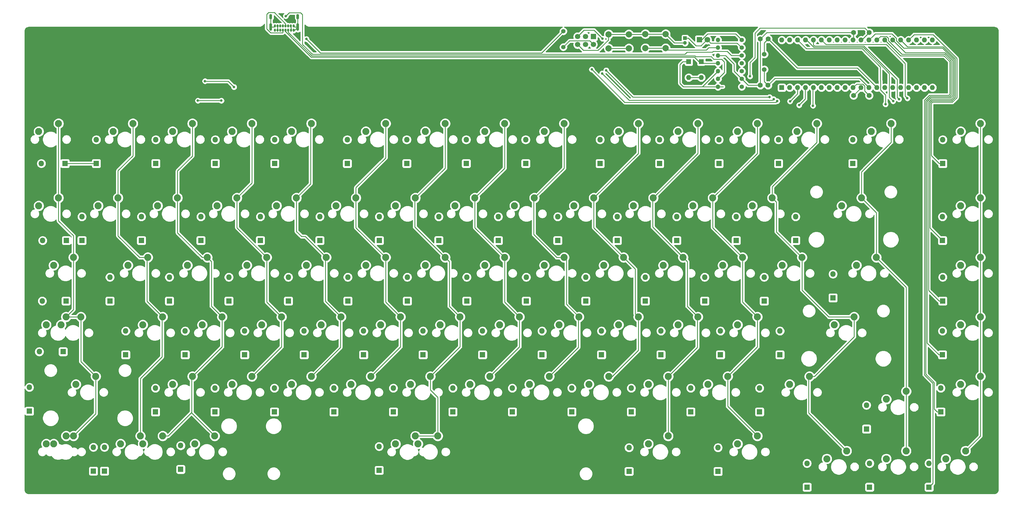
<source format=gbr>
%TF.GenerationSoftware,KiCad,Pcbnew,(5.1.7)-1*%
%TF.CreationDate,2020-10-01T02:14:01-04:00*%
%TF.ProjectId,LCK75,4c434b37-352e-46b6-9963-61645f706362,rev?*%
%TF.SameCoordinates,Original*%
%TF.FileFunction,Copper,L2,Bot*%
%TF.FilePolarity,Positive*%
%FSLAX46Y46*%
G04 Gerber Fmt 4.6, Leading zero omitted, Abs format (unit mm)*
G04 Created by KiCad (PCBNEW (5.1.7)-1) date 2020-10-01 02:14:01*
%MOMM*%
%LPD*%
G01*
G04 APERTURE LIST*
%TA.AperFunction,ComponentPad*%
%ADD10C,2.250000*%
%TD*%
%TA.AperFunction,ComponentPad*%
%ADD11O,1.800000X1.800000*%
%TD*%
%TA.AperFunction,ComponentPad*%
%ADD12R,1.800000X1.800000*%
%TD*%
%TA.AperFunction,ComponentPad*%
%ADD13O,0.650000X1.000000*%
%TD*%
%TA.AperFunction,ComponentPad*%
%ADD14O,0.900000X2.400000*%
%TD*%
%TA.AperFunction,ComponentPad*%
%ADD15O,0.900000X1.700000*%
%TD*%
%TA.AperFunction,ComponentPad*%
%ADD16C,1.500000*%
%TD*%
%TA.AperFunction,ComponentPad*%
%ADD17R,1.600000X1.600000*%
%TD*%
%TA.AperFunction,ComponentPad*%
%ADD18O,1.600000X1.600000*%
%TD*%
%TA.AperFunction,ComponentPad*%
%ADD19C,2.000000*%
%TD*%
%TA.AperFunction,ComponentPad*%
%ADD20C,1.400000*%
%TD*%
%TA.AperFunction,ComponentPad*%
%ADD21O,1.400000X1.400000*%
%TD*%
%TA.AperFunction,ComponentPad*%
%ADD22C,1.800000*%
%TD*%
%TA.AperFunction,ComponentPad*%
%ADD23R,1.700000X1.700000*%
%TD*%
%TA.AperFunction,ComponentPad*%
%ADD24C,1.700000*%
%TD*%
%TA.AperFunction,ComponentPad*%
%ADD25C,1.600000*%
%TD*%
%TA.AperFunction,ComponentPad*%
%ADD26R,1.200000X1.200000*%
%TD*%
%TA.AperFunction,ComponentPad*%
%ADD27C,1.200000*%
%TD*%
%TA.AperFunction,ViaPad*%
%ADD28C,0.800000*%
%TD*%
%TA.AperFunction,Conductor*%
%ADD29C,0.250000*%
%TD*%
%TA.AperFunction,NonConductor*%
%ADD30C,0.254000*%
%TD*%
%TA.AperFunction,NonConductor*%
%ADD31C,0.100000*%
%TD*%
G04 APERTURE END LIST*
D10*
%TO.P,SW44,2*%
%TO.N,col13*%
X267017000Y-78079400D03*
%TO.P,SW44,1*%
%TO.N,Net-(D91-Pad2)*%
X260667000Y-80619400D03*
%TD*%
D11*
%TO.P,D85,2*%
%TO.N,Net-(D85-Pad2)*%
X236127800Y-101622100D03*
D12*
%TO.P,D85,1*%
%TO.N,row3*%
X236127800Y-109242100D03*
%TD*%
D11*
%TO.P,D91,2*%
%TO.N,Net-(D91-Pad2)*%
X253117600Y-83397600D03*
D12*
%TO.P,D91,1*%
%TO.N,row2*%
X253117600Y-91017600D03*
%TD*%
D11*
%TO.P,D53,2*%
%TO.N,Net-(D53-Pad2)*%
X159927800Y-101622100D03*
D12*
%TO.P,D53,1*%
%TO.N,row3*%
X159927800Y-109242100D03*
%TD*%
D11*
%TO.P,D51,2*%
%TO.N,Net-(D51-Pad2)*%
X121827800Y-101622100D03*
D12*
%TO.P,D51,1*%
%TO.N,row3*%
X121827800Y-109242100D03*
%TD*%
D11*
%TO.P,D50,2*%
%TO.N,Net-(D50-Pad2)*%
X102777800Y-101622100D03*
D12*
%TO.P,D50,1*%
%TO.N,row3*%
X102777800Y-109242100D03*
%TD*%
D10*
%TO.P,SW6,1*%
%TO.N,Net-(D6-Pad2)*%
X103492000Y-37782500D03*
%TO.P,SW6,2*%
%TO.N,col5*%
X109842000Y-35242500D03*
%TD*%
D11*
%TO.P,D82,2*%
%TO.N,Net-(D82-Pad2)*%
X283889200Y-143979900D03*
D12*
%TO.P,D82,1*%
%TO.N,row5*%
X283889200Y-151599900D03*
%TD*%
%TO.P,D81,1*%
%TO.N,row5*%
X264839200Y-151599900D03*
D11*
%TO.P,D81,2*%
%TO.N,Net-(D81-Pad2)*%
X264839200Y-143979900D03*
%TD*%
D12*
%TO.P,D80,1*%
%TO.N,row5*%
X244789200Y-151599900D03*
D11*
%TO.P,D80,2*%
%TO.N,Net-(D80-Pad2)*%
X244789200Y-143979900D03*
%TD*%
D12*
%TO.P,D79,1*%
%TO.N,row5*%
X216281000Y-146570700D03*
D11*
%TO.P,D79,2*%
%TO.N,Net-(D79-Pad2)*%
X216281000Y-138950700D03*
%TD*%
D12*
%TO.P,D78,1*%
%TO.N,row5*%
X187794900Y-146570700D03*
D11*
%TO.P,D78,2*%
%TO.N,Net-(D78-Pad2)*%
X187794900Y-138950700D03*
%TD*%
D12*
%TO.P,D77,1*%
%TO.N,row5*%
X107746800Y-146195800D03*
D11*
%TO.P,D77,2*%
%TO.N,Net-(D77-Pad2)*%
X107746800Y-138575800D03*
%TD*%
D12*
%TO.P,D76,1*%
%TO.N,row5*%
X44196000Y-145916400D03*
D11*
%TO.P,D76,2*%
%TO.N,Net-(D76-Pad2)*%
X44196000Y-138296400D03*
%TD*%
D12*
%TO.P,D75,1*%
%TO.N,row5*%
X19773900Y-146449800D03*
D11*
%TO.P,D75,2*%
%TO.N,Net-(D75-Pad2)*%
X19773900Y-138829800D03*
%TD*%
D12*
%TO.P,D74,1*%
%TO.N,row5*%
X16230600Y-146449800D03*
D11*
%TO.P,D74,2*%
%TO.N,Net-(D74-Pad2)*%
X16230600Y-138829800D03*
%TD*%
D12*
%TO.P,D73,1*%
%TO.N,row4*%
X263842500Y-132981700D03*
D11*
%TO.P,D73,2*%
%TO.N,Net-(D73-Pad2)*%
X263842500Y-125361700D03*
%TD*%
D12*
%TO.P,D72,1*%
%TO.N,row4*%
X287656100Y-127520700D03*
D11*
%TO.P,D72,2*%
%TO.N,Net-(D72-Pad2)*%
X287656100Y-119900700D03*
%TD*%
D12*
%TO.P,D71,1*%
%TO.N,row4*%
X229606100Y-127520700D03*
D11*
%TO.P,D71,2*%
%TO.N,Net-(D71-Pad2)*%
X229606100Y-119900700D03*
%TD*%
D12*
%TO.P,D70,1*%
%TO.N,row4*%
X207556100Y-127520700D03*
D11*
%TO.P,D70,2*%
%TO.N,Net-(D70-Pad2)*%
X207556100Y-119900700D03*
%TD*%
D12*
%TO.P,D69,1*%
%TO.N,row4*%
X188506100Y-127520700D03*
D11*
%TO.P,D69,2*%
%TO.N,Net-(D69-Pad2)*%
X188506100Y-119900700D03*
%TD*%
D12*
%TO.P,D68,1*%
%TO.N,row4*%
X169456100Y-127520700D03*
D11*
%TO.P,D68,2*%
%TO.N,Net-(D68-Pad2)*%
X169456100Y-119900700D03*
%TD*%
D12*
%TO.P,D67,1*%
%TO.N,row4*%
X150406100Y-127520700D03*
D11*
%TO.P,D67,2*%
%TO.N,Net-(D67-Pad2)*%
X150406100Y-119900700D03*
%TD*%
D12*
%TO.P,D66,1*%
%TO.N,row4*%
X131356100Y-127520700D03*
D11*
%TO.P,D66,2*%
%TO.N,Net-(D66-Pad2)*%
X131356100Y-119900700D03*
%TD*%
%TO.P,D65,2*%
%TO.N,Net-(D65-Pad2)*%
X112306100Y-119900700D03*
D12*
%TO.P,D65,1*%
%TO.N,row4*%
X112306100Y-127520700D03*
%TD*%
D11*
%TO.P,D64,2*%
%TO.N,Net-(D64-Pad2)*%
X93256100Y-119900700D03*
D12*
%TO.P,D64,1*%
%TO.N,row4*%
X93256100Y-127520700D03*
%TD*%
D11*
%TO.P,D63,2*%
%TO.N,Net-(D63-Pad2)*%
X74206100Y-119900700D03*
D12*
%TO.P,D63,1*%
%TO.N,row4*%
X74206100Y-127520700D03*
%TD*%
D11*
%TO.P,D62,2*%
%TO.N,Net-(D62-Pad2)*%
X55156100Y-119900700D03*
D12*
%TO.P,D62,1*%
%TO.N,row4*%
X55156100Y-127520700D03*
%TD*%
D11*
%TO.P,D61,2*%
%TO.N,Net-(D61-Pad2)*%
X36106100Y-119900700D03*
D12*
%TO.P,D61,1*%
%TO.N,row4*%
X36106100Y-127520700D03*
%TD*%
D11*
%TO.P,D59,2*%
%TO.N,Net-(D59-Pad2)*%
X-4267200Y-119659400D03*
D12*
%TO.P,D59,1*%
%TO.N,row4*%
X-4267200Y-127279400D03*
%TD*%
D11*
%TO.P,D58,2*%
%TO.N,Net-(D58-Pad2)*%
X288177800Y-101622100D03*
D12*
%TO.P,D58,1*%
%TO.N,row3*%
X288177800Y-109242100D03*
%TD*%
D11*
%TO.P,D56,2*%
%TO.N,Net-(D56-Pad2)*%
X217077800Y-101622100D03*
D12*
%TO.P,D56,1*%
%TO.N,row3*%
X217077800Y-109242100D03*
%TD*%
D11*
%TO.P,D55,2*%
%TO.N,Net-(D55-Pad2)*%
X198027800Y-101622100D03*
D12*
%TO.P,D55,1*%
%TO.N,row3*%
X198027800Y-109242100D03*
%TD*%
D11*
%TO.P,D54,2*%
%TO.N,Net-(D54-Pad2)*%
X178977800Y-101622100D03*
D12*
%TO.P,D54,1*%
%TO.N,row3*%
X178977800Y-109242100D03*
%TD*%
D11*
%TO.P,D52,2*%
%TO.N,Net-(D52-Pad2)*%
X140877800Y-101622100D03*
D12*
%TO.P,D52,1*%
%TO.N,row3*%
X140877800Y-109242100D03*
%TD*%
D11*
%TO.P,D49,2*%
%TO.N,Net-(D49-Pad2)*%
X83727800Y-101622100D03*
D12*
%TO.P,D49,1*%
%TO.N,row3*%
X83727800Y-109242100D03*
%TD*%
D11*
%TO.P,D48,2*%
%TO.N,Net-(D48-Pad2)*%
X64677800Y-101622100D03*
D12*
%TO.P,D48,1*%
%TO.N,row3*%
X64677800Y-109242100D03*
%TD*%
%TO.P,D47,1*%
%TO.N,row3*%
X45627800Y-109242100D03*
D11*
%TO.P,D47,2*%
%TO.N,Net-(D47-Pad2)*%
X45627800Y-101622100D03*
%TD*%
D12*
%TO.P,D46,1*%
%TO.N,row3*%
X26577800Y-109242100D03*
D11*
%TO.P,D46,2*%
%TO.N,Net-(D46-Pad2)*%
X26577800Y-101622100D03*
%TD*%
%TO.P,D45,2*%
%TO.N,Net-(D45-Pad2)*%
X-1092200Y-108242100D03*
D12*
%TO.P,D45,1*%
%TO.N,row3*%
X6527800Y-108242100D03*
%TD*%
D11*
%TO.P,D44,2*%
%TO.N,Net-(D44-Pad2)*%
X288267600Y-84397600D03*
D12*
%TO.P,D44,1*%
%TO.N,row2*%
X288267600Y-92017600D03*
%TD*%
D11*
%TO.P,D43,2*%
%TO.N,Net-(D43-Pad2)*%
X231067600Y-84397600D03*
D12*
%TO.P,D43,1*%
%TO.N,row2*%
X231067600Y-92017600D03*
%TD*%
D11*
%TO.P,D42,2*%
%TO.N,Net-(D42-Pad2)*%
X212017600Y-84397600D03*
D12*
%TO.P,D42,1*%
%TO.N,row2*%
X212017600Y-92017600D03*
%TD*%
D11*
%TO.P,D41,2*%
%TO.N,Net-(D41-Pad2)*%
X192967600Y-84397600D03*
D12*
%TO.P,D41,1*%
%TO.N,row2*%
X192967600Y-92017600D03*
%TD*%
D11*
%TO.P,D40,2*%
%TO.N,Net-(D40-Pad2)*%
X173917600Y-84397600D03*
D12*
%TO.P,D40,1*%
%TO.N,row2*%
X173917600Y-92017600D03*
%TD*%
D11*
%TO.P,D39,2*%
%TO.N,Net-(D39-Pad2)*%
X154867600Y-84397600D03*
D12*
%TO.P,D39,1*%
%TO.N,row2*%
X154867600Y-92017600D03*
%TD*%
D11*
%TO.P,D38,2*%
%TO.N,Net-(D38-Pad2)*%
X135817600Y-84397600D03*
D12*
%TO.P,D38,1*%
%TO.N,row2*%
X135817600Y-92017600D03*
%TD*%
D11*
%TO.P,D37,2*%
%TO.N,Net-(D37-Pad2)*%
X116767600Y-84397600D03*
D12*
%TO.P,D37,1*%
%TO.N,row2*%
X116767600Y-92017600D03*
%TD*%
D11*
%TO.P,D36,2*%
%TO.N,Net-(D36-Pad2)*%
X97717600Y-84397600D03*
D12*
%TO.P,D36,1*%
%TO.N,row2*%
X97717600Y-92017600D03*
%TD*%
D11*
%TO.P,D35,2*%
%TO.N,Net-(D35-Pad2)*%
X78667600Y-84397600D03*
D12*
%TO.P,D35,1*%
%TO.N,row2*%
X78667600Y-92017600D03*
%TD*%
D11*
%TO.P,D34,2*%
%TO.N,Net-(D34-Pad2)*%
X59617600Y-84397600D03*
D12*
%TO.P,D34,1*%
%TO.N,row2*%
X59617600Y-92017600D03*
%TD*%
D11*
%TO.P,D33,2*%
%TO.N,Net-(D33-Pad2)*%
X40567600Y-84397600D03*
D12*
%TO.P,D33,1*%
%TO.N,row2*%
X40567600Y-92017600D03*
%TD*%
D11*
%TO.P,D32,2*%
%TO.N,Net-(D32-Pad2)*%
X21517600Y-84397600D03*
D12*
%TO.P,D32,1*%
%TO.N,row2*%
X21517600Y-92017600D03*
%TD*%
D11*
%TO.P,D31,2*%
%TO.N,Net-(D31-Pad2)*%
X-152400Y-92017600D03*
D12*
%TO.P,D31,1*%
%TO.N,row2*%
X7467600Y-92017600D03*
%TD*%
%TO.P,D30,1*%
%TO.N,row1*%
X288197600Y-72656700D03*
D11*
%TO.P,D30,2*%
%TO.N,Net-(D30-Pad2)*%
X288197600Y-65036700D03*
%TD*%
D12*
%TO.P,D29,1*%
%TO.N,row1*%
X241147600Y-72656700D03*
D11*
%TO.P,D29,2*%
%TO.N,Net-(D29-Pad2)*%
X241147600Y-65036700D03*
%TD*%
%TO.P,D28,2*%
%TO.N,Net-(D28-Pad2)*%
X222097600Y-65036700D03*
D12*
%TO.P,D28,1*%
%TO.N,row1*%
X222097600Y-72656700D03*
%TD*%
D11*
%TO.P,D27,2*%
%TO.N,Net-(D27-Pad2)*%
X203047600Y-65036700D03*
D12*
%TO.P,D27,1*%
%TO.N,row1*%
X203047600Y-72656700D03*
%TD*%
D11*
%TO.P,D26,2*%
%TO.N,Net-(D26-Pad2)*%
X183997600Y-65036700D03*
D12*
%TO.P,D26,1*%
%TO.N,row1*%
X183997600Y-72656700D03*
%TD*%
%TO.P,D25,1*%
%TO.N,row1*%
X164947600Y-72656700D03*
D11*
%TO.P,D25,2*%
%TO.N,Net-(D25-Pad2)*%
X164947600Y-65036700D03*
%TD*%
%TO.P,D24,2*%
%TO.N,Net-(D24-Pad2)*%
X145897600Y-65036700D03*
D12*
%TO.P,D24,1*%
%TO.N,row1*%
X145897600Y-72656700D03*
%TD*%
D11*
%TO.P,D23,2*%
%TO.N,Net-(D23-Pad2)*%
X126847600Y-65036700D03*
D12*
%TO.P,D23,1*%
%TO.N,row1*%
X126847600Y-72656700D03*
%TD*%
D11*
%TO.P,D22,2*%
%TO.N,Net-(D22-Pad2)*%
X107797600Y-65036700D03*
D12*
%TO.P,D22,1*%
%TO.N,row1*%
X107797600Y-72656700D03*
%TD*%
D11*
%TO.P,D21,2*%
%TO.N,Net-(D21-Pad2)*%
X88747600Y-65036700D03*
D12*
%TO.P,D21,1*%
%TO.N,row1*%
X88747600Y-72656700D03*
%TD*%
D11*
%TO.P,D20,2*%
%TO.N,Net-(D20-Pad2)*%
X69697600Y-65036700D03*
D12*
%TO.P,D20,1*%
%TO.N,row1*%
X69697600Y-72656700D03*
%TD*%
D11*
%TO.P,D19,2*%
%TO.N,Net-(D19-Pad2)*%
X50647600Y-65036700D03*
D12*
%TO.P,D19,1*%
%TO.N,row1*%
X50647600Y-72656700D03*
%TD*%
D11*
%TO.P,D18,2*%
%TO.N,Net-(D18-Pad2)*%
X31597600Y-65036700D03*
D12*
%TO.P,D18,1*%
%TO.N,row1*%
X31597600Y-72656700D03*
%TD*%
D11*
%TO.P,D17,2*%
%TO.N,Net-(D17-Pad2)*%
X12547600Y-65036700D03*
D12*
%TO.P,D17,1*%
%TO.N,row1*%
X12547600Y-72656700D03*
%TD*%
D11*
%TO.P,D16,2*%
%TO.N,Net-(D16-Pad2)*%
X-22400Y-72656700D03*
D12*
%TO.P,D16,1*%
%TO.N,row1*%
X7597600Y-72656700D03*
%TD*%
D11*
%TO.P,D15,2*%
%TO.N,Net-(D15-Pad2)*%
X288277700Y-40386000D03*
D12*
%TO.P,D15,1*%
%TO.N,row0*%
X288277700Y-48006000D03*
%TD*%
D11*
%TO.P,D14,2*%
%TO.N,Net-(D14-Pad2)*%
X259465700Y-40386000D03*
D12*
%TO.P,D14,1*%
%TO.N,row0*%
X259465700Y-48006000D03*
%TD*%
D11*
%TO.P,D13,2*%
%TO.N,Net-(D13-Pad2)*%
X235653700Y-40386000D03*
D12*
%TO.P,D13,1*%
%TO.N,row0*%
X235653700Y-48006000D03*
%TD*%
D11*
%TO.P,D12,2*%
%TO.N,Net-(D12-Pad2)*%
X216603700Y-40386000D03*
D12*
%TO.P,D12,1*%
%TO.N,row0*%
X216603700Y-48006000D03*
%TD*%
D11*
%TO.P,D11,2*%
%TO.N,Net-(D11-Pad2)*%
X197553700Y-40386000D03*
D12*
%TO.P,D11,1*%
%TO.N,row0*%
X197553700Y-48006000D03*
%TD*%
D11*
%TO.P,D10,2*%
%TO.N,Net-(D10-Pad2)*%
X178503700Y-40386000D03*
D12*
%TO.P,D10,1*%
%TO.N,row0*%
X178503700Y-48006000D03*
%TD*%
D11*
%TO.P,D9,2*%
%TO.N,Net-(D9-Pad2)*%
X154691700Y-40386000D03*
D12*
%TO.P,D9,1*%
%TO.N,row0*%
X154691700Y-48006000D03*
%TD*%
D11*
%TO.P,D8,2*%
%TO.N,Net-(D8-Pad2)*%
X135641700Y-40386000D03*
D12*
%TO.P,D8,1*%
%TO.N,row0*%
X135641700Y-48006000D03*
%TD*%
D11*
%TO.P,D7,2*%
%TO.N,Net-(D7-Pad2)*%
X116591700Y-40386000D03*
D12*
%TO.P,D7,1*%
%TO.N,row0*%
X116591700Y-48006000D03*
%TD*%
D11*
%TO.P,D6,2*%
%TO.N,Net-(D6-Pad2)*%
X97541700Y-40386000D03*
D12*
%TO.P,D6,1*%
%TO.N,row0*%
X97541700Y-48006000D03*
%TD*%
D11*
%TO.P,D5,2*%
%TO.N,Net-(D5-Pad2)*%
X74323700Y-40386000D03*
D12*
%TO.P,D5,1*%
%TO.N,row0*%
X74323700Y-48006000D03*
%TD*%
D11*
%TO.P,D4,2*%
%TO.N,Net-(D4-Pad2)*%
X55273700Y-40386000D03*
D12*
%TO.P,D4,1*%
%TO.N,row0*%
X55273700Y-48006000D03*
%TD*%
D11*
%TO.P,D3,2*%
%TO.N,Net-(D3-Pad2)*%
X36223700Y-40386000D03*
D12*
%TO.P,D3,1*%
%TO.N,row0*%
X36223700Y-48006000D03*
%TD*%
D11*
%TO.P,D2,2*%
%TO.N,Net-(D2-Pad2)*%
X17173700Y-40386000D03*
D12*
%TO.P,D2,1*%
%TO.N,row0*%
X17173700Y-48006000D03*
%TD*%
D11*
%TO.P,D1,2*%
%TO.N,Net-(D1-Pad2)*%
X-446300Y-48006000D03*
D12*
%TO.P,D1,1*%
%TO.N,row0*%
X7173700Y-48006000D03*
%TD*%
D10*
%TO.P,SW83,1*%
%TO.N,Net-(D79-Pad2)*%
X222561000Y-137782000D03*
%TO.P,SW83,2*%
%TO.N,col11*%
X228911000Y-135242000D03*
%TD*%
%TO.P,SW26,2*%
%TO.N,col10*%
X195580000Y-59029400D03*
%TO.P,SW26,1*%
%TO.N,Net-(D26-Pad2)*%
X189230000Y-61569400D03*
%TD*%
%TO.P,SW15,1*%
%TO.N,Net-(D15-Pad2)*%
X294000000Y-37782500D03*
%TO.P,SW15,2*%
%TO.N,col14*%
X300350000Y-35242500D03*
%TD*%
D13*
%TO.P,USB1,A5*%
%TO.N,Net-(R2-Pad2)*%
X78655200Y-5338200D03*
%TO.P,USB1,A1*%
%TO.N,GND*%
X80355200Y-5338200D03*
%TO.P,USB1,A4*%
%TO.N,VCC*%
X79505200Y-5338200D03*
%TO.P,USB1,A6*%
%TO.N,Net-(D84-Pad1)*%
X77805200Y-5338200D03*
%TO.P,USB1,A7*%
%TO.N,Net-(D83-Pad1)*%
X76955200Y-5338200D03*
%TO.P,USB1,A8*%
%TO.N,Net-(USB1-PadA8)*%
X76105200Y-5338200D03*
%TO.P,USB1,A9*%
%TO.N,VCC*%
X75255200Y-5338200D03*
%TO.P,USB1,A12*%
%TO.N,Net-(USB1-PadA12)*%
X74405200Y-5338200D03*
%TO.P,USB1,B12*%
%TO.N,GND*%
X80355200Y-4013200D03*
%TO.P,USB1,B9*%
%TO.N,VCC*%
X79500200Y-4013200D03*
%TO.P,USB1,B8*%
%TO.N,Net-(USB1-PadB8)*%
X78650200Y-4013200D03*
%TO.P,USB1,B7*%
%TO.N,Net-(D83-Pad1)*%
X77800200Y-4013200D03*
%TO.P,USB1,B6*%
%TO.N,Net-(D84-Pad1)*%
X76950200Y-4013200D03*
%TO.P,USB1,B5*%
%TO.N,Net-(R5-Pad1)*%
X76100200Y-4013200D03*
%TO.P,USB1,B4*%
%TO.N,VCC*%
X75250200Y-4013200D03*
%TO.P,USB1,B1*%
%TO.N,GND*%
X74400200Y-4013200D03*
D14*
%TO.P,USB1,S1*%
X81705200Y-4358200D03*
X73055200Y-4358200D03*
D15*
X81705200Y-978200D03*
X73055200Y-978200D03*
%TD*%
D10*
%TO.P,SW63,1*%
%TO.N,Net-(D59-Pad2)*%
X10636000Y-118719000D03*
%TO.P,SW63,2*%
%TO.N,col0*%
X16986000Y-116179000D03*
%TD*%
%TO.P,SW60,1*%
%TO.N,Net-(D85-Pad2)*%
X253524000Y-99669000D03*
%TO.P,SW60,2*%
%TO.N,col13*%
X259874000Y-97129000D03*
%TD*%
%TO.P,SW31,1*%
%TO.N,Net-(D31-Pad2)*%
X3492500Y-80619400D03*
%TO.P,SW31,2*%
%TO.N,col0*%
X9842500Y-78079400D03*
%TD*%
%TO.P,SW82,1*%
%TO.N,Net-(D78-Pad2)*%
X193986000Y-137782000D03*
%TO.P,SW82,2*%
%TO.N,col10*%
X200336000Y-135242000D03*
%TD*%
%TO.P,SW88,1*%
%TO.N,Net-(D74-Pad2)*%
X3508500Y-137760000D03*
%TO.P,SW88,2*%
%TO.N,col0*%
X9858500Y-135220000D03*
%TD*%
%TO.P,SW89,1*%
%TO.N,Net-(D76-Pad2)*%
X32083400Y-137760000D03*
%TO.P,SW89,2*%
%TO.N,col2*%
X38433400Y-135220000D03*
%TD*%
%TO.P,SW61,1*%
%TO.N,Net-(D58-Pad2)*%
X294005000Y-99669000D03*
%TO.P,SW61,2*%
%TO.N,col14*%
X300355000Y-97129000D03*
%TD*%
D16*
%TO.P,Y1,1*%
%TO.N,Net-(C1-Pad1)*%
X231127300Y-13036800D03*
%TO.P,Y1,2*%
%TO.N,Net-(C2-Pad1)*%
X231127300Y-17916800D03*
%TD*%
D17*
%TO.P,U1,1*%
%TO.N,col1*%
X236728000Y-23736300D03*
D18*
%TO.P,U1,21*%
%TO.N,Net-(U1-Pad21)*%
X284988000Y-8496300D03*
%TO.P,U1,2*%
%TO.N,col3*%
X239268000Y-23736300D03*
%TO.P,U1,22*%
%TO.N,Net-(U1-Pad22)*%
X282448000Y-8496300D03*
%TO.P,U1,3*%
%TO.N,col5*%
X241808000Y-23736300D03*
%TO.P,U1,23*%
%TO.N,Net-(U1-Pad23)*%
X279908000Y-8496300D03*
%TO.P,U1,4*%
%TO.N,col7*%
X244348000Y-23736300D03*
%TO.P,U1,24*%
%TO.N,row0*%
X277368000Y-8496300D03*
%TO.P,U1,5*%
%TO.N,col9*%
X246888000Y-23736300D03*
%TO.P,U1,25*%
%TO.N,row1*%
X274828000Y-8496300D03*
%TO.P,U1,6*%
%TO.N,MOSI*%
X249428000Y-23736300D03*
%TO.P,U1,26*%
%TO.N,row3*%
X272288000Y-8496300D03*
%TO.P,U1,7*%
%TO.N,MISO*%
X251968000Y-23736300D03*
%TO.P,U1,27*%
%TO.N,row5*%
X269748000Y-8496300D03*
%TO.P,U1,8*%
%TO.N,SCK*%
X254508000Y-23736300D03*
%TO.P,U1,28*%
%TO.N,row4*%
X267208000Y-8496300D03*
%TO.P,U1,9*%
%TO.N,reset*%
X257048000Y-23736300D03*
%TO.P,U1,29*%
%TO.N,row2*%
X264668000Y-8496300D03*
%TO.P,U1,10*%
%TO.N,+5V*%
X259588000Y-23736300D03*
%TO.P,U1,30*%
X262128000Y-8496300D03*
%TO.P,U1,11*%
%TO.N,GND*%
X262128000Y-23736300D03*
%TO.P,U1,31*%
X259588000Y-8496300D03*
%TO.P,U1,12*%
%TO.N,Net-(C2-Pad1)*%
X264668000Y-23736300D03*
%TO.P,U1,32*%
%TO.N,Net-(U1-Pad32)*%
X257048000Y-8496300D03*
%TO.P,U1,13*%
%TO.N,Net-(C1-Pad1)*%
X267208000Y-23736300D03*
%TO.P,U1,33*%
%TO.N,col12*%
X254508000Y-8496300D03*
%TO.P,U1,14*%
%TO.N,Net-(U1-Pad14)*%
X269748000Y-23736300D03*
%TO.P,U1,34*%
%TO.N,col11*%
X251968000Y-8496300D03*
%TO.P,U1,15*%
%TO.N,Net-(U1-Pad15)*%
X272288000Y-23736300D03*
%TO.P,U1,35*%
%TO.N,col10*%
X249428000Y-8496300D03*
%TO.P,U1,16*%
%TO.N,D+*%
X274828000Y-23736300D03*
%TO.P,U1,36*%
%TO.N,col8*%
X246888000Y-8496300D03*
%TO.P,U1,17*%
%TO.N,D-*%
X277368000Y-23736300D03*
%TO.P,U1,37*%
%TO.N,col6*%
X244348000Y-8496300D03*
%TO.P,U1,18*%
%TO.N,boot*%
X279908000Y-23736300D03*
%TO.P,U1,38*%
%TO.N,col4*%
X241808000Y-8496300D03*
%TO.P,U1,19*%
%TO.N,col14*%
X282448000Y-23736300D03*
%TO.P,U1,39*%
%TO.N,col2*%
X239268000Y-8496300D03*
%TO.P,U1,20*%
%TO.N,col13*%
X284988000Y-23736300D03*
%TO.P,U1,40*%
%TO.N,col0*%
X236728000Y-8496300D03*
%TD*%
D19*
%TO.P,SW91,1*%
%TO.N,GND*%
X199533400Y-6578600D03*
%TO.P,SW91,2*%
%TO.N,reset*%
X199533400Y-11078600D03*
%TO.P,SW91,1*%
%TO.N,GND*%
X193033400Y-6578600D03*
%TO.P,SW91,2*%
%TO.N,reset*%
X193033400Y-11078600D03*
%TD*%
D10*
%TO.P,SW90,1*%
%TO.N,Net-(D77-Pad2)*%
X120167000Y-137782000D03*
%TO.P,SW90,2*%
%TO.N,col6*%
X126517000Y-135242000D03*
%TD*%
D19*
%TO.P,SW87,1*%
%TO.N,GND*%
X187760500Y-6654800D03*
%TO.P,SW87,2*%
%TO.N,boot*%
X187760500Y-11154800D03*
%TO.P,SW87,1*%
%TO.N,GND*%
X181260500Y-6654800D03*
%TO.P,SW87,2*%
%TO.N,boot*%
X181260500Y-11154800D03*
%TD*%
D10*
%TO.P,SW86,2*%
%TO.N,col14*%
X295586000Y-140005000D03*
%TO.P,SW86,1*%
%TO.N,Net-(D82-Pad2)*%
X289236000Y-142545000D03*
%TD*%
%TO.P,SW85,1*%
%TO.N,Net-(D81-Pad2)*%
X270186000Y-142545000D03*
%TO.P,SW85,2*%
%TO.N,col13*%
X276536000Y-140005000D03*
%TD*%
%TO.P,SW84,1*%
%TO.N,Net-(D80-Pad2)*%
X251136000Y-142545000D03*
%TO.P,SW84,2*%
%TO.N,col12*%
X257486000Y-140005000D03*
%TD*%
%TO.P,SW81,1*%
%TO.N,Net-(D77-Pad2)*%
X113017000Y-137795000D03*
%TO.P,SW81,2*%
%TO.N,col6*%
X119367000Y-135255000D03*
%TD*%
%TO.P,SW80,1*%
%TO.N,Net-(D76-Pad2)*%
X48749500Y-137760000D03*
%TO.P,SW80,2*%
%TO.N,col2*%
X55099500Y-135220000D03*
%TD*%
%TO.P,SW79,1*%
%TO.N,Net-(D75-Pad2)*%
X24938400Y-137760000D03*
%TO.P,SW79,2*%
%TO.N,col1*%
X31288400Y-135220000D03*
%TD*%
%TO.P,SW78,1*%
%TO.N,Net-(D74-Pad2)*%
X1127300Y-137760000D03*
%TO.P,SW78,2*%
%TO.N,col0*%
X7477300Y-135220000D03*
%TD*%
%TO.P,SW77,1*%
%TO.N,Net-(D73-Pad2)*%
X270193000Y-123482000D03*
%TO.P,SW77,2*%
%TO.N,col13*%
X276543000Y-120942000D03*
%TD*%
%TO.P,SW76,1*%
%TO.N,Net-(D72-Pad2)*%
X294006000Y-118719000D03*
%TO.P,SW76,2*%
%TO.N,col14*%
X300356000Y-116179000D03*
%TD*%
%TO.P,SW75,1*%
%TO.N,Net-(D71-Pad2)*%
X239237000Y-118719000D03*
%TO.P,SW75,2*%
%TO.N,col12*%
X245587000Y-116179000D03*
%TD*%
%TO.P,SW74,1*%
%TO.N,Net-(D70-Pad2)*%
X213043000Y-118719000D03*
%TO.P,SW74,2*%
%TO.N,col11*%
X219393000Y-116179000D03*
%TD*%
%TO.P,SW73,1*%
%TO.N,Net-(D69-Pad2)*%
X193993000Y-118719000D03*
%TO.P,SW73,2*%
%TO.N,col10*%
X200343000Y-116179000D03*
%TD*%
%TO.P,SW72,1*%
%TO.N,Net-(D68-Pad2)*%
X174943000Y-118719000D03*
%TO.P,SW72,2*%
%TO.N,col9*%
X181293000Y-116179000D03*
%TD*%
%TO.P,SW71,1*%
%TO.N,Net-(D67-Pad2)*%
X155893000Y-118719000D03*
%TO.P,SW71,2*%
%TO.N,col8*%
X162243000Y-116179000D03*
%TD*%
%TO.P,SW70,2*%
%TO.N,col7*%
X143193000Y-116179000D03*
%TO.P,SW70,1*%
%TO.N,Net-(D66-Pad2)*%
X136843000Y-118719000D03*
%TD*%
%TO.P,SW69,2*%
%TO.N,col6*%
X124143000Y-116179000D03*
%TO.P,SW69,1*%
%TO.N,Net-(D65-Pad2)*%
X117793000Y-118719000D03*
%TD*%
%TO.P,SW68,1*%
%TO.N,Net-(D64-Pad2)*%
X98743000Y-118719000D03*
%TO.P,SW68,2*%
%TO.N,col5*%
X105093000Y-116179000D03*
%TD*%
%TO.P,SW67,1*%
%TO.N,Net-(D63-Pad2)*%
X79692600Y-118719000D03*
%TO.P,SW67,2*%
%TO.N,col4*%
X86042600Y-116179000D03*
%TD*%
%TO.P,SW66,1*%
%TO.N,Net-(D62-Pad2)*%
X60642600Y-118719000D03*
%TO.P,SW66,2*%
%TO.N,col3*%
X66992600Y-116179000D03*
%TD*%
%TO.P,SW65,1*%
%TO.N,Net-(D61-Pad2)*%
X41592600Y-118719000D03*
%TO.P,SW65,2*%
%TO.N,col2*%
X47942600Y-116179000D03*
%TD*%
%TO.P,SW58,1*%
%TO.N,Net-(D56-Pad2)*%
X222568000Y-99669000D03*
%TO.P,SW58,2*%
%TO.N,col11*%
X228918000Y-97129000D03*
%TD*%
%TO.P,SW57,1*%
%TO.N,Net-(D55-Pad2)*%
X203518000Y-99669000D03*
%TO.P,SW57,2*%
%TO.N,col10*%
X209868000Y-97129000D03*
%TD*%
%TO.P,SW56,1*%
%TO.N,Net-(D54-Pad2)*%
X184468000Y-99669000D03*
%TO.P,SW56,2*%
%TO.N,col9*%
X190818000Y-97129000D03*
%TD*%
%TO.P,SW55,1*%
%TO.N,Net-(D53-Pad2)*%
X165418000Y-99669000D03*
%TO.P,SW55,2*%
%TO.N,col8*%
X171768000Y-97129000D03*
%TD*%
%TO.P,SW54,1*%
%TO.N,Net-(D52-Pad2)*%
X146368000Y-99669000D03*
%TO.P,SW54,2*%
%TO.N,col7*%
X152718000Y-97129000D03*
%TD*%
%TO.P,SW53,1*%
%TO.N,Net-(D51-Pad2)*%
X127318000Y-99669000D03*
%TO.P,SW53,2*%
%TO.N,col6*%
X133668000Y-97129000D03*
%TD*%
%TO.P,SW52,1*%
%TO.N,Net-(D50-Pad2)*%
X108268000Y-99669000D03*
%TO.P,SW52,2*%
%TO.N,col5*%
X114618000Y-97129000D03*
%TD*%
%TO.P,SW51,1*%
%TO.N,Net-(D49-Pad2)*%
X89217600Y-99669000D03*
%TO.P,SW51,2*%
%TO.N,col4*%
X95567600Y-97129000D03*
%TD*%
%TO.P,SW50,1*%
%TO.N,Net-(D48-Pad2)*%
X70167600Y-99669000D03*
%TO.P,SW50,2*%
%TO.N,col3*%
X76517600Y-97129000D03*
%TD*%
%TO.P,SW49,1*%
%TO.N,Net-(D47-Pad2)*%
X51117600Y-99669000D03*
%TO.P,SW49,2*%
%TO.N,col2*%
X57467600Y-97129000D03*
%TD*%
%TO.P,SW48,1*%
%TO.N,Net-(D46-Pad2)*%
X32067600Y-99669000D03*
%TO.P,SW48,2*%
%TO.N,col1*%
X38417600Y-97129000D03*
%TD*%
%TO.P,SW47,1*%
%TO.N,Net-(D45-Pad2)*%
X5873700Y-99669000D03*
%TO.P,SW47,2*%
%TO.N,col0*%
X12223700Y-97129000D03*
%TD*%
%TO.P,SW46,1*%
%TO.N,Net-(D45-Pad2)*%
X1111300Y-99669000D03*
%TO.P,SW46,2*%
%TO.N,col0*%
X7461300Y-97129000D03*
%TD*%
%TO.P,SW45,1*%
%TO.N,Net-(D44-Pad2)*%
X294005000Y-80619400D03*
%TO.P,SW45,2*%
%TO.N,col14*%
X300355000Y-78079400D03*
%TD*%
%TO.P,SW43,1*%
%TO.N,Net-(D43-Pad2)*%
X236855000Y-80619400D03*
%TO.P,SW43,2*%
%TO.N,col12*%
X243205000Y-78079400D03*
%TD*%
%TO.P,SW42,1*%
%TO.N,Net-(D42-Pad2)*%
X217805000Y-80619400D03*
%TO.P,SW42,2*%
%TO.N,col11*%
X224155000Y-78079400D03*
%TD*%
%TO.P,SW41,1*%
%TO.N,Net-(D41-Pad2)*%
X198755000Y-80619400D03*
%TO.P,SW41,2*%
%TO.N,col10*%
X205105000Y-78079400D03*
%TD*%
%TO.P,SW40,1*%
%TO.N,Net-(D40-Pad2)*%
X179705000Y-80619400D03*
%TO.P,SW40,2*%
%TO.N,col9*%
X186055000Y-78079400D03*
%TD*%
%TO.P,SW39,1*%
%TO.N,Net-(D39-Pad2)*%
X160655000Y-80619400D03*
%TO.P,SW39,2*%
%TO.N,col8*%
X167005000Y-78079400D03*
%TD*%
%TO.P,SW38,1*%
%TO.N,Net-(D38-Pad2)*%
X141605000Y-80619400D03*
%TO.P,SW38,2*%
%TO.N,col7*%
X147955000Y-78079400D03*
%TD*%
%TO.P,SW37,1*%
%TO.N,Net-(D37-Pad2)*%
X122555000Y-80619400D03*
%TO.P,SW37,2*%
%TO.N,col6*%
X128905000Y-78079400D03*
%TD*%
%TO.P,SW36,1*%
%TO.N,Net-(D36-Pad2)*%
X103505000Y-80619400D03*
%TO.P,SW36,2*%
%TO.N,col5*%
X109855000Y-78079400D03*
%TD*%
%TO.P,SW35,1*%
%TO.N,Net-(D35-Pad2)*%
X84455000Y-80619400D03*
%TO.P,SW35,2*%
%TO.N,col4*%
X90805000Y-78079400D03*
%TD*%
%TO.P,SW34,1*%
%TO.N,Net-(D34-Pad2)*%
X65405000Y-80619400D03*
%TO.P,SW34,2*%
%TO.N,col3*%
X71755000Y-78079400D03*
%TD*%
%TO.P,SW33,1*%
%TO.N,Net-(D33-Pad2)*%
X46355000Y-80619400D03*
%TO.P,SW33,2*%
%TO.N,col2*%
X52705000Y-78079400D03*
%TD*%
%TO.P,SW32,1*%
%TO.N,Net-(D32-Pad2)*%
X27305000Y-80619400D03*
%TO.P,SW32,2*%
%TO.N,col1*%
X33655000Y-78079400D03*
%TD*%
%TO.P,SW30,1*%
%TO.N,Net-(D30-Pad2)*%
X294005000Y-61569400D03*
%TO.P,SW30,2*%
%TO.N,col14*%
X300355000Y-59029400D03*
%TD*%
%TO.P,SW29,1*%
%TO.N,Net-(D29-Pad2)*%
X255905000Y-61569400D03*
%TO.P,SW29,2*%
%TO.N,col13*%
X262255000Y-59029400D03*
%TD*%
%TO.P,SW28,1*%
%TO.N,Net-(D28-Pad2)*%
X227330000Y-61569400D03*
%TO.P,SW28,2*%
%TO.N,col12*%
X233680000Y-59029400D03*
%TD*%
%TO.P,SW27,1*%
%TO.N,Net-(D27-Pad2)*%
X208280000Y-61569400D03*
%TO.P,SW27,2*%
%TO.N,col11*%
X214630000Y-59029400D03*
%TD*%
%TO.P,SW25,1*%
%TO.N,Net-(D25-Pad2)*%
X170180000Y-61569400D03*
%TO.P,SW25,2*%
%TO.N,col9*%
X176530000Y-59029400D03*
%TD*%
%TO.P,SW24,1*%
%TO.N,Net-(D24-Pad2)*%
X151130000Y-61569400D03*
%TO.P,SW24,2*%
%TO.N,col8*%
X157480000Y-59029400D03*
%TD*%
%TO.P,SW23,1*%
%TO.N,Net-(D23-Pad2)*%
X132080000Y-61569400D03*
%TO.P,SW23,2*%
%TO.N,col7*%
X138430000Y-59029400D03*
%TD*%
%TO.P,SW22,1*%
%TO.N,Net-(D22-Pad2)*%
X113030000Y-61569400D03*
%TO.P,SW22,2*%
%TO.N,col6*%
X119380000Y-59029400D03*
%TD*%
%TO.P,SW21,1*%
%TO.N,Net-(D21-Pad2)*%
X93980000Y-61569400D03*
%TO.P,SW21,2*%
%TO.N,col5*%
X100330000Y-59029400D03*
%TD*%
%TO.P,SW20,1*%
%TO.N,Net-(D20-Pad2)*%
X74930000Y-61569400D03*
%TO.P,SW20,2*%
%TO.N,col4*%
X81280000Y-59029400D03*
%TD*%
%TO.P,SW19,1*%
%TO.N,Net-(D19-Pad2)*%
X55880000Y-61569400D03*
%TO.P,SW19,2*%
%TO.N,col3*%
X62230000Y-59029400D03*
%TD*%
%TO.P,SW18,1*%
%TO.N,Net-(D18-Pad2)*%
X36830000Y-61569400D03*
%TO.P,SW18,2*%
%TO.N,col2*%
X43180000Y-59029400D03*
%TD*%
%TO.P,SW17,1*%
%TO.N,Net-(D17-Pad2)*%
X17780000Y-61569400D03*
%TO.P,SW17,2*%
%TO.N,col1*%
X24130000Y-59029400D03*
%TD*%
%TO.P,SW16,1*%
%TO.N,Net-(D16-Pad2)*%
X-1270000Y-61569400D03*
%TO.P,SW16,2*%
%TO.N,col0*%
X5080000Y-59029400D03*
%TD*%
%TO.P,SW14,1*%
%TO.N,Net-(D14-Pad2)*%
X265425000Y-37782500D03*
%TO.P,SW14,2*%
%TO.N,col13*%
X271775000Y-35242500D03*
%TD*%
%TO.P,SW13,1*%
%TO.N,Net-(D13-Pad2)*%
X241604000Y-37782500D03*
%TO.P,SW13,2*%
%TO.N,col12*%
X247954000Y-35242500D03*
%TD*%
%TO.P,SW12,1*%
%TO.N,Net-(D12-Pad2)*%
X222554000Y-37782500D03*
%TO.P,SW12,2*%
%TO.N,col11*%
X228904000Y-35242500D03*
%TD*%
%TO.P,SW11,1*%
%TO.N,Net-(D11-Pad2)*%
X203504000Y-37782500D03*
%TO.P,SW11,2*%
%TO.N,col10*%
X209854000Y-35242500D03*
%TD*%
%TO.P,SW10,1*%
%TO.N,Net-(D10-Pad2)*%
X184454000Y-37782500D03*
%TO.P,SW10,2*%
%TO.N,col9*%
X190804000Y-35242500D03*
%TD*%
%TO.P,SW9,1*%
%TO.N,Net-(D9-Pad2)*%
X160642000Y-37782500D03*
%TO.P,SW9,2*%
%TO.N,col8*%
X166992000Y-35242500D03*
%TD*%
%TO.P,SW8,1*%
%TO.N,Net-(D8-Pad2)*%
X141592000Y-37782500D03*
%TO.P,SW8,2*%
%TO.N,col7*%
X147942000Y-35242500D03*
%TD*%
%TO.P,SW7,1*%
%TO.N,Net-(D7-Pad2)*%
X122542000Y-37782500D03*
%TO.P,SW7,2*%
%TO.N,col6*%
X128892000Y-35242500D03*
%TD*%
%TO.P,SW5,1*%
%TO.N,Net-(D5-Pad2)*%
X79679800Y-37782500D03*
%TO.P,SW5,2*%
%TO.N,col4*%
X86029800Y-35242500D03*
%TD*%
%TO.P,SW4,1*%
%TO.N,Net-(D4-Pad2)*%
X60629800Y-37782500D03*
%TO.P,SW4,2*%
%TO.N,col3*%
X66979800Y-35242500D03*
%TD*%
%TO.P,SW3,1*%
%TO.N,Net-(D3-Pad2)*%
X41579800Y-37782500D03*
%TO.P,SW3,2*%
%TO.N,col2*%
X47929800Y-35242500D03*
%TD*%
%TO.P,SW2,1*%
%TO.N,Net-(D2-Pad2)*%
X22529800Y-37782500D03*
%TO.P,SW2,2*%
%TO.N,col1*%
X28879800Y-35242500D03*
%TD*%
%TO.P,SW1,2*%
%TO.N,col0*%
X5080000Y-35217100D03*
%TO.P,SW1,1*%
%TO.N,Net-(D1-Pad2)*%
X-1270000Y-37757100D03*
%TD*%
D20*
%TO.P,R7,1*%
%TO.N,Net-(LED1-Pad1)*%
X223888300Y-8432500D03*
D21*
%TO.P,R7,2*%
%TO.N,GND*%
X216268300Y-8432500D03*
%TD*%
D20*
%TO.P,R6,1*%
%TO.N,+5V*%
X223888300Y-10932500D03*
D21*
%TO.P,R6,2*%
%TO.N,reset*%
X216268300Y-10932500D03*
%TD*%
D20*
%TO.P,R5,1*%
%TO.N,Net-(R5-Pad1)*%
X223888300Y-13432500D03*
D21*
%TO.P,R5,2*%
%TO.N,GND*%
X216268300Y-13432500D03*
%TD*%
D20*
%TO.P,R4,1*%
%TO.N,D+*%
X223888300Y-15932500D03*
D21*
%TO.P,R4,2*%
%TO.N,Net-(D84-Pad1)*%
X216268300Y-15932500D03*
%TD*%
D20*
%TO.P,R3,1*%
%TO.N,D-*%
X223888300Y-18432500D03*
D21*
%TO.P,R3,2*%
%TO.N,Net-(D83-Pad1)*%
X216268300Y-18432500D03*
%TD*%
D20*
%TO.P,R2,1*%
%TO.N,GND*%
X223888300Y-20932500D03*
D21*
%TO.P,R2,2*%
%TO.N,Net-(R2-Pad2)*%
X216268300Y-20932500D03*
%TD*%
D20*
%TO.P,R1,1*%
%TO.N,+5V*%
X223888300Y-23432500D03*
D21*
%TO.P,R1,2*%
%TO.N,Net-(D83-Pad1)*%
X216268300Y-23432500D03*
%TD*%
D22*
%TO.P,LED1,2*%
%TO.N,+5V*%
X212890100Y-8420100D03*
D12*
%TO.P,LED1,1*%
%TO.N,Net-(LED1-Pad1)*%
X210350100Y-8420100D03*
%TD*%
D23*
%TO.P,J1,1*%
%TO.N,MISO*%
X176364900Y-7391400D03*
D24*
%TO.P,J1,2*%
%TO.N,+5V*%
X176364900Y-9931400D03*
%TO.P,J1,3*%
%TO.N,SCK*%
X173824900Y-7391400D03*
%TO.P,J1,4*%
%TO.N,MOSI*%
X173824900Y-9931400D03*
%TO.P,J1,5*%
%TO.N,reset*%
X171284900Y-7391400D03*
%TO.P,J1,6*%
%TO.N,GND*%
X171284900Y-9931400D03*
%TD*%
D20*
%TO.P,F1,2*%
%TO.N,VCC*%
X166738300Y-5654200D03*
%TO.P,F1,1*%
%TO.N,+5V*%
X166738300Y-10754200D03*
%TD*%
D18*
%TO.P,D84,2*%
%TO.N,GND*%
X210918300Y-20510500D03*
D17*
%TO.P,D84,1*%
%TO.N,Net-(D84-Pad1)*%
X210918300Y-15430500D03*
%TD*%
D18*
%TO.P,D83,2*%
%TO.N,GND*%
X206918300Y-20510500D03*
D17*
%TO.P,D83,1*%
%TO.N,Net-(D83-Pad1)*%
X206918300Y-15430500D03*
%TD*%
D25*
%TO.P,C5,2*%
%TO.N,GND*%
X259718800Y-26235700D03*
%TO.P,C5,1*%
%TO.N,+5V*%
X264718800Y-26235700D03*
%TD*%
%TO.P,C4,2*%
%TO.N,GND*%
X259744200Y-6073900D03*
%TO.P,C4,1*%
%TO.N,+5V*%
X264744200Y-6073900D03*
%TD*%
D26*
%TO.P,C3,1*%
%TO.N,+5V*%
X205727300Y-7899400D03*
D27*
%TO.P,C3,2*%
%TO.N,GND*%
X205727300Y-9399400D03*
%TD*%
D25*
%TO.P,C2,2*%
%TO.N,GND*%
X229819200Y-22968200D03*
%TO.P,C2,1*%
%TO.N,Net-(C2-Pad1)*%
X232319200Y-22968200D03*
%TD*%
%TO.P,C1,2*%
%TO.N,GND*%
X229857300Y-8134600D03*
%TO.P,C1,1*%
%TO.N,Net-(C1-Pad1)*%
X232357300Y-8134600D03*
%TD*%
D28*
%TO.N,+5V*%
X226542600Y-20104100D03*
%TO.N,VCC*%
X84480400Y-8153400D03*
%TO.N,MISO*%
X232810050Y-26765250D03*
X180479700Y-18186400D03*
%TO.N,SCK*%
X234111800Y-27406600D03*
X179197000Y-19189700D03*
%TO.N,MOSI*%
X235216700Y-28041600D03*
X175869600Y-17894300D03*
%TO.N,reset*%
X179285900Y-8027398D03*
%TO.N,Net-(R5-Pad1)*%
X77851000Y-812800D03*
%TO.N,col0*%
X61277500Y-23533100D03*
X51981100Y-21640800D03*
%TO.N,col1*%
X57219480Y-27883220D03*
X49689120Y-27883220D03*
%TO.N,col4*%
X269938500Y-29019500D03*
%TO.N,col5*%
X239369600Y-28092400D03*
%TO.N,col6*%
X272376900Y-28067000D03*
%TO.N,col7*%
X242277900Y-29324300D03*
%TO.N,col8*%
X274256500Y-27419300D03*
%TO.N,col9*%
X246710200Y-29514800D03*
%TO.N,col10*%
X276936200Y-27127200D03*
%TD*%
D29*
%TO.N,GND*%
X259744200Y-8340100D02*
X259588000Y-8496300D01*
X259744200Y-6073900D02*
X259744200Y-8340100D01*
X262128000Y-23826500D02*
X262128000Y-23736300D01*
X259718800Y-26235700D02*
X262128000Y-23826500D01*
X231918000Y-6073900D02*
X229857300Y-8134600D01*
X259744200Y-6073900D02*
X231918000Y-6073900D01*
X225924000Y-22968200D02*
X223888300Y-20932500D01*
X229819200Y-22968200D02*
X225924000Y-22968200D01*
X229819200Y-8172700D02*
X229857300Y-8134600D01*
X229819200Y-22968200D02*
X229819200Y-8172700D01*
X210918300Y-20510500D02*
X206918300Y-20510500D01*
X80725200Y-5338200D02*
X81705200Y-4358200D01*
X80355200Y-5338200D02*
X80725200Y-5338200D01*
X80700200Y-4358200D02*
X80355200Y-4013200D01*
X81705200Y-4358200D02*
X80700200Y-4358200D01*
X74055200Y-4358200D02*
X74400200Y-4013200D01*
X73055200Y-4358200D02*
X74055200Y-4358200D01*
X74400200Y-4013200D02*
X74549000Y-4013200D01*
X216268300Y-13432500D02*
X218728000Y-13432500D01*
X218728000Y-13432500D02*
X221437200Y-16141700D01*
X221437200Y-18481400D02*
X223888300Y-20932500D01*
X221437200Y-16141700D02*
X221437200Y-18481400D01*
X181260500Y-6654800D02*
X187760500Y-6654800D01*
X193033400Y-6578600D02*
X199533400Y-6578600D01*
X202354200Y-9399400D02*
X205727300Y-9399400D01*
X199533400Y-6578600D02*
X202354200Y-9399400D01*
X192957200Y-6654800D02*
X193033400Y-6578600D01*
X187760500Y-6654800D02*
X192957200Y-6654800D01*
X171284900Y-9931400D02*
X173164500Y-11811000D01*
X173164500Y-11811000D02*
X177876200Y-11811000D01*
X181260500Y-8426700D02*
X181260500Y-6654800D01*
X177876200Y-11811000D02*
X181260500Y-8426700D01*
X73055200Y-978200D02*
X73055200Y-4358200D01*
X81705200Y-978200D02*
X81705200Y-4358200D01*
%TO.N,Net-(C1-Pad1)*%
X231127300Y-9364600D02*
X232357300Y-8134600D01*
X231127300Y-13036800D02*
X231127300Y-9364600D01*
X232357300Y-8134600D02*
X241681000Y-17458300D01*
X260930000Y-17458300D02*
X267208000Y-23736300D01*
X241681000Y-17458300D02*
X260930000Y-17458300D01*
%TO.N,Net-(C2-Pad1)*%
X231127300Y-21776300D02*
X232319200Y-22968200D01*
X231127300Y-17916800D02*
X231127300Y-21776300D01*
X232319200Y-22968200D02*
X234573700Y-20713700D01*
X261645400Y-20713700D02*
X264668000Y-23736300D01*
X234573700Y-20713700D02*
X261645400Y-20713700D01*
%TO.N,+5V*%
X262321800Y-8496300D02*
X262128000Y-8496300D01*
X264744200Y-6073900D02*
X262321800Y-8496300D01*
X262668001Y-22611299D02*
X260713001Y-22611299D01*
X263253001Y-23196299D02*
X262668001Y-22611299D01*
X263253001Y-24769901D02*
X263253001Y-23196299D01*
X260713001Y-22611299D02*
X259588000Y-23736300D01*
X264718800Y-26235700D02*
X263253001Y-24769901D01*
X222413301Y-9457501D02*
X223888300Y-10932500D01*
X213927501Y-9457501D02*
X222413301Y-9457501D01*
X212890100Y-8420100D02*
X213927501Y-9457501D01*
X168736101Y-8756399D02*
X166738300Y-10754200D01*
X175189899Y-8756399D02*
X168736101Y-8756399D01*
X176364900Y-9931400D02*
X175189899Y-8756399D01*
X205727300Y-7899400D02*
X206832200Y-7899400D01*
X206832200Y-7899400D02*
X209257900Y-10325100D01*
X212735102Y-8420100D02*
X212890100Y-8420100D01*
X210830102Y-10325100D02*
X212735102Y-8420100D01*
X209257900Y-10325100D02*
X210830102Y-10325100D01*
X226542600Y-20104100D02*
X226542600Y-15684500D01*
X226542600Y-15684500D02*
X228104700Y-14122400D01*
X228104700Y-14122400D02*
X228104700Y-14122400D01*
X228104700Y-14122400D02*
X228104700Y-6350000D01*
X228104700Y-6350000D02*
X229781100Y-4673600D01*
X235267500Y-4673600D02*
X235280200Y-4686300D01*
X229781100Y-4673600D02*
X235267500Y-4673600D01*
X263356600Y-4686300D02*
X264744200Y-6073900D01*
X235280200Y-4686300D02*
X263356600Y-4686300D01*
%TO.N,row0*%
X17173700Y-48006000D02*
X7173700Y-48006000D01*
X291312600Y-28384500D02*
X292785800Y-26911300D01*
X287127700Y-48006000D02*
X284621850Y-45500150D01*
X284975300Y-28384500D02*
X291312600Y-28384500D01*
X288277700Y-48006000D02*
X287127700Y-48006000D01*
X284621850Y-45500150D02*
X284621850Y-28737950D01*
X284621850Y-28737950D02*
X284975300Y-28384500D01*
X292785799Y-14362289D02*
X285167210Y-6743700D01*
X292785800Y-26911300D02*
X292785799Y-14362289D01*
X279120600Y-6743700D02*
X278536400Y-7327900D01*
X285167210Y-6743700D02*
X279120600Y-6743700D01*
X278536400Y-7327900D02*
X277368000Y-8496300D01*
%TO.N,Net-(D2-Pad2)*%
X22529800Y-37782500D02*
X22961600Y-37782500D01*
%TO.N,row1*%
X288442400Y-10655300D02*
X276987000Y-10655300D01*
X292335790Y-14548690D02*
X288442400Y-10655300D01*
X292335790Y-26724900D02*
X292335790Y-14548690D01*
X284171840Y-68630940D02*
X284171841Y-28551549D01*
X288197600Y-72656700D02*
X284171840Y-68630940D01*
X284171841Y-28551549D02*
X284788900Y-27934490D01*
X284788900Y-27934490D02*
X291126200Y-27934490D01*
X276987000Y-10655300D02*
X274828000Y-8496300D01*
X291126200Y-27934490D02*
X292335790Y-26724900D01*
%TO.N,row2*%
X291885780Y-14735090D02*
X288256000Y-11105310D01*
X291885780Y-26538500D02*
X291885780Y-14735090D01*
X290939800Y-27484480D02*
X291885780Y-26538500D01*
X284602500Y-27484480D02*
X290939800Y-27484480D01*
X288267600Y-92017600D02*
X287117600Y-92017600D01*
X287117600Y-92017600D02*
X283721830Y-88621830D01*
X283721830Y-88621830D02*
X283721830Y-28790900D01*
X283721832Y-28365148D02*
X284602500Y-27484480D01*
X283721830Y-28790900D02*
X283721832Y-28365148D01*
X273413001Y-7956299D02*
X272828001Y-7371299D01*
X273413001Y-8746303D02*
X273413001Y-7956299D01*
X275772008Y-11105310D02*
X273413001Y-8746303D01*
X288256000Y-11105310D02*
X275772008Y-11105310D01*
X272828001Y-7371299D02*
X272828001Y-7334501D01*
X272828001Y-7334501D02*
X271983200Y-6489700D01*
X266674600Y-6489700D02*
X265703050Y-7461250D01*
X271983200Y-6489700D02*
X266674600Y-6489700D01*
X265703050Y-7461250D02*
X264668000Y-8496300D01*
%TO.N,row3*%
X283271820Y-105486120D02*
X283271820Y-28765500D01*
X288177800Y-109242100D02*
X287027800Y-109242100D01*
X287027800Y-109242100D02*
X283271820Y-105486120D01*
X283271823Y-28178747D02*
X284416100Y-27034470D01*
X283271820Y-28765500D02*
X283271823Y-28178747D01*
X290744930Y-27034470D02*
X291435770Y-26343630D01*
X284416100Y-27034470D02*
X290744930Y-27034470D01*
X291435770Y-26343630D02*
X291435770Y-14921490D01*
X291435770Y-14921490D02*
X291375090Y-14921490D01*
X291435770Y-14921490D02*
X291400490Y-14921490D01*
X291400490Y-14921490D02*
X289013900Y-12534900D01*
X276326600Y-12534900D02*
X272288000Y-8496300D01*
X289013900Y-12534900D02*
X276326600Y-12534900D01*
%TO.N,row4*%
X290985760Y-26120540D02*
X290985760Y-15168570D01*
X286506100Y-127520700D02*
X285564211Y-126578811D01*
X290521840Y-26584460D02*
X290985760Y-26120540D01*
X290985760Y-15168570D02*
X288886900Y-13069710D01*
X282821810Y-27992350D02*
X284229700Y-26584460D01*
X284229700Y-26584460D02*
X290521840Y-26584460D01*
X285564210Y-118176800D02*
X282821810Y-115434400D01*
X282821810Y-28600400D02*
X282821810Y-27992350D01*
X287656100Y-127520700D02*
X286506100Y-127520700D01*
X285564211Y-126578811D02*
X285564210Y-118176800D01*
X282821810Y-115434400D02*
X282821810Y-28600400D01*
X288886900Y-13069710D02*
X288886900Y-13044310D01*
X268333001Y-7371299D02*
X267208000Y-8496300D01*
X270288001Y-7371299D02*
X268333001Y-7371299D01*
X270873001Y-7956299D02*
X270288001Y-7371299D01*
X270873001Y-8746303D02*
X270873001Y-7956299D01*
X275196408Y-13069710D02*
X270873001Y-8746303D01*
X288886900Y-13069710D02*
X275196408Y-13069710D01*
%TO.N,row5*%
X290535750Y-25922850D02*
X290535750Y-16977750D01*
X290324150Y-26134450D02*
X290535750Y-25922850D01*
X284043300Y-26134450D02*
X290324150Y-26134450D01*
X285114201Y-150374899D02*
X285114201Y-118363201D01*
X283889200Y-151599900D02*
X285114201Y-150374899D01*
X285114201Y-118363201D02*
X282371800Y-115620800D01*
X282371801Y-27805949D02*
X284043300Y-26134450D01*
X282371800Y-115620800D02*
X282371801Y-27805949D01*
X290535750Y-16977750D02*
X290535750Y-15354970D01*
X288700500Y-13519720D02*
X274771420Y-13519720D01*
X274771420Y-13519720D02*
X269748000Y-8496300D01*
X290535750Y-15354970D02*
X288700500Y-13519720D01*
%TO.N,Net-(D83-Pad1)*%
X216268300Y-23432500D02*
X217943700Y-23432500D01*
X205169500Y-23432500D02*
X204127100Y-22390100D01*
X204127100Y-22390100D02*
X204127100Y-16344900D01*
X205041500Y-15430500D02*
X206918300Y-15430500D01*
X204127100Y-16344900D02*
X205041500Y-15430500D01*
X216268300Y-23432500D02*
X211225400Y-23432500D01*
X211268300Y-23432500D02*
X211225400Y-23432500D01*
X216268300Y-18432500D02*
X211268300Y-23432500D01*
X211225400Y-23432500D02*
X205169500Y-23432500D01*
X73014181Y-6163210D02*
X71767700Y-4916729D01*
X76880190Y-6163210D02*
X73014181Y-6163210D01*
X76955200Y-5338200D02*
X76955200Y-6088200D01*
X76955200Y-6088200D02*
X76880190Y-6163210D01*
X71767700Y-228600D02*
X72345990Y349690D01*
X71767700Y-4916729D02*
X71767700Y-228600D01*
X77800200Y-3263200D02*
X77800200Y-4013200D01*
X74187310Y349690D02*
X77800200Y-3263200D01*
X72345990Y349690D02*
X74187310Y349690D01*
%TO.N,Net-(D84-Pad1)*%
X211420300Y-15932500D02*
X210918300Y-15430500D01*
X216268300Y-15932500D02*
X211420300Y-15932500D01*
X210918300Y-15430500D02*
X210172300Y-15430500D01*
X210172300Y-15430500D02*
X208711800Y-13970000D01*
X86017100Y-13970000D02*
X77605210Y-5558110D01*
X208711800Y-13970000D02*
X86017100Y-13970000D01*
%TO.N,VCC*%
X75255200Y-4018200D02*
X75250200Y-4013200D01*
X75255200Y-5338200D02*
X75255200Y-4018200D01*
X79505200Y-4018200D02*
X79500200Y-4013200D01*
X79505200Y-5338200D02*
X79505200Y-4018200D01*
X88946971Y-12619971D02*
X84480400Y-8153400D01*
X166738300Y-5654200D02*
X159772529Y-12619971D01*
X159772529Y-12619971D02*
X88946971Y-12619971D01*
%TO.N,MISO*%
X189058550Y-26765250D02*
X180479700Y-18186400D01*
X232810050Y-26765250D02*
X189058550Y-26765250D01*
%TO.N,SCK*%
X187813899Y-27806599D02*
X179197000Y-19189700D01*
X234111800Y-27406600D02*
X233711801Y-27806599D01*
X233711801Y-27806599D02*
X187813899Y-27806599D01*
%TO.N,MOSI*%
X235216700Y-28041600D02*
X234816701Y-28441599D01*
X189744299Y-28441599D02*
X189706199Y-28441599D01*
X189909501Y-28441599D02*
X189617299Y-28441599D01*
X189909501Y-28441599D02*
X189744299Y-28441599D01*
X234816701Y-28441599D02*
X189909501Y-28441599D01*
X186416899Y-28441599D02*
X175869600Y-17894300D01*
X189744299Y-28441599D02*
X186416899Y-28441599D01*
%TO.N,reset*%
X216268300Y-10932500D02*
X213311400Y-10932500D01*
X213311400Y-10932500D02*
X212555700Y-11688200D01*
X199533400Y-11078600D02*
X193033400Y-11078600D01*
X193033400Y-11078600D02*
X192692900Y-11078600D01*
X171284900Y-7391400D02*
X173355000Y-5321300D01*
X176579802Y-5321300D02*
X179285900Y-8027398D01*
X173355000Y-5321300D02*
X176579802Y-5321300D01*
X179285900Y-8027398D02*
X179285900Y-8027398D01*
X200143000Y-11688200D02*
X199533400Y-11078600D01*
X212555700Y-11688200D02*
X200143000Y-11688200D01*
%TO.N,Net-(LED1-Pad1)*%
X223888300Y-8432500D02*
X221970600Y-6514800D01*
X211077098Y-8420100D02*
X210350100Y-8420100D01*
X212982398Y-6514800D02*
X211077098Y-8420100D01*
X221970600Y-6514800D02*
X212982398Y-6514800D01*
%TO.N,Net-(R2-Pad2)*%
X78655200Y-5338200D02*
X78655200Y-5971690D01*
X78655200Y-5971690D02*
X86203500Y-13519990D01*
X86203500Y-13519990D02*
X208898201Y-13519991D01*
X208898201Y-13519991D02*
X209208510Y-13830300D01*
X209208510Y-13830300D02*
X214160100Y-13830300D01*
X214160100Y-13830300D02*
X214947500Y-14617700D01*
X214947500Y-14617700D02*
X217436700Y-14617700D01*
X217436700Y-14617700D02*
X218300300Y-15481300D01*
X218300300Y-18900500D02*
X216268300Y-20932500D01*
X218300300Y-15481300D02*
X218300300Y-18900500D01*
%TO.N,Net-(R5-Pad1)*%
X223888300Y-13432500D02*
X220582200Y-13432500D01*
X220582200Y-13432500D02*
X219278200Y-12128500D01*
X219278200Y-12128500D02*
X214757000Y-12128500D01*
X206341199Y-12403601D02*
X205674818Y-13069981D01*
X214757000Y-12128500D02*
X214481899Y-12403601D01*
X214481899Y-12403601D02*
X206341199Y-12403601D01*
X205674818Y-13069981D02*
X86389901Y-13069981D01*
X86389901Y-13069981D02*
X83223100Y-9903180D01*
X77851000Y-812800D02*
X77851000Y-812800D01*
X78943200Y279400D02*
X77851000Y-812800D01*
X83223100Y-330200D02*
X82613500Y279400D01*
X83223100Y-9903180D02*
X83223100Y-330200D01*
X82613500Y279400D02*
X78943200Y279400D01*
%TO.N,col0*%
X5080000Y-35217100D02*
X5080000Y-59029400D01*
X5080000Y-59029400D02*
X5080000Y-66382900D01*
X9842500Y-71145400D02*
X9842500Y-78079400D01*
X5080000Y-66382900D02*
X9842500Y-71145400D01*
X9842500Y-94747800D02*
X7461300Y-97129000D01*
X9842500Y-78079400D02*
X9842500Y-94747800D01*
X7461300Y-97129000D02*
X12223700Y-97129000D01*
X12223700Y-111416700D02*
X16986000Y-116179000D01*
X12223700Y-97129000D02*
X12223700Y-111416700D01*
X16986000Y-128092500D02*
X9858500Y-135220000D01*
X16986000Y-116179000D02*
X16986000Y-128092500D01*
X7477300Y-135220000D02*
X9858500Y-135220000D01*
X61277500Y-23533100D02*
X61277500Y-23533100D01*
X59385200Y-21640800D02*
X61277500Y-23533100D01*
X51981100Y-21640800D02*
X59385200Y-21640800D01*
%TO.N,col1*%
X31288400Y-135220000D02*
X31288400Y-116819000D01*
X38196501Y-97350099D02*
X38417600Y-97129000D01*
X38196501Y-109910899D02*
X38196501Y-97350099D01*
X31288400Y-116819000D02*
X38196501Y-109910899D01*
X33433901Y-78300499D02*
X33655000Y-78079400D01*
X33433901Y-92145301D02*
X33433901Y-78300499D01*
X38417600Y-97129000D02*
X33433901Y-92145301D01*
X24130000Y-71183500D02*
X24130000Y-59029400D01*
X33655000Y-78079400D02*
X31025900Y-78079400D01*
X31025900Y-78079400D02*
X24130000Y-71183500D01*
X24130000Y-59029400D02*
X24130000Y-50279300D01*
X28879800Y-45529500D02*
X28879800Y-35242500D01*
X24130000Y-50279300D02*
X28879800Y-45529500D01*
X57219480Y-27883220D02*
X49689120Y-27883220D01*
X49689120Y-27883220D02*
X49689120Y-27883220D01*
%TO.N,col2*%
X47942600Y-116179000D02*
X57479700Y-106641900D01*
X57479700Y-97141100D02*
X57467600Y-97129000D01*
X57479700Y-106641900D02*
X57479700Y-97141100D01*
X54044999Y-79419399D02*
X52705000Y-78079400D01*
X54044999Y-93706399D02*
X54044999Y-79419399D01*
X57467600Y-97129000D02*
X54044999Y-93706399D01*
X52705000Y-78079400D02*
X51066500Y-78079400D01*
X43180000Y-70192900D02*
X43180000Y-59029400D01*
X51066500Y-78079400D02*
X43180000Y-70192900D01*
X43180000Y-59029400D02*
X43180000Y-50368200D01*
X47929800Y-45618400D02*
X47929800Y-35242500D01*
X43180000Y-50368200D02*
X47929800Y-45618400D01*
X47721501Y-116400099D02*
X47942600Y-116179000D01*
X55099500Y-135220000D02*
X47721501Y-127842001D01*
X40192400Y-135220000D02*
X47721501Y-127690899D01*
X38433400Y-135220000D02*
X40192400Y-135220000D01*
X47721501Y-127842001D02*
X47721501Y-127690899D01*
X47721501Y-127690899D02*
X47721501Y-116400099D01*
%TO.N,col3*%
X66979800Y-54279600D02*
X62230000Y-59029400D01*
X66979800Y-35242500D02*
X66979800Y-54279600D01*
X62230000Y-68554400D02*
X71755000Y-78079400D01*
X62230000Y-59029400D02*
X62230000Y-68554400D01*
X71755000Y-92366400D02*
X76517600Y-97129000D01*
X71755000Y-78079400D02*
X71755000Y-92366400D01*
X76517600Y-106654000D02*
X66992600Y-116179000D01*
X76517600Y-97129000D02*
X76517600Y-106654000D01*
%TO.N,col4*%
X95346501Y-97350099D02*
X95567600Y-97129000D01*
X95346501Y-106875099D02*
X95346501Y-97350099D01*
X86042600Y-116179000D02*
X95346501Y-106875099D01*
X90583901Y-92145301D02*
X90583901Y-78300499D01*
X90583901Y-78300499D02*
X90805000Y-78079400D01*
X95567600Y-97129000D02*
X90583901Y-92145301D01*
X90805000Y-78079400D02*
X84137700Y-71412100D01*
X84137700Y-71412100D02*
X82918300Y-71412100D01*
X81280000Y-69773800D02*
X81280000Y-59029400D01*
X82918300Y-71412100D02*
X81280000Y-69773800D01*
X85808701Y-35463599D02*
X86029800Y-35242500D01*
X85808701Y-54500699D02*
X85808701Y-35463599D01*
X81280000Y-59029400D02*
X85808701Y-54500699D01*
X269938500Y-29019500D02*
X269938500Y-26111200D01*
X268333001Y-24505701D02*
X268333001Y-21531799D01*
X269938500Y-26111200D02*
X268333001Y-24505701D01*
X268300200Y-17106900D02*
X262487429Y-11294129D01*
X268333001Y-21531799D02*
X268300200Y-21498998D01*
X268300200Y-21498998D02*
X268300200Y-17106900D01*
X244605829Y-11294129D02*
X241808000Y-8496300D01*
X262487429Y-11294129D02*
X244605829Y-11294129D01*
%TO.N,col5*%
X100330000Y-59029400D02*
X100330000Y-55714900D01*
X109842000Y-46202900D02*
X109842000Y-35242500D01*
X100330000Y-55714900D02*
X109842000Y-46202900D01*
X100330000Y-68554400D02*
X109855000Y-78079400D01*
X100330000Y-59029400D02*
X100330000Y-68554400D01*
X109855000Y-92366000D02*
X114618000Y-97129000D01*
X109855000Y-78079400D02*
X109855000Y-92366000D01*
X114618000Y-106654000D02*
X105093000Y-116179000D01*
X114618000Y-97129000D02*
X114618000Y-106654000D01*
X239369600Y-28092400D02*
X240804700Y-26657300D01*
X240804700Y-26657300D02*
X240817400Y-26657300D01*
X241808000Y-25666700D02*
X241808000Y-23736300D01*
X240817400Y-26657300D02*
X241808000Y-25666700D01*
%TO.N,col6*%
X133668000Y-106654000D02*
X133668000Y-97129000D01*
X124143000Y-116179000D02*
X133668000Y-106654000D01*
X130244999Y-79419399D02*
X128905000Y-78079400D01*
X130244999Y-93705999D02*
X130244999Y-79419399D01*
X133668000Y-97129000D02*
X130244999Y-93705999D01*
X119158901Y-68333301D02*
X119158901Y-59250499D01*
X119158901Y-59250499D02*
X119380000Y-59029400D01*
X128905000Y-78079400D02*
X119158901Y-68333301D01*
X124143000Y-120495002D02*
X126517000Y-122869002D01*
X126517000Y-122869002D02*
X126517000Y-135242000D01*
X124143000Y-116179000D02*
X124143000Y-120495002D01*
X119380000Y-135242000D02*
X119367000Y-135255000D01*
X126517000Y-135242000D02*
X119380000Y-135242000D01*
X128892000Y-49517400D02*
X119380000Y-59029400D01*
X128892000Y-35242500D02*
X128892000Y-49517400D01*
X271162999Y-26853099D02*
X271162999Y-19183709D01*
X272376900Y-28067000D02*
X271162999Y-26853099D01*
X271162999Y-19183709D02*
X262823410Y-10844120D01*
X247024609Y-10844119D02*
X244676790Y-8496300D01*
X244676790Y-8496300D02*
X244348000Y-8496300D01*
X262823410Y-10844120D02*
X247024609Y-10844119D01*
%TO.N,col7*%
X138430000Y-68554400D02*
X147955000Y-78079400D01*
X138430000Y-59029400D02*
X138430000Y-68554400D01*
X147955000Y-92366000D02*
X152718000Y-97129000D01*
X147955000Y-78079400D02*
X147955000Y-92366000D01*
X152718000Y-106654000D02*
X143193000Y-116179000D01*
X152718000Y-97129000D02*
X152718000Y-106654000D01*
X147942000Y-49517400D02*
X138430000Y-59029400D01*
X147942000Y-35242500D02*
X147942000Y-49517400D01*
X244348000Y-23736300D02*
X244233700Y-23850600D01*
X244233700Y-27368500D02*
X242277900Y-29324300D01*
X244233700Y-23850600D02*
X244233700Y-27368500D01*
%TO.N,col8*%
X171546901Y-97350099D02*
X171768000Y-97129000D01*
X171546901Y-106875099D02*
X171546901Y-97350099D01*
X162243000Y-116179000D02*
X171546901Y-106875099D01*
X166992000Y-49517400D02*
X157480000Y-59029400D01*
X166992000Y-35242500D02*
X166992000Y-49517400D01*
X171768000Y-97129000D02*
X167728900Y-93089900D01*
X167728900Y-78803300D02*
X167005000Y-78079400D01*
X167728900Y-93089900D02*
X167728900Y-78803300D01*
X167005000Y-78079400D02*
X164604500Y-78079400D01*
X157258901Y-59250499D02*
X157480000Y-59029400D01*
X157258901Y-70733801D02*
X157258901Y-59250499D01*
X164604500Y-78079400D02*
X157258901Y-70733801D01*
X273702999Y-26865799D02*
X273702999Y-21087299D01*
X274256500Y-27419300D02*
X273702999Y-26865799D01*
X263009810Y-10394110D02*
X247211010Y-10394110D01*
X273702999Y-21087299D02*
X263009810Y-10394110D01*
X246888000Y-10071100D02*
X246888000Y-8496300D01*
X247211010Y-10394110D02*
X246888000Y-10071100D01*
%TO.N,col9*%
X190804000Y-44755400D02*
X176530000Y-59029400D01*
X190804000Y-35242500D02*
X190804000Y-44755400D01*
X176530000Y-68554400D02*
X186055000Y-78079400D01*
X176530000Y-59029400D02*
X176530000Y-68554400D01*
X189795001Y-81819401D02*
X189795001Y-96106001D01*
X189795001Y-96106001D02*
X190818000Y-97129000D01*
X186055000Y-78079400D02*
X189795001Y-81819401D01*
X190818000Y-97129000D02*
X190818000Y-107759000D01*
X182398000Y-116179000D02*
X181293000Y-116179000D01*
X190818000Y-107759000D02*
X182398000Y-116179000D01*
X246545100Y-24079200D02*
X246888000Y-23736300D01*
X246710200Y-23914100D02*
X246888000Y-23736300D01*
X246710200Y-29514800D02*
X246710200Y-23914100D01*
%TO.N,col10*%
X209854000Y-44755400D02*
X195580000Y-59029400D01*
X209854000Y-35242500D02*
X209854000Y-44755400D01*
X200343000Y-122022998D02*
X200343000Y-116179000D01*
X200336000Y-122029998D02*
X200343000Y-122022998D01*
X200336000Y-135242000D02*
X200336000Y-122029998D01*
X209646901Y-97350099D02*
X209868000Y-97129000D01*
X209646901Y-106875099D02*
X209646901Y-97350099D01*
X200343000Y-116179000D02*
X209646901Y-106875099D01*
X206444999Y-79419399D02*
X205105000Y-78079400D01*
X206444999Y-93705999D02*
X206444999Y-79419399D01*
X209868000Y-97129000D02*
X206444999Y-93705999D01*
X195358901Y-59250499D02*
X195580000Y-59029400D01*
X195358901Y-68333301D02*
X195358901Y-59250499D01*
X205105000Y-78079400D02*
X195358901Y-68333301D01*
X276242999Y-26433999D02*
X276242999Y-15994599D01*
X276936200Y-27127200D02*
X276242999Y-26433999D01*
X276242999Y-15994599D02*
X270192500Y-9944100D01*
X250875800Y-9944100D02*
X249428000Y-8496300D01*
X270192500Y-9944100D02*
X250875800Y-9944100D01*
%TO.N,col11*%
X228904000Y-44755400D02*
X214630000Y-59029400D01*
X228904000Y-35242500D02*
X228904000Y-44755400D01*
X214630000Y-68554400D02*
X224155000Y-78079400D01*
X214630000Y-59029400D02*
X214630000Y-68554400D01*
X224155000Y-92366000D02*
X228918000Y-97129000D01*
X224155000Y-78079400D02*
X224155000Y-92366000D01*
X228918000Y-106654000D02*
X219393000Y-116179000D01*
X228918000Y-97129000D02*
X228918000Y-106654000D01*
X219393000Y-125724000D02*
X228911000Y-135242000D01*
X219393000Y-116179000D02*
X219393000Y-125724000D01*
%TO.N,col12*%
X233680000Y-55488474D02*
X233680000Y-59029400D01*
X247954000Y-41214474D02*
X233680000Y-55488474D01*
X247954000Y-35242500D02*
X247954000Y-41214474D01*
X245365901Y-116400099D02*
X245587000Y-116179000D01*
X245365901Y-127884901D02*
X245365901Y-116400099D01*
X257486000Y-140005000D02*
X245365901Y-127884901D01*
X259874000Y-103482990D02*
X259874000Y-97129000D01*
X247177990Y-116179000D02*
X259874000Y-103482990D01*
X245587000Y-116179000D02*
X247177990Y-116179000D01*
X243205000Y-82395402D02*
X243205000Y-78079400D01*
X235019999Y-60369399D02*
X233680000Y-59029400D01*
X235019999Y-69894399D02*
X235019999Y-60369399D01*
X243205000Y-78079400D02*
X235019999Y-69894399D01*
X259874000Y-97129000D02*
X251789600Y-97129000D01*
X243205000Y-88544400D02*
X243205000Y-82395402D01*
X251789600Y-97129000D02*
X243205000Y-88544400D01*
%TO.N,col13*%
X271775000Y-41214474D02*
X262255000Y-50734474D01*
X262255000Y-50734474D02*
X262255000Y-59029400D01*
X271775000Y-35242500D02*
X271775000Y-41214474D01*
X276536000Y-120949000D02*
X276543000Y-120942000D01*
X276536000Y-140005000D02*
X276536000Y-120949000D01*
X276543000Y-87605400D02*
X267017000Y-78079400D01*
X276543000Y-120942000D02*
X276543000Y-87605400D01*
X267017000Y-63791400D02*
X262255000Y-59029400D01*
X267017000Y-78079400D02*
X267017000Y-63791400D01*
%TO.N,col14*%
X300350000Y-59024400D02*
X300355000Y-59029400D01*
X300350000Y-35242500D02*
X300350000Y-59024400D01*
X300355000Y-59029400D02*
X300355000Y-78079400D01*
X300355000Y-78079400D02*
X300355000Y-97129000D01*
X300355000Y-116178000D02*
X300356000Y-116179000D01*
X300355000Y-97129000D02*
X300355000Y-116178000D01*
X300356000Y-135235000D02*
X295586000Y-140005000D01*
X300356000Y-116179000D02*
X300356000Y-135235000D01*
%TO.N,boot*%
X187760500Y-11154800D02*
X181260500Y-11154800D01*
%TD*%
D30*
X71007700Y-4879406D02*
X71004024Y-4916729D01*
X71007700Y-4954051D01*
X71007700Y-4954061D01*
X71018697Y-5065714D01*
X71050294Y-5169876D01*
X71062154Y-5208975D01*
X71132726Y-5341005D01*
X71134747Y-5343467D01*
X71227699Y-5456730D01*
X71256703Y-5480533D01*
X72450382Y-6674213D01*
X72474180Y-6703211D01*
X72589905Y-6798184D01*
X72721934Y-6868756D01*
X72865195Y-6912213D01*
X72976848Y-6923210D01*
X72976857Y-6923210D01*
X73014180Y-6926886D01*
X73051503Y-6923210D01*
X76842868Y-6923210D01*
X76880190Y-6926886D01*
X76917512Y-6923210D01*
X76917523Y-6923210D01*
X77029176Y-6912213D01*
X77172437Y-6868756D01*
X77304466Y-6798184D01*
X77420191Y-6703211D01*
X77443994Y-6674207D01*
X77466197Y-6652004D01*
X77495201Y-6628201D01*
X77542665Y-6570366D01*
X85453300Y-14481002D01*
X85477099Y-14510001D01*
X85506097Y-14533799D01*
X85592823Y-14604974D01*
X85715413Y-14670500D01*
X85724853Y-14675546D01*
X85868114Y-14719003D01*
X85979767Y-14730000D01*
X85979777Y-14730000D01*
X86017100Y-14733676D01*
X86054423Y-14730000D01*
X204739813Y-14730000D01*
X204617223Y-14795526D01*
X204555324Y-14846326D01*
X204501499Y-14890499D01*
X204477701Y-14919497D01*
X203616098Y-15781101D01*
X203587100Y-15804899D01*
X203563302Y-15833897D01*
X203563301Y-15833898D01*
X203492126Y-15920624D01*
X203421554Y-16052654D01*
X203391280Y-16152458D01*
X203378098Y-16195914D01*
X203370584Y-16272204D01*
X203363424Y-16344900D01*
X203367101Y-16382232D01*
X203367100Y-22352777D01*
X203363424Y-22390100D01*
X203367100Y-22427422D01*
X203367100Y-22427432D01*
X203378097Y-22539085D01*
X203413653Y-22656298D01*
X203421554Y-22682346D01*
X203492126Y-22814376D01*
X203531971Y-22862926D01*
X203587099Y-22930101D01*
X203616102Y-22953904D01*
X204605701Y-23943503D01*
X204629499Y-23972501D01*
X204745224Y-24067474D01*
X204877253Y-24138046D01*
X205020514Y-24181503D01*
X205132167Y-24192500D01*
X205132176Y-24192500D01*
X205169499Y-24196176D01*
X205206822Y-24192500D01*
X211230978Y-24192500D01*
X211268300Y-24196176D01*
X211305622Y-24192500D01*
X215170525Y-24192500D01*
X215231338Y-24283513D01*
X215417287Y-24469462D01*
X215635941Y-24615561D01*
X215878895Y-24716196D01*
X216136814Y-24767500D01*
X216399786Y-24767500D01*
X216657705Y-24716196D01*
X216900659Y-24615561D01*
X217119313Y-24469462D01*
X217305262Y-24283513D01*
X217366075Y-24192500D01*
X217981033Y-24192500D01*
X218092686Y-24181503D01*
X218235947Y-24138046D01*
X218367976Y-24067474D01*
X218483701Y-23972501D01*
X218578674Y-23856776D01*
X218649246Y-23724747D01*
X218692703Y-23581486D01*
X218707377Y-23432500D01*
X218692703Y-23283514D01*
X218649246Y-23140253D01*
X218578674Y-23008224D01*
X218483701Y-22892499D01*
X218367976Y-22797526D01*
X218235947Y-22726954D01*
X218092686Y-22683497D01*
X217981033Y-22672500D01*
X217366075Y-22672500D01*
X217305262Y-22581487D01*
X217119313Y-22395538D01*
X216900659Y-22249439D01*
X216739054Y-22182500D01*
X216900659Y-22115561D01*
X217119313Y-21969462D01*
X217305262Y-21783513D01*
X217451361Y-21564859D01*
X217551996Y-21321905D01*
X217603300Y-21063986D01*
X217603300Y-20801014D01*
X217581945Y-20693656D01*
X218811303Y-19464299D01*
X218840301Y-19440501D01*
X218866632Y-19408417D01*
X218935274Y-19324777D01*
X219005846Y-19192747D01*
X219020581Y-19144171D01*
X219049303Y-19049486D01*
X219060300Y-18937833D01*
X219060300Y-18937823D01*
X219063976Y-18900500D01*
X219060300Y-18863177D01*
X219060300Y-15518623D01*
X219063976Y-15481300D01*
X219060300Y-15443977D01*
X219060300Y-15443967D01*
X219049303Y-15332314D01*
X219005846Y-15189053D01*
X218935274Y-15057024D01*
X218840301Y-14941299D01*
X218811304Y-14917502D01*
X218086301Y-14192500D01*
X218413199Y-14192500D01*
X220677200Y-16456503D01*
X220677201Y-18444068D01*
X220673524Y-18481400D01*
X220677201Y-18518733D01*
X220688198Y-18630386D01*
X220701035Y-18672706D01*
X220731654Y-18773646D01*
X220802226Y-18905676D01*
X220871706Y-18990337D01*
X220897200Y-19021401D01*
X220926198Y-19045199D01*
X222574655Y-20693657D01*
X222553300Y-20801014D01*
X222553300Y-21063986D01*
X222604604Y-21321905D01*
X222705239Y-21564859D01*
X222851338Y-21783513D01*
X223037287Y-21969462D01*
X223255941Y-22115561D01*
X223417546Y-22182500D01*
X223255941Y-22249439D01*
X223037287Y-22395538D01*
X222851338Y-22581487D01*
X222705239Y-22800141D01*
X222604604Y-23043095D01*
X222553300Y-23301014D01*
X222553300Y-23563986D01*
X222604604Y-23821905D01*
X222705239Y-24064859D01*
X222851338Y-24283513D01*
X223037287Y-24469462D01*
X223255941Y-24615561D01*
X223498895Y-24716196D01*
X223756814Y-24767500D01*
X224019786Y-24767500D01*
X224277705Y-24716196D01*
X224520659Y-24615561D01*
X224739313Y-24469462D01*
X224925262Y-24283513D01*
X225071361Y-24064859D01*
X225171996Y-23821905D01*
X225223300Y-23563986D01*
X225223300Y-23342302D01*
X225360201Y-23479203D01*
X225383999Y-23508201D01*
X225499724Y-23603174D01*
X225631753Y-23673746D01*
X225775014Y-23717203D01*
X225851599Y-23724746D01*
X225924000Y-23731877D01*
X225961333Y-23728200D01*
X228601157Y-23728200D01*
X228704563Y-23882959D01*
X228904441Y-24082837D01*
X229139473Y-24239880D01*
X229400626Y-24348053D01*
X229677865Y-24403200D01*
X229960535Y-24403200D01*
X230237774Y-24348053D01*
X230498927Y-24239880D01*
X230733959Y-24082837D01*
X230933837Y-23882959D01*
X231069200Y-23680373D01*
X231204563Y-23882959D01*
X231404441Y-24082837D01*
X231639473Y-24239880D01*
X231900626Y-24348053D01*
X232177865Y-24403200D01*
X232460535Y-24403200D01*
X232737774Y-24348053D01*
X232998927Y-24239880D01*
X233233959Y-24082837D01*
X233433837Y-23882959D01*
X233590880Y-23647927D01*
X233699053Y-23386774D01*
X233754200Y-23109535D01*
X233754200Y-22826865D01*
X233717888Y-22644314D01*
X234888503Y-21473700D01*
X261330599Y-21473700D01*
X261708198Y-21851299D01*
X260750326Y-21851299D01*
X260713001Y-21847623D01*
X260675676Y-21851299D01*
X260675668Y-21851299D01*
X260564015Y-21862296D01*
X260420754Y-21905753D01*
X260288725Y-21976325D01*
X260173000Y-22071298D01*
X260149202Y-22100296D01*
X259911886Y-22337612D01*
X259729335Y-22301300D01*
X259446665Y-22301300D01*
X259169426Y-22356447D01*
X258908273Y-22464620D01*
X258673241Y-22621663D01*
X258473363Y-22821541D01*
X258318000Y-23054059D01*
X258162637Y-22821541D01*
X257962759Y-22621663D01*
X257727727Y-22464620D01*
X257466574Y-22356447D01*
X257189335Y-22301300D01*
X256906665Y-22301300D01*
X256629426Y-22356447D01*
X256368273Y-22464620D01*
X256133241Y-22621663D01*
X255933363Y-22821541D01*
X255778000Y-23054059D01*
X255622637Y-22821541D01*
X255422759Y-22621663D01*
X255187727Y-22464620D01*
X254926574Y-22356447D01*
X254649335Y-22301300D01*
X254366665Y-22301300D01*
X254089426Y-22356447D01*
X253828273Y-22464620D01*
X253593241Y-22621663D01*
X253393363Y-22821541D01*
X253238000Y-23054059D01*
X253082637Y-22821541D01*
X252882759Y-22621663D01*
X252647727Y-22464620D01*
X252386574Y-22356447D01*
X252109335Y-22301300D01*
X251826665Y-22301300D01*
X251549426Y-22356447D01*
X251288273Y-22464620D01*
X251053241Y-22621663D01*
X250853363Y-22821541D01*
X250698000Y-23054059D01*
X250542637Y-22821541D01*
X250342759Y-22621663D01*
X250107727Y-22464620D01*
X249846574Y-22356447D01*
X249569335Y-22301300D01*
X249286665Y-22301300D01*
X249009426Y-22356447D01*
X248748273Y-22464620D01*
X248513241Y-22621663D01*
X248313363Y-22821541D01*
X248158000Y-23054059D01*
X248002637Y-22821541D01*
X247802759Y-22621663D01*
X247567727Y-22464620D01*
X247306574Y-22356447D01*
X247029335Y-22301300D01*
X246746665Y-22301300D01*
X246469426Y-22356447D01*
X246208273Y-22464620D01*
X245973241Y-22621663D01*
X245773363Y-22821541D01*
X245618000Y-23054059D01*
X245462637Y-22821541D01*
X245262759Y-22621663D01*
X245027727Y-22464620D01*
X244766574Y-22356447D01*
X244489335Y-22301300D01*
X244206665Y-22301300D01*
X243929426Y-22356447D01*
X243668273Y-22464620D01*
X243433241Y-22621663D01*
X243233363Y-22821541D01*
X243078000Y-23054059D01*
X242922637Y-22821541D01*
X242722759Y-22621663D01*
X242487727Y-22464620D01*
X242226574Y-22356447D01*
X241949335Y-22301300D01*
X241666665Y-22301300D01*
X241389426Y-22356447D01*
X241128273Y-22464620D01*
X240893241Y-22621663D01*
X240693363Y-22821541D01*
X240538000Y-23054059D01*
X240382637Y-22821541D01*
X240182759Y-22621663D01*
X239947727Y-22464620D01*
X239686574Y-22356447D01*
X239409335Y-22301300D01*
X239126665Y-22301300D01*
X238849426Y-22356447D01*
X238588273Y-22464620D01*
X238353241Y-22621663D01*
X238154643Y-22820261D01*
X238153812Y-22811818D01*
X238117502Y-22692120D01*
X238058537Y-22581806D01*
X237979185Y-22485115D01*
X237882494Y-22405763D01*
X237772180Y-22346798D01*
X237652482Y-22310488D01*
X237528000Y-22298228D01*
X235928000Y-22298228D01*
X235803518Y-22310488D01*
X235683820Y-22346798D01*
X235573506Y-22405763D01*
X235476815Y-22485115D01*
X235397463Y-22581806D01*
X235338498Y-22692120D01*
X235302188Y-22811818D01*
X235289928Y-22936300D01*
X235289928Y-24536300D01*
X235302188Y-24660782D01*
X235338498Y-24780480D01*
X235397463Y-24890794D01*
X235476815Y-24987485D01*
X235573506Y-25066837D01*
X235683820Y-25125802D01*
X235803518Y-25162112D01*
X235928000Y-25174372D01*
X237528000Y-25174372D01*
X237652482Y-25162112D01*
X237772180Y-25125802D01*
X237882494Y-25066837D01*
X237979185Y-24987485D01*
X238058537Y-24890794D01*
X238117502Y-24780480D01*
X238153812Y-24660782D01*
X238154643Y-24652339D01*
X238353241Y-24850937D01*
X238588273Y-25007980D01*
X238849426Y-25116153D01*
X239126665Y-25171300D01*
X239409335Y-25171300D01*
X239686574Y-25116153D01*
X239947727Y-25007980D01*
X240182759Y-24850937D01*
X240382637Y-24651059D01*
X240538000Y-24418541D01*
X240693363Y-24651059D01*
X240893241Y-24850937D01*
X241048000Y-24954344D01*
X241048000Y-25351898D01*
X240364528Y-26035371D01*
X240320097Y-26071835D01*
X240264699Y-26117299D01*
X240240901Y-26146297D01*
X239329799Y-27057400D01*
X239267661Y-27057400D01*
X239067702Y-27097174D01*
X238879344Y-27175195D01*
X238709826Y-27288463D01*
X238565663Y-27432626D01*
X238452395Y-27602144D01*
X238374374Y-27790502D01*
X238334600Y-27990461D01*
X238334600Y-28194339D01*
X238374374Y-28394298D01*
X238452395Y-28582656D01*
X238565663Y-28752174D01*
X238709826Y-28896337D01*
X238879344Y-29009605D01*
X239067702Y-29087626D01*
X239267661Y-29127400D01*
X239471539Y-29127400D01*
X239671498Y-29087626D01*
X239859856Y-29009605D01*
X240029374Y-28896337D01*
X240173537Y-28752174D01*
X240286805Y-28582656D01*
X240364826Y-28394298D01*
X240404600Y-28194339D01*
X240404600Y-28132201D01*
X241257580Y-27279222D01*
X241357401Y-27197301D01*
X241381204Y-27168298D01*
X242319004Y-26230498D01*
X242348001Y-26206701D01*
X242386176Y-26160185D01*
X242442974Y-26090977D01*
X242513546Y-25958947D01*
X242518246Y-25943453D01*
X242557003Y-25815686D01*
X242568000Y-25704033D01*
X242568000Y-25704023D01*
X242571676Y-25666700D01*
X242568000Y-25629377D01*
X242568000Y-24954343D01*
X242722759Y-24850937D01*
X242922637Y-24651059D01*
X243078000Y-24418541D01*
X243233363Y-24651059D01*
X243433241Y-24850937D01*
X243473700Y-24877971D01*
X243473701Y-27053697D01*
X242238099Y-28289300D01*
X242175961Y-28289300D01*
X241976002Y-28329074D01*
X241787644Y-28407095D01*
X241618126Y-28520363D01*
X241473963Y-28664526D01*
X241360695Y-28834044D01*
X241282674Y-29022402D01*
X241242900Y-29222361D01*
X241242900Y-29426239D01*
X241282674Y-29626198D01*
X241360695Y-29814556D01*
X241473963Y-29984074D01*
X241618126Y-30128237D01*
X241787644Y-30241505D01*
X241976002Y-30319526D01*
X242175961Y-30359300D01*
X242379839Y-30359300D01*
X242579798Y-30319526D01*
X242768156Y-30241505D01*
X242937674Y-30128237D01*
X243081837Y-29984074D01*
X243195105Y-29814556D01*
X243273126Y-29626198D01*
X243312900Y-29426239D01*
X243312900Y-29364101D01*
X244744703Y-27932299D01*
X244773701Y-27908501D01*
X244832608Y-27836723D01*
X244868674Y-27792777D01*
X244939246Y-27660747D01*
X244952775Y-27616146D01*
X244982703Y-27517486D01*
X244993700Y-27405833D01*
X244993700Y-27405823D01*
X244997376Y-27368500D01*
X244993700Y-27331177D01*
X244993700Y-25022074D01*
X245027727Y-25007980D01*
X245262759Y-24850937D01*
X245462637Y-24651059D01*
X245618000Y-24418541D01*
X245773363Y-24651059D01*
X245950201Y-24827897D01*
X245950200Y-28811089D01*
X245906263Y-28855026D01*
X245792995Y-29024544D01*
X245714974Y-29212902D01*
X245675200Y-29412861D01*
X245675200Y-29616739D01*
X245714974Y-29816698D01*
X245792995Y-30005056D01*
X245906263Y-30174574D01*
X246050426Y-30318737D01*
X246219944Y-30432005D01*
X246408302Y-30510026D01*
X246608261Y-30549800D01*
X246812139Y-30549800D01*
X247012098Y-30510026D01*
X247200456Y-30432005D01*
X247369974Y-30318737D01*
X247514137Y-30174574D01*
X247627405Y-30005056D01*
X247705426Y-29816698D01*
X247745200Y-29616739D01*
X247745200Y-29412861D01*
X247705426Y-29212902D01*
X247627405Y-29024544D01*
X247514137Y-28855026D01*
X247470200Y-28811089D01*
X247470200Y-25048377D01*
X247567727Y-25007980D01*
X247802759Y-24850937D01*
X248002637Y-24651059D01*
X248158000Y-24418541D01*
X248313363Y-24651059D01*
X248513241Y-24850937D01*
X248748273Y-25007980D01*
X249009426Y-25116153D01*
X249286665Y-25171300D01*
X249569335Y-25171300D01*
X249846574Y-25116153D01*
X250107727Y-25007980D01*
X250342759Y-24850937D01*
X250542637Y-24651059D01*
X250698000Y-24418541D01*
X250853363Y-24651059D01*
X251053241Y-24850937D01*
X251288273Y-25007980D01*
X251549426Y-25116153D01*
X251826665Y-25171300D01*
X252109335Y-25171300D01*
X252386574Y-25116153D01*
X252647727Y-25007980D01*
X252882759Y-24850937D01*
X253082637Y-24651059D01*
X253238000Y-24418541D01*
X253393363Y-24651059D01*
X253593241Y-24850937D01*
X253828273Y-25007980D01*
X254089426Y-25116153D01*
X254366665Y-25171300D01*
X254649335Y-25171300D01*
X254926574Y-25116153D01*
X255187727Y-25007980D01*
X255422759Y-24850937D01*
X255622637Y-24651059D01*
X255778000Y-24418541D01*
X255933363Y-24651059D01*
X256133241Y-24850937D01*
X256368273Y-25007980D01*
X256629426Y-25116153D01*
X256906665Y-25171300D01*
X257189335Y-25171300D01*
X257466574Y-25116153D01*
X257727727Y-25007980D01*
X257962759Y-24850937D01*
X258162637Y-24651059D01*
X258318000Y-24418541D01*
X258473363Y-24651059D01*
X258673241Y-24850937D01*
X258908273Y-25007980D01*
X258948404Y-25024603D01*
X258804041Y-25121063D01*
X258604163Y-25320941D01*
X258447120Y-25555973D01*
X258338947Y-25817126D01*
X258283800Y-26094365D01*
X258283800Y-26377035D01*
X258338947Y-26654274D01*
X258447120Y-26915427D01*
X258604163Y-27150459D01*
X258804041Y-27350337D01*
X259039073Y-27507380D01*
X259300226Y-27615553D01*
X259577465Y-27670700D01*
X259860135Y-27670700D01*
X260137374Y-27615553D01*
X260398527Y-27507380D01*
X260633559Y-27350337D01*
X260833437Y-27150459D01*
X260990480Y-26915427D01*
X261098653Y-26654274D01*
X261153800Y-26377035D01*
X261153800Y-26094365D01*
X261117488Y-25911814D01*
X261879349Y-25149953D01*
X261986665Y-25171300D01*
X262269335Y-25171300D01*
X262546574Y-25116153D01*
X262570930Y-25106065D01*
X262618027Y-25194177D01*
X262637007Y-25217304D01*
X262713000Y-25309902D01*
X262742004Y-25333705D01*
X263320112Y-25911814D01*
X263283800Y-26094365D01*
X263283800Y-26377035D01*
X263338947Y-26654274D01*
X263447120Y-26915427D01*
X263604163Y-27150459D01*
X263804041Y-27350337D01*
X264039073Y-27507380D01*
X264300226Y-27615553D01*
X264577465Y-27670700D01*
X264860135Y-27670700D01*
X265137374Y-27615553D01*
X265398527Y-27507380D01*
X265633559Y-27350337D01*
X265833437Y-27150459D01*
X265990480Y-26915427D01*
X266098653Y-26654274D01*
X266153800Y-26377035D01*
X266153800Y-26094365D01*
X266098653Y-25817126D01*
X265990480Y-25555973D01*
X265833437Y-25320941D01*
X265633559Y-25121063D01*
X265406022Y-24969028D01*
X265582759Y-24850937D01*
X265782637Y-24651059D01*
X265938000Y-24418541D01*
X266093363Y-24651059D01*
X266293241Y-24850937D01*
X266528273Y-25007980D01*
X266789426Y-25116153D01*
X267066665Y-25171300D01*
X267349335Y-25171300D01*
X267626574Y-25116153D01*
X267794227Y-25046709D01*
X267822003Y-25069504D01*
X269178501Y-26426004D01*
X269178500Y-28315789D01*
X269134563Y-28359726D01*
X269021295Y-28529244D01*
X268943274Y-28717602D01*
X268903500Y-28917561D01*
X268903500Y-29121439D01*
X268943274Y-29321398D01*
X269021295Y-29509756D01*
X269134563Y-29679274D01*
X269278726Y-29823437D01*
X269448244Y-29936705D01*
X269636602Y-30014726D01*
X269836561Y-30054500D01*
X270040439Y-30054500D01*
X270240398Y-30014726D01*
X270428756Y-29936705D01*
X270598274Y-29823437D01*
X270742437Y-29679274D01*
X270855705Y-29509756D01*
X270933726Y-29321398D01*
X270973500Y-29121439D01*
X270973500Y-28917561D01*
X270933726Y-28717602D01*
X270855705Y-28529244D01*
X270742437Y-28359726D01*
X270698500Y-28315789D01*
X270698500Y-27463401D01*
X271341900Y-28106802D01*
X271341900Y-28168939D01*
X271381674Y-28368898D01*
X271459695Y-28557256D01*
X271572963Y-28726774D01*
X271717126Y-28870937D01*
X271886644Y-28984205D01*
X272075002Y-29062226D01*
X272274961Y-29102000D01*
X272478839Y-29102000D01*
X272678798Y-29062226D01*
X272867156Y-28984205D01*
X273036674Y-28870937D01*
X273180837Y-28726774D01*
X273294105Y-28557256D01*
X273372126Y-28368898D01*
X273411900Y-28168939D01*
X273411900Y-28018217D01*
X273452563Y-28079074D01*
X273596726Y-28223237D01*
X273766244Y-28336505D01*
X273954602Y-28414526D01*
X274154561Y-28454300D01*
X274358439Y-28454300D01*
X274558398Y-28414526D01*
X274746756Y-28336505D01*
X274916274Y-28223237D01*
X275060437Y-28079074D01*
X275173705Y-27909556D01*
X275251726Y-27721198D01*
X275291500Y-27521239D01*
X275291500Y-27317361D01*
X275251726Y-27117402D01*
X275173705Y-26929044D01*
X275060437Y-26759526D01*
X274916274Y-26615363D01*
X274746756Y-26502095D01*
X274558398Y-26424074D01*
X274462999Y-26405098D01*
X274462999Y-25126809D01*
X274686665Y-25171300D01*
X274969335Y-25171300D01*
X275246574Y-25116153D01*
X275482999Y-25018223D01*
X275482999Y-26396677D01*
X275479323Y-26433999D01*
X275482999Y-26471321D01*
X275482999Y-26471331D01*
X275493996Y-26582984D01*
X275530740Y-26704114D01*
X275537453Y-26726245D01*
X275608025Y-26858275D01*
X275640730Y-26898126D01*
X275702998Y-26974000D01*
X275732001Y-26997802D01*
X275901200Y-27167001D01*
X275901200Y-27229139D01*
X275940974Y-27429098D01*
X276018995Y-27617456D01*
X276132263Y-27786974D01*
X276276426Y-27931137D01*
X276445944Y-28044405D01*
X276634302Y-28122426D01*
X276834261Y-28162200D01*
X277038139Y-28162200D01*
X277238098Y-28122426D01*
X277426456Y-28044405D01*
X277595974Y-27931137D01*
X277740137Y-27786974D01*
X277853405Y-27617456D01*
X277931426Y-27429098D01*
X277971200Y-27229139D01*
X277971200Y-27025261D01*
X277931426Y-26825302D01*
X277853405Y-26636944D01*
X277740137Y-26467426D01*
X277595974Y-26323263D01*
X277426456Y-26209995D01*
X277238098Y-26131974D01*
X277038139Y-26092200D01*
X277002999Y-26092200D01*
X277002999Y-25126809D01*
X277226665Y-25171300D01*
X277509335Y-25171300D01*
X277786574Y-25116153D01*
X278047727Y-25007980D01*
X278282759Y-24850937D01*
X278482637Y-24651059D01*
X278638000Y-24418541D01*
X278793363Y-24651059D01*
X278993241Y-24850937D01*
X279228273Y-25007980D01*
X279489426Y-25116153D01*
X279766665Y-25171300D01*
X280049335Y-25171300D01*
X280326574Y-25116153D01*
X280587727Y-25007980D01*
X280822759Y-24850937D01*
X281022637Y-24651059D01*
X281178000Y-24418541D01*
X281333363Y-24651059D01*
X281533241Y-24850937D01*
X281768273Y-25007980D01*
X282029426Y-25116153D01*
X282306665Y-25171300D01*
X282589335Y-25171300D01*
X282866574Y-25116153D01*
X283127727Y-25007980D01*
X283362759Y-24850937D01*
X283562637Y-24651059D01*
X283718000Y-24418541D01*
X283873363Y-24651059D01*
X284073241Y-24850937D01*
X284308273Y-25007980D01*
X284569426Y-25116153D01*
X284846665Y-25171300D01*
X285129335Y-25171300D01*
X285406574Y-25116153D01*
X285667727Y-25007980D01*
X285902759Y-24850937D01*
X286102637Y-24651059D01*
X286259680Y-24416027D01*
X286367853Y-24154874D01*
X286423000Y-23877635D01*
X286423000Y-23594965D01*
X286367853Y-23317726D01*
X286259680Y-23056573D01*
X286102637Y-22821541D01*
X285902759Y-22621663D01*
X285667727Y-22464620D01*
X285406574Y-22356447D01*
X285129335Y-22301300D01*
X284846665Y-22301300D01*
X284569426Y-22356447D01*
X284308273Y-22464620D01*
X284073241Y-22621663D01*
X283873363Y-22821541D01*
X283718000Y-23054059D01*
X283562637Y-22821541D01*
X283362759Y-22621663D01*
X283127727Y-22464620D01*
X282866574Y-22356447D01*
X282589335Y-22301300D01*
X282306665Y-22301300D01*
X282029426Y-22356447D01*
X281768273Y-22464620D01*
X281533241Y-22621663D01*
X281333363Y-22821541D01*
X281178000Y-23054059D01*
X281022637Y-22821541D01*
X280822759Y-22621663D01*
X280587727Y-22464620D01*
X280326574Y-22356447D01*
X280049335Y-22301300D01*
X279766665Y-22301300D01*
X279489426Y-22356447D01*
X279228273Y-22464620D01*
X278993241Y-22621663D01*
X278793363Y-22821541D01*
X278638000Y-23054059D01*
X278482637Y-22821541D01*
X278282759Y-22621663D01*
X278047727Y-22464620D01*
X277786574Y-22356447D01*
X277509335Y-22301300D01*
X277226665Y-22301300D01*
X277002999Y-22345791D01*
X277002999Y-16031924D01*
X277006675Y-15994599D01*
X277002999Y-15957274D01*
X277002999Y-15957266D01*
X276992002Y-15845613D01*
X276948545Y-15702352D01*
X276877973Y-15570323D01*
X276783000Y-15454598D01*
X276754002Y-15430800D01*
X275602922Y-14279720D01*
X288385699Y-14279720D01*
X289775751Y-15669774D01*
X289775750Y-17015082D01*
X289775751Y-17015092D01*
X289775750Y-25374450D01*
X284080633Y-25374450D01*
X284043300Y-25370773D01*
X284005967Y-25374450D01*
X283894314Y-25385447D01*
X283751053Y-25428904D01*
X283619024Y-25499476D01*
X283503299Y-25594449D01*
X283479501Y-25623447D01*
X281860799Y-27242150D01*
X281831801Y-27265948D01*
X281808003Y-27294946D01*
X281808002Y-27294947D01*
X281736827Y-27381673D01*
X281666255Y-27513703D01*
X281640603Y-27598269D01*
X281622799Y-27656963D01*
X281613195Y-27754471D01*
X281608125Y-27805949D01*
X281611802Y-27843282D01*
X281611800Y-115583478D01*
X281608124Y-115620800D01*
X281611800Y-115658122D01*
X281611800Y-115658132D01*
X281622797Y-115769785D01*
X281650193Y-115860098D01*
X281666254Y-115913046D01*
X281736826Y-116045076D01*
X281792943Y-116113454D01*
X281831799Y-116160800D01*
X281860797Y-116184598D01*
X284354202Y-118678004D01*
X284354201Y-142511038D01*
X284336943Y-142503889D01*
X284040384Y-142444900D01*
X283738016Y-142444900D01*
X283441457Y-142503889D01*
X283162105Y-142619601D01*
X282910695Y-142787588D01*
X282696888Y-143001395D01*
X282528901Y-143252805D01*
X282413189Y-143532157D01*
X282354200Y-143828716D01*
X282354200Y-144131084D01*
X282413189Y-144427643D01*
X282528901Y-144706995D01*
X282696888Y-144958405D01*
X282910695Y-145172212D01*
X283162105Y-145340199D01*
X283441457Y-145455911D01*
X283738016Y-145514900D01*
X284040384Y-145514900D01*
X284336943Y-145455911D01*
X284354201Y-145448762D01*
X284354201Y-150060097D01*
X284352470Y-150061828D01*
X282989200Y-150061828D01*
X282864718Y-150074088D01*
X282745020Y-150110398D01*
X282634706Y-150169363D01*
X282538015Y-150248715D01*
X282458663Y-150345406D01*
X282399698Y-150455720D01*
X282363388Y-150575418D01*
X282351128Y-150699900D01*
X282351128Y-152499900D01*
X282363388Y-152624382D01*
X282399698Y-152744080D01*
X282458663Y-152854394D01*
X282538015Y-152951085D01*
X282634706Y-153030437D01*
X282745020Y-153089402D01*
X282864718Y-153125712D01*
X282989200Y-153137972D01*
X284789200Y-153137972D01*
X284913682Y-153125712D01*
X285033380Y-153089402D01*
X285143694Y-153030437D01*
X285240385Y-152951085D01*
X285319737Y-152854394D01*
X285378702Y-152744080D01*
X285415012Y-152624382D01*
X285427272Y-152499900D01*
X285427272Y-151136630D01*
X285625205Y-150938697D01*
X285654202Y-150914900D01*
X285680533Y-150882816D01*
X285749175Y-150799176D01*
X285819747Y-150667146D01*
X285819747Y-150667145D01*
X285863204Y-150523885D01*
X285874201Y-150412232D01*
X285874201Y-150412223D01*
X285877877Y-150374900D01*
X285874201Y-150337577D01*
X285874201Y-144936278D01*
X286456000Y-144936278D01*
X286456000Y-145233722D01*
X286514029Y-145525451D01*
X286627856Y-145800253D01*
X286793107Y-146047569D01*
X287003431Y-146257893D01*
X287250747Y-146423144D01*
X287525549Y-146536971D01*
X287817278Y-146595000D01*
X288114722Y-146595000D01*
X288406451Y-146536971D01*
X288681253Y-146423144D01*
X288928569Y-146257893D01*
X289138893Y-146047569D01*
X289304144Y-145800253D01*
X289417971Y-145525451D01*
X289476000Y-145233722D01*
X289476000Y-144936278D01*
X289454080Y-144826076D01*
X290417100Y-144826076D01*
X290417100Y-145343924D01*
X290518127Y-145851822D01*
X290716299Y-146330251D01*
X291004000Y-146760826D01*
X291370174Y-147127000D01*
X291800749Y-147414701D01*
X292279178Y-147612873D01*
X292787076Y-147713900D01*
X293304924Y-147713900D01*
X293812822Y-147612873D01*
X294291251Y-147414701D01*
X294721826Y-147127000D01*
X295088000Y-146760826D01*
X295375701Y-146330251D01*
X295573873Y-145851822D01*
X295674900Y-145343924D01*
X295674900Y-144936278D01*
X296616000Y-144936278D01*
X296616000Y-145233722D01*
X296674029Y-145525451D01*
X296787856Y-145800253D01*
X296953107Y-146047569D01*
X297163431Y-146257893D01*
X297410747Y-146423144D01*
X297685549Y-146536971D01*
X297977278Y-146595000D01*
X298274722Y-146595000D01*
X298566451Y-146536971D01*
X298841253Y-146423144D01*
X299088569Y-146257893D01*
X299298893Y-146047569D01*
X299464144Y-145800253D01*
X299577971Y-145525451D01*
X299636000Y-145233722D01*
X299636000Y-144936278D01*
X299577971Y-144644549D01*
X299464144Y-144369747D01*
X299298893Y-144122431D01*
X299088569Y-143912107D01*
X298841253Y-143746856D01*
X298566451Y-143633029D01*
X298274722Y-143575000D01*
X297977278Y-143575000D01*
X297685549Y-143633029D01*
X297410747Y-143746856D01*
X297163431Y-143912107D01*
X296953107Y-144122431D01*
X296787856Y-144369747D01*
X296674029Y-144644549D01*
X296616000Y-144936278D01*
X295674900Y-144936278D01*
X295674900Y-144826076D01*
X295573873Y-144318178D01*
X295375701Y-143839749D01*
X295088000Y-143409174D01*
X294721826Y-143043000D01*
X294291251Y-142755299D01*
X293812822Y-142557127D01*
X293304924Y-142456100D01*
X292787076Y-142456100D01*
X292279178Y-142557127D01*
X291800749Y-142755299D01*
X291370174Y-143043000D01*
X291004000Y-143409174D01*
X290716299Y-143839749D01*
X290518127Y-144318178D01*
X290417100Y-144826076D01*
X289454080Y-144826076D01*
X289417971Y-144644549D01*
X289304144Y-144369747D01*
X289260882Y-144305000D01*
X289409345Y-144305000D01*
X289749373Y-144237364D01*
X290069673Y-144104692D01*
X290357935Y-143912081D01*
X290603081Y-143666935D01*
X290795692Y-143378673D01*
X290928364Y-143058373D01*
X290996000Y-142718345D01*
X290996000Y-142371655D01*
X290928364Y-142031627D01*
X290795692Y-141711327D01*
X290603081Y-141423065D01*
X290357935Y-141177919D01*
X290069673Y-140985308D01*
X289749373Y-140852636D01*
X289409345Y-140785000D01*
X289062655Y-140785000D01*
X288722627Y-140852636D01*
X288402327Y-140985308D01*
X288114065Y-141177919D01*
X287868919Y-141423065D01*
X287676308Y-141711327D01*
X287543636Y-142031627D01*
X287476000Y-142371655D01*
X287476000Y-142718345D01*
X287543636Y-143058373D01*
X287676308Y-143378673D01*
X287808638Y-143576719D01*
X287525549Y-143633029D01*
X287250747Y-143746856D01*
X287003431Y-143912107D01*
X286793107Y-144122431D01*
X286627856Y-144369747D01*
X286514029Y-144644549D01*
X286456000Y-144936278D01*
X285874201Y-144936278D01*
X285874201Y-139831655D01*
X293826000Y-139831655D01*
X293826000Y-140178345D01*
X293893636Y-140518373D01*
X294026308Y-140838673D01*
X294218919Y-141126935D01*
X294464065Y-141372081D01*
X294752327Y-141564692D01*
X295072627Y-141697364D01*
X295412655Y-141765000D01*
X295759345Y-141765000D01*
X296099373Y-141697364D01*
X296419673Y-141564692D01*
X296707935Y-141372081D01*
X296953081Y-141126935D01*
X297145692Y-140838673D01*
X297278364Y-140518373D01*
X297346000Y-140178345D01*
X297346000Y-139831655D01*
X297278364Y-139491627D01*
X297247848Y-139417954D01*
X300867003Y-135798799D01*
X300896001Y-135775001D01*
X300990974Y-135659276D01*
X301061546Y-135527247D01*
X301105003Y-135383986D01*
X301116000Y-135272333D01*
X301116000Y-135272325D01*
X301119676Y-135235000D01*
X301116000Y-135197675D01*
X301116000Y-121110278D01*
X301386000Y-121110278D01*
X301386000Y-121407722D01*
X301444029Y-121699451D01*
X301557856Y-121974253D01*
X301723107Y-122221569D01*
X301933431Y-122431893D01*
X302180747Y-122597144D01*
X302455549Y-122710971D01*
X302747278Y-122769000D01*
X303044722Y-122769000D01*
X303336451Y-122710971D01*
X303611253Y-122597144D01*
X303858569Y-122431893D01*
X304068893Y-122221569D01*
X304234144Y-121974253D01*
X304347971Y-121699451D01*
X304406000Y-121407722D01*
X304406000Y-121110278D01*
X304347971Y-120818549D01*
X304234144Y-120543747D01*
X304068893Y-120296431D01*
X303858569Y-120086107D01*
X303611253Y-119920856D01*
X303336451Y-119807029D01*
X303044722Y-119749000D01*
X302747278Y-119749000D01*
X302455549Y-119807029D01*
X302180747Y-119920856D01*
X301933431Y-120086107D01*
X301723107Y-120296431D01*
X301557856Y-120543747D01*
X301444029Y-120818549D01*
X301386000Y-121110278D01*
X301116000Y-121110278D01*
X301116000Y-117769208D01*
X301189673Y-117738692D01*
X301477935Y-117546081D01*
X301723081Y-117300935D01*
X301915692Y-117012673D01*
X302048364Y-116692373D01*
X302116000Y-116352345D01*
X302116000Y-116005655D01*
X302048364Y-115665627D01*
X301915692Y-115345327D01*
X301723081Y-115057065D01*
X301477935Y-114811919D01*
X301189673Y-114619308D01*
X301115000Y-114588378D01*
X301115000Y-102060278D01*
X301385000Y-102060278D01*
X301385000Y-102357722D01*
X301443029Y-102649451D01*
X301556856Y-102924253D01*
X301722107Y-103171569D01*
X301932431Y-103381893D01*
X302179747Y-103547144D01*
X302454549Y-103660971D01*
X302746278Y-103719000D01*
X303043722Y-103719000D01*
X303335451Y-103660971D01*
X303610253Y-103547144D01*
X303857569Y-103381893D01*
X304067893Y-103171569D01*
X304233144Y-102924253D01*
X304346971Y-102649451D01*
X304405000Y-102357722D01*
X304405000Y-102060278D01*
X304346971Y-101768549D01*
X304233144Y-101493747D01*
X304067893Y-101246431D01*
X303857569Y-101036107D01*
X303610253Y-100870856D01*
X303335451Y-100757029D01*
X303043722Y-100699000D01*
X302746278Y-100699000D01*
X302454549Y-100757029D01*
X302179747Y-100870856D01*
X301932431Y-101036107D01*
X301722107Y-101246431D01*
X301556856Y-101493747D01*
X301443029Y-101768549D01*
X301385000Y-102060278D01*
X301115000Y-102060278D01*
X301115000Y-98719208D01*
X301188673Y-98688692D01*
X301476935Y-98496081D01*
X301722081Y-98250935D01*
X301914692Y-97962673D01*
X302047364Y-97642373D01*
X302115000Y-97302345D01*
X302115000Y-96955655D01*
X302047364Y-96615627D01*
X301914692Y-96295327D01*
X301722081Y-96007065D01*
X301476935Y-95761919D01*
X301188673Y-95569308D01*
X301115000Y-95538792D01*
X301115000Y-83010678D01*
X301385000Y-83010678D01*
X301385000Y-83308122D01*
X301443029Y-83599851D01*
X301556856Y-83874653D01*
X301722107Y-84121969D01*
X301932431Y-84332293D01*
X302179747Y-84497544D01*
X302454549Y-84611371D01*
X302746278Y-84669400D01*
X303043722Y-84669400D01*
X303335451Y-84611371D01*
X303610253Y-84497544D01*
X303857569Y-84332293D01*
X304067893Y-84121969D01*
X304233144Y-83874653D01*
X304346971Y-83599851D01*
X304405000Y-83308122D01*
X304405000Y-83010678D01*
X304346971Y-82718949D01*
X304233144Y-82444147D01*
X304067893Y-82196831D01*
X303857569Y-81986507D01*
X303610253Y-81821256D01*
X303335451Y-81707429D01*
X303043722Y-81649400D01*
X302746278Y-81649400D01*
X302454549Y-81707429D01*
X302179747Y-81821256D01*
X301932431Y-81986507D01*
X301722107Y-82196831D01*
X301556856Y-82444147D01*
X301443029Y-82718949D01*
X301385000Y-83010678D01*
X301115000Y-83010678D01*
X301115000Y-79669608D01*
X301188673Y-79639092D01*
X301476935Y-79446481D01*
X301722081Y-79201335D01*
X301914692Y-78913073D01*
X302047364Y-78592773D01*
X302115000Y-78252745D01*
X302115000Y-77906055D01*
X302047364Y-77566027D01*
X301914692Y-77245727D01*
X301722081Y-76957465D01*
X301476935Y-76712319D01*
X301188673Y-76519708D01*
X301115000Y-76489192D01*
X301115000Y-63960678D01*
X301385000Y-63960678D01*
X301385000Y-64258122D01*
X301443029Y-64549851D01*
X301556856Y-64824653D01*
X301722107Y-65071969D01*
X301932431Y-65282293D01*
X302179747Y-65447544D01*
X302454549Y-65561371D01*
X302746278Y-65619400D01*
X303043722Y-65619400D01*
X303335451Y-65561371D01*
X303610253Y-65447544D01*
X303857569Y-65282293D01*
X304067893Y-65071969D01*
X304233144Y-64824653D01*
X304346971Y-64549851D01*
X304405000Y-64258122D01*
X304405000Y-63960678D01*
X304346971Y-63668949D01*
X304233144Y-63394147D01*
X304067893Y-63146831D01*
X303857569Y-62936507D01*
X303610253Y-62771256D01*
X303335451Y-62657429D01*
X303043722Y-62599400D01*
X302746278Y-62599400D01*
X302454549Y-62657429D01*
X302179747Y-62771256D01*
X301932431Y-62936507D01*
X301722107Y-63146831D01*
X301556856Y-63394147D01*
X301443029Y-63668949D01*
X301385000Y-63960678D01*
X301115000Y-63960678D01*
X301115000Y-60619608D01*
X301188673Y-60589092D01*
X301476935Y-60396481D01*
X301722081Y-60151335D01*
X301914692Y-59863073D01*
X302047364Y-59542773D01*
X302115000Y-59202745D01*
X302115000Y-58856055D01*
X302047364Y-58516027D01*
X301914692Y-58195727D01*
X301722081Y-57907465D01*
X301476935Y-57662319D01*
X301188673Y-57469708D01*
X301110000Y-57437121D01*
X301110000Y-40173778D01*
X301380000Y-40173778D01*
X301380000Y-40471222D01*
X301438029Y-40762951D01*
X301551856Y-41037753D01*
X301717107Y-41285069D01*
X301927431Y-41495393D01*
X302174747Y-41660644D01*
X302449549Y-41774471D01*
X302741278Y-41832500D01*
X303038722Y-41832500D01*
X303330451Y-41774471D01*
X303605253Y-41660644D01*
X303852569Y-41495393D01*
X304062893Y-41285069D01*
X304228144Y-41037753D01*
X304341971Y-40762951D01*
X304400000Y-40471222D01*
X304400000Y-40173778D01*
X304341971Y-39882049D01*
X304228144Y-39607247D01*
X304062893Y-39359931D01*
X303852569Y-39149607D01*
X303605253Y-38984356D01*
X303330451Y-38870529D01*
X303038722Y-38812500D01*
X302741278Y-38812500D01*
X302449549Y-38870529D01*
X302174747Y-38984356D01*
X301927431Y-39149607D01*
X301717107Y-39359931D01*
X301551856Y-39607247D01*
X301438029Y-39882049D01*
X301380000Y-40173778D01*
X301110000Y-40173778D01*
X301110000Y-36832708D01*
X301183673Y-36802192D01*
X301471935Y-36609581D01*
X301717081Y-36364435D01*
X301909692Y-36076173D01*
X302042364Y-35755873D01*
X302110000Y-35415845D01*
X302110000Y-35069155D01*
X302042364Y-34729127D01*
X301909692Y-34408827D01*
X301717081Y-34120565D01*
X301471935Y-33875419D01*
X301183673Y-33682808D01*
X300863373Y-33550136D01*
X300523345Y-33482500D01*
X300176655Y-33482500D01*
X299836627Y-33550136D01*
X299516327Y-33682808D01*
X299228065Y-33875419D01*
X298982919Y-34120565D01*
X298790308Y-34408827D01*
X298657636Y-34729127D01*
X298590000Y-35069155D01*
X298590000Y-35415845D01*
X298657636Y-35755873D01*
X298790308Y-36076173D01*
X298982919Y-36364435D01*
X299228065Y-36609581D01*
X299516327Y-36802192D01*
X299590000Y-36832708D01*
X299590000Y-38384674D01*
X299485826Y-38280500D01*
X299055251Y-37992799D01*
X298576822Y-37794627D01*
X298068924Y-37693600D01*
X297551076Y-37693600D01*
X297043178Y-37794627D01*
X296564749Y-37992799D01*
X296134174Y-38280500D01*
X295768000Y-38646674D01*
X295480299Y-39077249D01*
X295282127Y-39555678D01*
X295181100Y-40063576D01*
X295181100Y-40581424D01*
X295282127Y-41089322D01*
X295480299Y-41567751D01*
X295768000Y-41998326D01*
X296134174Y-42364500D01*
X296564749Y-42652201D01*
X297043178Y-42850373D01*
X297551076Y-42951400D01*
X298068924Y-42951400D01*
X298576822Y-42850373D01*
X299055251Y-42652201D01*
X299485826Y-42364500D01*
X299590000Y-42260326D01*
X299590001Y-57441262D01*
X299521327Y-57469708D01*
X299233065Y-57662319D01*
X298987919Y-57907465D01*
X298795308Y-58195727D01*
X298662636Y-58516027D01*
X298595000Y-58856055D01*
X298595000Y-59202745D01*
X298662636Y-59542773D01*
X298795308Y-59863073D01*
X298987919Y-60151335D01*
X299233065Y-60396481D01*
X299521327Y-60589092D01*
X299595000Y-60619608D01*
X299595000Y-62171574D01*
X299490826Y-62067400D01*
X299060251Y-61779699D01*
X298581822Y-61581527D01*
X298073924Y-61480500D01*
X297556076Y-61480500D01*
X297048178Y-61581527D01*
X296569749Y-61779699D01*
X296139174Y-62067400D01*
X295773000Y-62433574D01*
X295485299Y-62864149D01*
X295287127Y-63342578D01*
X295186100Y-63850476D01*
X295186100Y-64368324D01*
X295287127Y-64876222D01*
X295485299Y-65354651D01*
X295773000Y-65785226D01*
X296139174Y-66151400D01*
X296569749Y-66439101D01*
X297048178Y-66637273D01*
X297556076Y-66738300D01*
X298073924Y-66738300D01*
X298581822Y-66637273D01*
X299060251Y-66439101D01*
X299490826Y-66151400D01*
X299595000Y-66047226D01*
X299595001Y-76489191D01*
X299521327Y-76519708D01*
X299233065Y-76712319D01*
X298987919Y-76957465D01*
X298795308Y-77245727D01*
X298662636Y-77566027D01*
X298595000Y-77906055D01*
X298595000Y-78252745D01*
X298662636Y-78592773D01*
X298795308Y-78913073D01*
X298987919Y-79201335D01*
X299233065Y-79446481D01*
X299521327Y-79639092D01*
X299595000Y-79669608D01*
X299595000Y-81221574D01*
X299490826Y-81117400D01*
X299060251Y-80829699D01*
X298581822Y-80631527D01*
X298073924Y-80530500D01*
X297556076Y-80530500D01*
X297048178Y-80631527D01*
X296569749Y-80829699D01*
X296139174Y-81117400D01*
X295773000Y-81483574D01*
X295485299Y-81914149D01*
X295287127Y-82392578D01*
X295186100Y-82900476D01*
X295186100Y-83418324D01*
X295287127Y-83926222D01*
X295485299Y-84404651D01*
X295773000Y-84835226D01*
X296139174Y-85201400D01*
X296569749Y-85489101D01*
X297048178Y-85687273D01*
X297556076Y-85788300D01*
X298073924Y-85788300D01*
X298581822Y-85687273D01*
X299060251Y-85489101D01*
X299490826Y-85201400D01*
X299595000Y-85097226D01*
X299595001Y-95538791D01*
X299521327Y-95569308D01*
X299233065Y-95761919D01*
X298987919Y-96007065D01*
X298795308Y-96295327D01*
X298662636Y-96615627D01*
X298595000Y-96955655D01*
X298595000Y-97302345D01*
X298662636Y-97642373D01*
X298795308Y-97962673D01*
X298987919Y-98250935D01*
X299233065Y-98496081D01*
X299521327Y-98688692D01*
X299595000Y-98719208D01*
X299595000Y-100271174D01*
X299490826Y-100167000D01*
X299060251Y-99879299D01*
X298581822Y-99681127D01*
X298073924Y-99580100D01*
X297556076Y-99580100D01*
X297048178Y-99681127D01*
X296569749Y-99879299D01*
X296139174Y-100167000D01*
X295773000Y-100533174D01*
X295485299Y-100963749D01*
X295287127Y-101442178D01*
X295186100Y-101950076D01*
X295186100Y-102467924D01*
X295287127Y-102975822D01*
X295485299Y-103454251D01*
X295773000Y-103884826D01*
X296139174Y-104251000D01*
X296569749Y-104538701D01*
X297048178Y-104736873D01*
X297556076Y-104837900D01*
X298073924Y-104837900D01*
X298581822Y-104736873D01*
X299060251Y-104538701D01*
X299490826Y-104251000D01*
X299595000Y-104146826D01*
X299595001Y-114589206D01*
X299522327Y-114619308D01*
X299234065Y-114811919D01*
X298988919Y-115057065D01*
X298796308Y-115345327D01*
X298663636Y-115665627D01*
X298596000Y-116005655D01*
X298596000Y-116352345D01*
X298663636Y-116692373D01*
X298796308Y-117012673D01*
X298988919Y-117300935D01*
X299234065Y-117546081D01*
X299522327Y-117738692D01*
X299596000Y-117769208D01*
X299596000Y-119321174D01*
X299491826Y-119217000D01*
X299061251Y-118929299D01*
X298582822Y-118731127D01*
X298074924Y-118630100D01*
X297557076Y-118630100D01*
X297049178Y-118731127D01*
X296570749Y-118929299D01*
X296140174Y-119217000D01*
X295774000Y-119583174D01*
X295486299Y-120013749D01*
X295288127Y-120492178D01*
X295187100Y-121000076D01*
X295187100Y-121517924D01*
X295288127Y-122025822D01*
X295486299Y-122504251D01*
X295774000Y-122934826D01*
X296140174Y-123301000D01*
X296570749Y-123588701D01*
X297049178Y-123786873D01*
X297557076Y-123887900D01*
X298074924Y-123887900D01*
X298582822Y-123786873D01*
X299061251Y-123588701D01*
X299491826Y-123301000D01*
X299596000Y-123196826D01*
X299596001Y-134920197D01*
X296173046Y-138343152D01*
X296099373Y-138312636D01*
X295759345Y-138245000D01*
X295412655Y-138245000D01*
X295072627Y-138312636D01*
X294752327Y-138445308D01*
X294464065Y-138637919D01*
X294218919Y-138883065D01*
X294026308Y-139171327D01*
X293893636Y-139491627D01*
X293826000Y-139831655D01*
X285874201Y-139831655D01*
X285874201Y-127963603D01*
X285942301Y-128031703D01*
X285966099Y-128060701D01*
X286081824Y-128155674D01*
X286118028Y-128175026D01*
X286118028Y-128420700D01*
X286130288Y-128545182D01*
X286166598Y-128664880D01*
X286225563Y-128775194D01*
X286304915Y-128871885D01*
X286401606Y-128951237D01*
X286511920Y-129010202D01*
X286631618Y-129046512D01*
X286756100Y-129058772D01*
X288556100Y-129058772D01*
X288680582Y-129046512D01*
X288800280Y-129010202D01*
X288910594Y-128951237D01*
X289007285Y-128871885D01*
X289086637Y-128775194D01*
X289145602Y-128664880D01*
X289181912Y-128545182D01*
X289194172Y-128420700D01*
X289194172Y-126620700D01*
X289181912Y-126496218D01*
X289145602Y-126376520D01*
X289086637Y-126266206D01*
X289007285Y-126169515D01*
X288910594Y-126090163D01*
X288800280Y-126031198D01*
X288680582Y-125994888D01*
X288556100Y-125982628D01*
X286756100Y-125982628D01*
X286631618Y-125994888D01*
X286511920Y-126031198D01*
X286401606Y-126090163D01*
X286324211Y-126153679D01*
X286324210Y-120670311D01*
X286463788Y-120879205D01*
X286677595Y-121093012D01*
X286929005Y-121260999D01*
X287208357Y-121376711D01*
X287504916Y-121435700D01*
X287807284Y-121435700D01*
X288103843Y-121376711D01*
X288383195Y-121260999D01*
X288608764Y-121110278D01*
X291226000Y-121110278D01*
X291226000Y-121407722D01*
X291284029Y-121699451D01*
X291397856Y-121974253D01*
X291563107Y-122221569D01*
X291773431Y-122431893D01*
X292020747Y-122597144D01*
X292295549Y-122710971D01*
X292587278Y-122769000D01*
X292884722Y-122769000D01*
X293176451Y-122710971D01*
X293451253Y-122597144D01*
X293698569Y-122431893D01*
X293908893Y-122221569D01*
X294074144Y-121974253D01*
X294187971Y-121699451D01*
X294246000Y-121407722D01*
X294246000Y-121110278D01*
X294187971Y-120818549D01*
X294074144Y-120543747D01*
X294030882Y-120479000D01*
X294179345Y-120479000D01*
X294519373Y-120411364D01*
X294839673Y-120278692D01*
X295127935Y-120086081D01*
X295373081Y-119840935D01*
X295565692Y-119552673D01*
X295698364Y-119232373D01*
X295766000Y-118892345D01*
X295766000Y-118545655D01*
X295698364Y-118205627D01*
X295565692Y-117885327D01*
X295373081Y-117597065D01*
X295127935Y-117351919D01*
X294839673Y-117159308D01*
X294519373Y-117026636D01*
X294179345Y-116959000D01*
X293832655Y-116959000D01*
X293492627Y-117026636D01*
X293172327Y-117159308D01*
X292884065Y-117351919D01*
X292638919Y-117597065D01*
X292446308Y-117885327D01*
X292313636Y-118205627D01*
X292246000Y-118545655D01*
X292246000Y-118892345D01*
X292313636Y-119232373D01*
X292446308Y-119552673D01*
X292578638Y-119750719D01*
X292295549Y-119807029D01*
X292020747Y-119920856D01*
X291773431Y-120086107D01*
X291563107Y-120296431D01*
X291397856Y-120543747D01*
X291284029Y-120818549D01*
X291226000Y-121110278D01*
X288608764Y-121110278D01*
X288634605Y-121093012D01*
X288848412Y-120879205D01*
X289016399Y-120627795D01*
X289132111Y-120348443D01*
X289191100Y-120051884D01*
X289191100Y-119749516D01*
X289132111Y-119452957D01*
X289016399Y-119173605D01*
X288848412Y-118922195D01*
X288634605Y-118708388D01*
X288383195Y-118540401D01*
X288103843Y-118424689D01*
X287807284Y-118365700D01*
X287504916Y-118365700D01*
X287208357Y-118424689D01*
X286929005Y-118540401D01*
X286677595Y-118708388D01*
X286463788Y-118922195D01*
X286324209Y-119131089D01*
X286324209Y-118214132D01*
X286327886Y-118176799D01*
X286313212Y-118027813D01*
X286269756Y-117884553D01*
X286199183Y-117752523D01*
X286128009Y-117665797D01*
X286128004Y-117665792D01*
X286104210Y-117636799D01*
X286075217Y-117613005D01*
X283581810Y-115119599D01*
X283581810Y-106870911D01*
X286464001Y-109753103D01*
X286487799Y-109782101D01*
X286603524Y-109877074D01*
X286639728Y-109896426D01*
X286639728Y-110142100D01*
X286651988Y-110266582D01*
X286688298Y-110386280D01*
X286747263Y-110496594D01*
X286826615Y-110593285D01*
X286923306Y-110672637D01*
X287033620Y-110731602D01*
X287153318Y-110767912D01*
X287277800Y-110780172D01*
X289077800Y-110780172D01*
X289202282Y-110767912D01*
X289321980Y-110731602D01*
X289432294Y-110672637D01*
X289528985Y-110593285D01*
X289608337Y-110496594D01*
X289667302Y-110386280D01*
X289703612Y-110266582D01*
X289715872Y-110142100D01*
X289715872Y-108342100D01*
X289703612Y-108217618D01*
X289667302Y-108097920D01*
X289608337Y-107987606D01*
X289528985Y-107890915D01*
X289432294Y-107811563D01*
X289321980Y-107752598D01*
X289202282Y-107716288D01*
X289077800Y-107704028D01*
X287277800Y-107704028D01*
X287153318Y-107716288D01*
X287033620Y-107752598D01*
X286923306Y-107811563D01*
X286826615Y-107890915D01*
X286792719Y-107932217D01*
X284031820Y-105171319D01*
X284031820Y-101470916D01*
X286642800Y-101470916D01*
X286642800Y-101773284D01*
X286701789Y-102069843D01*
X286817501Y-102349195D01*
X286985488Y-102600605D01*
X287199295Y-102814412D01*
X287450705Y-102982399D01*
X287730057Y-103098111D01*
X288026616Y-103157100D01*
X288328984Y-103157100D01*
X288625543Y-103098111D01*
X288904895Y-102982399D01*
X289156305Y-102814412D01*
X289370112Y-102600605D01*
X289538099Y-102349195D01*
X289653811Y-102069843D01*
X289655713Y-102060278D01*
X291225000Y-102060278D01*
X291225000Y-102357722D01*
X291283029Y-102649451D01*
X291396856Y-102924253D01*
X291562107Y-103171569D01*
X291772431Y-103381893D01*
X292019747Y-103547144D01*
X292294549Y-103660971D01*
X292586278Y-103719000D01*
X292883722Y-103719000D01*
X293175451Y-103660971D01*
X293450253Y-103547144D01*
X293697569Y-103381893D01*
X293907893Y-103171569D01*
X294073144Y-102924253D01*
X294186971Y-102649451D01*
X294245000Y-102357722D01*
X294245000Y-102060278D01*
X294186971Y-101768549D01*
X294073144Y-101493747D01*
X294029882Y-101429000D01*
X294178345Y-101429000D01*
X294518373Y-101361364D01*
X294838673Y-101228692D01*
X295126935Y-101036081D01*
X295372081Y-100790935D01*
X295564692Y-100502673D01*
X295697364Y-100182373D01*
X295765000Y-99842345D01*
X295765000Y-99495655D01*
X295697364Y-99155627D01*
X295564692Y-98835327D01*
X295372081Y-98547065D01*
X295126935Y-98301919D01*
X294838673Y-98109308D01*
X294518373Y-97976636D01*
X294178345Y-97909000D01*
X293831655Y-97909000D01*
X293491627Y-97976636D01*
X293171327Y-98109308D01*
X292883065Y-98301919D01*
X292637919Y-98547065D01*
X292445308Y-98835327D01*
X292312636Y-99155627D01*
X292245000Y-99495655D01*
X292245000Y-99842345D01*
X292312636Y-100182373D01*
X292445308Y-100502673D01*
X292577638Y-100700719D01*
X292294549Y-100757029D01*
X292019747Y-100870856D01*
X291772431Y-101036107D01*
X291562107Y-101246431D01*
X291396856Y-101493747D01*
X291283029Y-101768549D01*
X291225000Y-102060278D01*
X289655713Y-102060278D01*
X289712800Y-101773284D01*
X289712800Y-101470916D01*
X289653811Y-101174357D01*
X289538099Y-100895005D01*
X289370112Y-100643595D01*
X289156305Y-100429788D01*
X288904895Y-100261801D01*
X288625543Y-100146089D01*
X288328984Y-100087100D01*
X288026616Y-100087100D01*
X287730057Y-100146089D01*
X287450705Y-100261801D01*
X287199295Y-100429788D01*
X286985488Y-100643595D01*
X286817501Y-100895005D01*
X286701789Y-101174357D01*
X286642800Y-101470916D01*
X284031820Y-101470916D01*
X284031820Y-90006621D01*
X286553801Y-92528603D01*
X286577599Y-92557601D01*
X286606597Y-92581399D01*
X286693323Y-92652574D01*
X286729528Y-92671926D01*
X286729528Y-92917600D01*
X286741788Y-93042082D01*
X286778098Y-93161780D01*
X286837063Y-93272094D01*
X286916415Y-93368785D01*
X287013106Y-93448137D01*
X287123420Y-93507102D01*
X287243118Y-93543412D01*
X287367600Y-93555672D01*
X289167600Y-93555672D01*
X289292082Y-93543412D01*
X289411780Y-93507102D01*
X289522094Y-93448137D01*
X289618785Y-93368785D01*
X289698137Y-93272094D01*
X289757102Y-93161780D01*
X289793412Y-93042082D01*
X289805672Y-92917600D01*
X289805672Y-91117600D01*
X289793412Y-90993118D01*
X289757102Y-90873420D01*
X289698137Y-90763106D01*
X289618785Y-90666415D01*
X289522094Y-90587063D01*
X289411780Y-90528098D01*
X289292082Y-90491788D01*
X289167600Y-90479528D01*
X287367600Y-90479528D01*
X287243118Y-90491788D01*
X287123420Y-90528098D01*
X287013106Y-90587063D01*
X286916415Y-90666415D01*
X286882519Y-90707717D01*
X284481830Y-88307029D01*
X284481830Y-84246416D01*
X286732600Y-84246416D01*
X286732600Y-84548784D01*
X286791589Y-84845343D01*
X286907301Y-85124695D01*
X287075288Y-85376105D01*
X287289095Y-85589912D01*
X287540505Y-85757899D01*
X287819857Y-85873611D01*
X288116416Y-85932600D01*
X288418784Y-85932600D01*
X288715343Y-85873611D01*
X288994695Y-85757899D01*
X289246105Y-85589912D01*
X289459912Y-85376105D01*
X289627899Y-85124695D01*
X289743611Y-84845343D01*
X289802600Y-84548784D01*
X289802600Y-84246416D01*
X289743611Y-83949857D01*
X289627899Y-83670505D01*
X289459912Y-83419095D01*
X289246105Y-83205288D01*
X288994695Y-83037301D01*
X288930422Y-83010678D01*
X291225000Y-83010678D01*
X291225000Y-83308122D01*
X291283029Y-83599851D01*
X291396856Y-83874653D01*
X291562107Y-84121969D01*
X291772431Y-84332293D01*
X292019747Y-84497544D01*
X292294549Y-84611371D01*
X292586278Y-84669400D01*
X292883722Y-84669400D01*
X293175451Y-84611371D01*
X293450253Y-84497544D01*
X293697569Y-84332293D01*
X293907893Y-84121969D01*
X294073144Y-83874653D01*
X294186971Y-83599851D01*
X294245000Y-83308122D01*
X294245000Y-83010678D01*
X294186971Y-82718949D01*
X294073144Y-82444147D01*
X294029882Y-82379400D01*
X294178345Y-82379400D01*
X294518373Y-82311764D01*
X294838673Y-82179092D01*
X295126935Y-81986481D01*
X295372081Y-81741335D01*
X295564692Y-81453073D01*
X295697364Y-81132773D01*
X295765000Y-80792745D01*
X295765000Y-80446055D01*
X295697364Y-80106027D01*
X295564692Y-79785727D01*
X295372081Y-79497465D01*
X295126935Y-79252319D01*
X294838673Y-79059708D01*
X294518373Y-78927036D01*
X294178345Y-78859400D01*
X293831655Y-78859400D01*
X293491627Y-78927036D01*
X293171327Y-79059708D01*
X292883065Y-79252319D01*
X292637919Y-79497465D01*
X292445308Y-79785727D01*
X292312636Y-80106027D01*
X292245000Y-80446055D01*
X292245000Y-80792745D01*
X292312636Y-81132773D01*
X292445308Y-81453073D01*
X292577638Y-81651119D01*
X292294549Y-81707429D01*
X292019747Y-81821256D01*
X291772431Y-81986507D01*
X291562107Y-82196831D01*
X291396856Y-82444147D01*
X291283029Y-82718949D01*
X291225000Y-83010678D01*
X288930422Y-83010678D01*
X288715343Y-82921589D01*
X288418784Y-82862600D01*
X288116416Y-82862600D01*
X287819857Y-82921589D01*
X287540505Y-83037301D01*
X287289095Y-83205288D01*
X287075288Y-83419095D01*
X286907301Y-83670505D01*
X286791589Y-83949857D01*
X286732600Y-84246416D01*
X284481830Y-84246416D01*
X284481830Y-70015731D01*
X286659528Y-72193430D01*
X286659528Y-73556700D01*
X286671788Y-73681182D01*
X286708098Y-73800880D01*
X286767063Y-73911194D01*
X286846415Y-74007885D01*
X286943106Y-74087237D01*
X287053420Y-74146202D01*
X287173118Y-74182512D01*
X287297600Y-74194772D01*
X289097600Y-74194772D01*
X289222082Y-74182512D01*
X289341780Y-74146202D01*
X289452094Y-74087237D01*
X289548785Y-74007885D01*
X289628137Y-73911194D01*
X289687102Y-73800880D01*
X289723412Y-73681182D01*
X289735672Y-73556700D01*
X289735672Y-71756700D01*
X289723412Y-71632218D01*
X289687102Y-71512520D01*
X289628137Y-71402206D01*
X289548785Y-71305515D01*
X289452094Y-71226163D01*
X289341780Y-71167198D01*
X289222082Y-71130888D01*
X289097600Y-71118628D01*
X287734330Y-71118628D01*
X284931839Y-68316138D01*
X284931839Y-64885516D01*
X286662600Y-64885516D01*
X286662600Y-65187884D01*
X286721589Y-65484443D01*
X286837301Y-65763795D01*
X287005288Y-66015205D01*
X287219095Y-66229012D01*
X287470505Y-66396999D01*
X287749857Y-66512711D01*
X288046416Y-66571700D01*
X288348784Y-66571700D01*
X288645343Y-66512711D01*
X288924695Y-66396999D01*
X289176105Y-66229012D01*
X289389912Y-66015205D01*
X289557899Y-65763795D01*
X289673611Y-65484443D01*
X289732600Y-65187884D01*
X289732600Y-64885516D01*
X289673611Y-64588957D01*
X289557899Y-64309605D01*
X289389912Y-64058195D01*
X289292395Y-63960678D01*
X291225000Y-63960678D01*
X291225000Y-64258122D01*
X291283029Y-64549851D01*
X291396856Y-64824653D01*
X291562107Y-65071969D01*
X291772431Y-65282293D01*
X292019747Y-65447544D01*
X292294549Y-65561371D01*
X292586278Y-65619400D01*
X292883722Y-65619400D01*
X293175451Y-65561371D01*
X293450253Y-65447544D01*
X293697569Y-65282293D01*
X293907893Y-65071969D01*
X294073144Y-64824653D01*
X294186971Y-64549851D01*
X294245000Y-64258122D01*
X294245000Y-63960678D01*
X294186971Y-63668949D01*
X294073144Y-63394147D01*
X294029882Y-63329400D01*
X294178345Y-63329400D01*
X294518373Y-63261764D01*
X294838673Y-63129092D01*
X295126935Y-62936481D01*
X295372081Y-62691335D01*
X295564692Y-62403073D01*
X295697364Y-62082773D01*
X295765000Y-61742745D01*
X295765000Y-61396055D01*
X295697364Y-61056027D01*
X295564692Y-60735727D01*
X295372081Y-60447465D01*
X295126935Y-60202319D01*
X294838673Y-60009708D01*
X294518373Y-59877036D01*
X294178345Y-59809400D01*
X293831655Y-59809400D01*
X293491627Y-59877036D01*
X293171327Y-60009708D01*
X292883065Y-60202319D01*
X292637919Y-60447465D01*
X292445308Y-60735727D01*
X292312636Y-61056027D01*
X292245000Y-61396055D01*
X292245000Y-61742745D01*
X292312636Y-62082773D01*
X292445308Y-62403073D01*
X292577638Y-62601119D01*
X292294549Y-62657429D01*
X292019747Y-62771256D01*
X291772431Y-62936507D01*
X291562107Y-63146831D01*
X291396856Y-63394147D01*
X291283029Y-63668949D01*
X291225000Y-63960678D01*
X289292395Y-63960678D01*
X289176105Y-63844388D01*
X288924695Y-63676401D01*
X288645343Y-63560689D01*
X288348784Y-63501700D01*
X288046416Y-63501700D01*
X287749857Y-63560689D01*
X287470505Y-63676401D01*
X287219095Y-63844388D01*
X287005288Y-64058195D01*
X286837301Y-64309605D01*
X286721589Y-64588957D01*
X286662600Y-64885516D01*
X284931839Y-64885516D01*
X284931840Y-46884941D01*
X286563901Y-48517003D01*
X286587699Y-48546001D01*
X286616697Y-48569799D01*
X286703423Y-48640974D01*
X286739628Y-48660326D01*
X286739628Y-48906000D01*
X286751888Y-49030482D01*
X286788198Y-49150180D01*
X286847163Y-49260494D01*
X286926515Y-49357185D01*
X287023206Y-49436537D01*
X287133520Y-49495502D01*
X287253218Y-49531812D01*
X287377700Y-49544072D01*
X289177700Y-49544072D01*
X289302182Y-49531812D01*
X289421880Y-49495502D01*
X289532194Y-49436537D01*
X289628885Y-49357185D01*
X289708237Y-49260494D01*
X289767202Y-49150180D01*
X289803512Y-49030482D01*
X289815772Y-48906000D01*
X289815772Y-47106000D01*
X289803512Y-46981518D01*
X289767202Y-46861820D01*
X289708237Y-46751506D01*
X289628885Y-46654815D01*
X289532194Y-46575463D01*
X289421880Y-46516498D01*
X289302182Y-46480188D01*
X289177700Y-46467928D01*
X287377700Y-46467928D01*
X287253218Y-46480188D01*
X287133520Y-46516498D01*
X287023206Y-46575463D01*
X286926515Y-46654815D01*
X286892619Y-46696117D01*
X285381850Y-45185349D01*
X285381850Y-40234816D01*
X286742700Y-40234816D01*
X286742700Y-40537184D01*
X286801689Y-40833743D01*
X286917401Y-41113095D01*
X287085388Y-41364505D01*
X287299195Y-41578312D01*
X287550605Y-41746299D01*
X287829957Y-41862011D01*
X288126516Y-41921000D01*
X288428884Y-41921000D01*
X288725443Y-41862011D01*
X289004795Y-41746299D01*
X289256205Y-41578312D01*
X289470012Y-41364505D01*
X289637999Y-41113095D01*
X289753711Y-40833743D01*
X289812700Y-40537184D01*
X289812700Y-40234816D01*
X289800559Y-40173778D01*
X291220000Y-40173778D01*
X291220000Y-40471222D01*
X291278029Y-40762951D01*
X291391856Y-41037753D01*
X291557107Y-41285069D01*
X291767431Y-41495393D01*
X292014747Y-41660644D01*
X292289549Y-41774471D01*
X292581278Y-41832500D01*
X292878722Y-41832500D01*
X293170451Y-41774471D01*
X293445253Y-41660644D01*
X293692569Y-41495393D01*
X293902893Y-41285069D01*
X294068144Y-41037753D01*
X294181971Y-40762951D01*
X294240000Y-40471222D01*
X294240000Y-40173778D01*
X294181971Y-39882049D01*
X294068144Y-39607247D01*
X294024882Y-39542500D01*
X294173345Y-39542500D01*
X294513373Y-39474864D01*
X294833673Y-39342192D01*
X295121935Y-39149581D01*
X295367081Y-38904435D01*
X295559692Y-38616173D01*
X295692364Y-38295873D01*
X295760000Y-37955845D01*
X295760000Y-37609155D01*
X295692364Y-37269127D01*
X295559692Y-36948827D01*
X295367081Y-36660565D01*
X295121935Y-36415419D01*
X294833673Y-36222808D01*
X294513373Y-36090136D01*
X294173345Y-36022500D01*
X293826655Y-36022500D01*
X293486627Y-36090136D01*
X293166327Y-36222808D01*
X292878065Y-36415419D01*
X292632919Y-36660565D01*
X292440308Y-36948827D01*
X292307636Y-37269127D01*
X292240000Y-37609155D01*
X292240000Y-37955845D01*
X292307636Y-38295873D01*
X292440308Y-38616173D01*
X292572638Y-38814219D01*
X292289549Y-38870529D01*
X292014747Y-38984356D01*
X291767431Y-39149607D01*
X291557107Y-39359931D01*
X291391856Y-39607247D01*
X291278029Y-39882049D01*
X291220000Y-40173778D01*
X289800559Y-40173778D01*
X289753711Y-39938257D01*
X289637999Y-39658905D01*
X289470012Y-39407495D01*
X289256205Y-39193688D01*
X289004795Y-39025701D01*
X288725443Y-38909989D01*
X288428884Y-38851000D01*
X288126516Y-38851000D01*
X287829957Y-38909989D01*
X287550605Y-39025701D01*
X287299195Y-39193688D01*
X287085388Y-39407495D01*
X286917401Y-39658905D01*
X286801689Y-39938257D01*
X286742700Y-40234816D01*
X285381850Y-40234816D01*
X285381850Y-29144500D01*
X291275278Y-29144500D01*
X291312600Y-29148176D01*
X291349922Y-29144500D01*
X291349933Y-29144500D01*
X291461586Y-29133503D01*
X291604847Y-29090046D01*
X291736876Y-29019474D01*
X291852601Y-28924501D01*
X291876403Y-28895498D01*
X293296814Y-27475089D01*
X293325801Y-27451300D01*
X293349590Y-27422313D01*
X293349599Y-27422304D01*
X293420773Y-27335577D01*
X293443919Y-27292274D01*
X293491346Y-27203546D01*
X293534803Y-27060285D01*
X293545800Y-26948632D01*
X293545800Y-26948624D01*
X293549476Y-26911301D01*
X293545800Y-26873978D01*
X293545798Y-14399622D01*
X293549475Y-14362289D01*
X293534801Y-14213303D01*
X293491345Y-14070042D01*
X293420773Y-13938012D01*
X293349598Y-13851286D01*
X293349593Y-13851281D01*
X293325799Y-13822288D01*
X293296806Y-13798494D01*
X285731014Y-6232703D01*
X285707211Y-6203699D01*
X285591486Y-6108726D01*
X285459457Y-6038154D01*
X285316196Y-5994697D01*
X285204543Y-5983700D01*
X285204532Y-5983700D01*
X285167210Y-5980024D01*
X285129888Y-5983700D01*
X279157933Y-5983700D01*
X279120600Y-5980023D01*
X279083267Y-5983700D01*
X278971614Y-5994697D01*
X278828353Y-6038154D01*
X278696324Y-6108726D01*
X278580599Y-6203699D01*
X278556800Y-6232698D01*
X278025402Y-6764097D01*
X278025397Y-6764101D01*
X277691886Y-7097612D01*
X277509335Y-7061300D01*
X277226665Y-7061300D01*
X276949426Y-7116447D01*
X276688273Y-7224620D01*
X276453241Y-7381663D01*
X276253363Y-7581541D01*
X276098000Y-7814059D01*
X275942637Y-7581541D01*
X275742759Y-7381663D01*
X275507727Y-7224620D01*
X275246574Y-7116447D01*
X274969335Y-7061300D01*
X274686665Y-7061300D01*
X274409426Y-7116447D01*
X274148273Y-7224620D01*
X273913241Y-7381663D01*
X273913204Y-7381700D01*
X273487374Y-6955871D01*
X273462975Y-6910224D01*
X273391800Y-6823498D01*
X273391799Y-6823497D01*
X273368002Y-6794500D01*
X273339004Y-6770702D01*
X272547003Y-5978702D01*
X272523201Y-5949699D01*
X272407476Y-5854726D01*
X272275447Y-5784154D01*
X272132186Y-5740697D01*
X272020533Y-5729700D01*
X272020522Y-5729700D01*
X271983200Y-5726024D01*
X271945878Y-5729700D01*
X266711922Y-5729700D01*
X266674599Y-5726024D01*
X266637276Y-5729700D01*
X266637267Y-5729700D01*
X266525614Y-5740697D01*
X266382353Y-5784154D01*
X266250324Y-5854726D01*
X266175871Y-5915828D01*
X266124053Y-5655326D01*
X266015880Y-5394173D01*
X265858837Y-5159141D01*
X265658959Y-4959263D01*
X265423927Y-4802220D01*
X265162774Y-4694047D01*
X264885535Y-4638900D01*
X264602865Y-4638900D01*
X264420314Y-4675212D01*
X264105401Y-4360300D01*
X304762921Y-4360300D01*
X305043889Y-4387849D01*
X305279580Y-4459008D01*
X305496957Y-4574591D01*
X305687747Y-4730195D01*
X305844679Y-4919893D01*
X305961774Y-5136457D01*
X306034577Y-5371644D01*
X306063869Y-5650337D01*
X306063868Y-152364323D01*
X306036319Y-152645291D01*
X305965159Y-152880982D01*
X305849579Y-153098358D01*
X305693972Y-153289149D01*
X305504276Y-153446081D01*
X305287711Y-153563176D01*
X305052524Y-153635979D01*
X304773840Y-153665270D01*
X-4440535Y-153665270D01*
X-4721503Y-153637721D01*
X-4957194Y-153566561D01*
X-5174570Y-153450981D01*
X-5365361Y-153295374D01*
X-5522293Y-153105678D01*
X-5639388Y-152889113D01*
X-5712191Y-152653926D01*
X-5741482Y-152375242D01*
X-5741482Y-150699900D01*
X243251128Y-150699900D01*
X243251128Y-152499900D01*
X243263388Y-152624382D01*
X243299698Y-152744080D01*
X243358663Y-152854394D01*
X243438015Y-152951085D01*
X243534706Y-153030437D01*
X243645020Y-153089402D01*
X243764718Y-153125712D01*
X243889200Y-153137972D01*
X245689200Y-153137972D01*
X245813682Y-153125712D01*
X245933380Y-153089402D01*
X246043694Y-153030437D01*
X246140385Y-152951085D01*
X246219737Y-152854394D01*
X246278702Y-152744080D01*
X246315012Y-152624382D01*
X246327272Y-152499900D01*
X246327272Y-150699900D01*
X263301128Y-150699900D01*
X263301128Y-152499900D01*
X263313388Y-152624382D01*
X263349698Y-152744080D01*
X263408663Y-152854394D01*
X263488015Y-152951085D01*
X263584706Y-153030437D01*
X263695020Y-153089402D01*
X263814718Y-153125712D01*
X263939200Y-153137972D01*
X265739200Y-153137972D01*
X265863682Y-153125712D01*
X265983380Y-153089402D01*
X266093694Y-153030437D01*
X266190385Y-152951085D01*
X266269737Y-152854394D01*
X266328702Y-152744080D01*
X266365012Y-152624382D01*
X266377272Y-152499900D01*
X266377272Y-150699900D01*
X266365012Y-150575418D01*
X266328702Y-150455720D01*
X266269737Y-150345406D01*
X266190385Y-150248715D01*
X266093694Y-150169363D01*
X265983380Y-150110398D01*
X265863682Y-150074088D01*
X265739200Y-150061828D01*
X263939200Y-150061828D01*
X263814718Y-150074088D01*
X263695020Y-150110398D01*
X263584706Y-150169363D01*
X263488015Y-150248715D01*
X263408663Y-150345406D01*
X263349698Y-150455720D01*
X263313388Y-150575418D01*
X263301128Y-150699900D01*
X246327272Y-150699900D01*
X246315012Y-150575418D01*
X246278702Y-150455720D01*
X246219737Y-150345406D01*
X246140385Y-150248715D01*
X246043694Y-150169363D01*
X245933380Y-150110398D01*
X245813682Y-150074088D01*
X245689200Y-150061828D01*
X243889200Y-150061828D01*
X243764718Y-150074088D01*
X243645020Y-150110398D01*
X243534706Y-150169363D01*
X243438015Y-150248715D01*
X243358663Y-150345406D01*
X243299698Y-150455720D01*
X243263388Y-150575418D01*
X243251128Y-150699900D01*
X-5741482Y-150699900D01*
X-5741482Y-145549800D01*
X14692528Y-145549800D01*
X14692528Y-147349800D01*
X14704788Y-147474282D01*
X14741098Y-147593980D01*
X14800063Y-147704294D01*
X14879415Y-147800985D01*
X14976106Y-147880337D01*
X15086420Y-147939302D01*
X15206118Y-147975612D01*
X15330600Y-147987872D01*
X17130600Y-147987872D01*
X17255082Y-147975612D01*
X17374780Y-147939302D01*
X17485094Y-147880337D01*
X17581785Y-147800985D01*
X17661137Y-147704294D01*
X17720102Y-147593980D01*
X17756412Y-147474282D01*
X17768672Y-147349800D01*
X17768672Y-145549800D01*
X18235828Y-145549800D01*
X18235828Y-147349800D01*
X18248088Y-147474282D01*
X18284398Y-147593980D01*
X18343363Y-147704294D01*
X18422715Y-147800985D01*
X18519406Y-147880337D01*
X18629720Y-147939302D01*
X18749418Y-147975612D01*
X18873900Y-147987872D01*
X20673900Y-147987872D01*
X20798382Y-147975612D01*
X20918080Y-147939302D01*
X21028394Y-147880337D01*
X21125085Y-147800985D01*
X21204437Y-147704294D01*
X21263402Y-147593980D01*
X21299712Y-147474282D01*
X21311972Y-147349800D01*
X21311972Y-145549800D01*
X21299712Y-145425318D01*
X21263402Y-145305620D01*
X21204437Y-145195306D01*
X21125085Y-145098615D01*
X21028394Y-145019263D01*
X21023038Y-145016400D01*
X42657928Y-145016400D01*
X42657928Y-146816400D01*
X42670188Y-146940882D01*
X42706498Y-147060580D01*
X42765463Y-147170894D01*
X42844815Y-147267585D01*
X42941506Y-147346937D01*
X43051820Y-147405902D01*
X43171518Y-147442212D01*
X43296000Y-147454472D01*
X45096000Y-147454472D01*
X45220482Y-147442212D01*
X45340180Y-147405902D01*
X45450494Y-147346937D01*
X45547185Y-147267585D01*
X45626537Y-147170894D01*
X45660498Y-147107357D01*
X57518000Y-147107357D01*
X57518000Y-147532643D01*
X57600970Y-147949757D01*
X57763719Y-148342670D01*
X57999996Y-148696282D01*
X58300718Y-148997004D01*
X58654330Y-149233281D01*
X59047243Y-149396030D01*
X59464357Y-149479000D01*
X59889643Y-149479000D01*
X60306757Y-149396030D01*
X60699670Y-149233281D01*
X61053282Y-148997004D01*
X61354004Y-148696282D01*
X61590281Y-148342670D01*
X61753030Y-147949757D01*
X61836000Y-147532643D01*
X61836000Y-147107357D01*
X61833415Y-147094357D01*
X71818100Y-147094357D01*
X71818100Y-147519643D01*
X71901070Y-147936757D01*
X72063819Y-148329670D01*
X72300096Y-148683282D01*
X72600818Y-148984004D01*
X72954430Y-149220281D01*
X73347343Y-149383030D01*
X73764457Y-149466000D01*
X74189743Y-149466000D01*
X74606857Y-149383030D01*
X74999770Y-149220281D01*
X75353382Y-148984004D01*
X75654104Y-148683282D01*
X75890381Y-148329670D01*
X76053130Y-147936757D01*
X76136100Y-147519643D01*
X76136100Y-147094357D01*
X76053130Y-146677243D01*
X75890381Y-146284330D01*
X75654104Y-145930718D01*
X75353382Y-145629996D01*
X74999770Y-145393719D01*
X74763372Y-145295800D01*
X106208728Y-145295800D01*
X106208728Y-147095800D01*
X106220988Y-147220282D01*
X106257298Y-147339980D01*
X106316263Y-147450294D01*
X106395615Y-147546985D01*
X106492306Y-147626337D01*
X106602620Y-147685302D01*
X106722318Y-147721612D01*
X106846800Y-147733872D01*
X108646800Y-147733872D01*
X108771282Y-147721612D01*
X108890980Y-147685302D01*
X109001294Y-147626337D01*
X109097985Y-147546985D01*
X109177337Y-147450294D01*
X109236302Y-147339980D01*
X109272612Y-147220282D01*
X109284872Y-147095800D01*
X109284872Y-147094357D01*
X171817900Y-147094357D01*
X171817900Y-147519643D01*
X171818000Y-147520146D01*
X171818000Y-147532643D01*
X171900970Y-147949757D01*
X172063719Y-148342670D01*
X172299996Y-148696282D01*
X172600718Y-148997004D01*
X172954330Y-149233281D01*
X173347243Y-149396030D01*
X173764357Y-149479000D01*
X174189643Y-149479000D01*
X174606757Y-149396030D01*
X174999670Y-149233281D01*
X175353282Y-148997004D01*
X175654004Y-148696282D01*
X175890281Y-148342670D01*
X176053030Y-147949757D01*
X176136000Y-147532643D01*
X176136000Y-147107357D01*
X176135900Y-147106854D01*
X176135900Y-147094357D01*
X176052930Y-146677243D01*
X175890181Y-146284330D01*
X175653904Y-145930718D01*
X175393886Y-145670700D01*
X186256828Y-145670700D01*
X186256828Y-147470700D01*
X186269088Y-147595182D01*
X186305398Y-147714880D01*
X186364363Y-147825194D01*
X186443715Y-147921885D01*
X186540406Y-148001237D01*
X186650720Y-148060202D01*
X186770418Y-148096512D01*
X186894900Y-148108772D01*
X188694900Y-148108772D01*
X188819382Y-148096512D01*
X188939080Y-148060202D01*
X189049394Y-148001237D01*
X189146085Y-147921885D01*
X189225437Y-147825194D01*
X189284402Y-147714880D01*
X189320712Y-147595182D01*
X189332972Y-147470700D01*
X189332972Y-145670700D01*
X214742928Y-145670700D01*
X214742928Y-147470700D01*
X214755188Y-147595182D01*
X214791498Y-147714880D01*
X214850463Y-147825194D01*
X214929815Y-147921885D01*
X215026506Y-148001237D01*
X215136820Y-148060202D01*
X215256518Y-148096512D01*
X215381000Y-148108772D01*
X217181000Y-148108772D01*
X217305482Y-148096512D01*
X217425180Y-148060202D01*
X217535494Y-148001237D01*
X217632185Y-147921885D01*
X217711537Y-147825194D01*
X217770502Y-147714880D01*
X217806812Y-147595182D01*
X217819072Y-147470700D01*
X217819072Y-145670700D01*
X217806812Y-145546218D01*
X217770502Y-145426520D01*
X217711537Y-145316206D01*
X217632185Y-145219515D01*
X217535494Y-145140163D01*
X217425180Y-145081198D01*
X217305482Y-145044888D01*
X217181000Y-145032628D01*
X215381000Y-145032628D01*
X215256518Y-145044888D01*
X215136820Y-145081198D01*
X215026506Y-145140163D01*
X214929815Y-145219515D01*
X214850463Y-145316206D01*
X214791498Y-145426520D01*
X214755188Y-145546218D01*
X214742928Y-145670700D01*
X189332972Y-145670700D01*
X189320712Y-145546218D01*
X189284402Y-145426520D01*
X189225437Y-145316206D01*
X189146085Y-145219515D01*
X189049394Y-145140163D01*
X188939080Y-145081198D01*
X188819382Y-145044888D01*
X188694900Y-145032628D01*
X186894900Y-145032628D01*
X186770418Y-145044888D01*
X186650720Y-145081198D01*
X186540406Y-145140163D01*
X186443715Y-145219515D01*
X186364363Y-145316206D01*
X186305398Y-145426520D01*
X186269088Y-145546218D01*
X186256828Y-145670700D01*
X175393886Y-145670700D01*
X175353182Y-145629996D01*
X174999570Y-145393719D01*
X174606657Y-145230970D01*
X174189543Y-145148000D01*
X173764257Y-145148000D01*
X173347143Y-145230970D01*
X172954230Y-145393719D01*
X172600618Y-145629996D01*
X172299896Y-145930718D01*
X172063619Y-146284330D01*
X171900870Y-146677243D01*
X171817900Y-147094357D01*
X109284872Y-147094357D01*
X109284872Y-145295800D01*
X109272612Y-145171318D01*
X109236302Y-145051620D01*
X109177337Y-144941306D01*
X109097985Y-144844615D01*
X109001294Y-144765263D01*
X108890980Y-144706298D01*
X108771282Y-144669988D01*
X108646800Y-144657728D01*
X106846800Y-144657728D01*
X106722318Y-144669988D01*
X106602620Y-144706298D01*
X106492306Y-144765263D01*
X106395615Y-144844615D01*
X106316263Y-144941306D01*
X106257298Y-145051620D01*
X106220988Y-145171318D01*
X106208728Y-145295800D01*
X74763372Y-145295800D01*
X74606857Y-145230970D01*
X74189743Y-145148000D01*
X73764457Y-145148000D01*
X73347343Y-145230970D01*
X72954430Y-145393719D01*
X72600818Y-145629996D01*
X72300096Y-145930718D01*
X72063819Y-146284330D01*
X71901070Y-146677243D01*
X71818100Y-147094357D01*
X61833415Y-147094357D01*
X61753030Y-146690243D01*
X61590281Y-146297330D01*
X61354004Y-145943718D01*
X61053282Y-145642996D01*
X60699670Y-145406719D01*
X60306757Y-145243970D01*
X59889643Y-145161000D01*
X59464357Y-145161000D01*
X59047243Y-145243970D01*
X58654330Y-145406719D01*
X58300718Y-145642996D01*
X57999996Y-145943718D01*
X57763719Y-146297330D01*
X57600970Y-146690243D01*
X57518000Y-147107357D01*
X45660498Y-147107357D01*
X45685502Y-147060580D01*
X45721812Y-146940882D01*
X45734072Y-146816400D01*
X45734072Y-145016400D01*
X45721812Y-144891918D01*
X45685502Y-144772220D01*
X45626537Y-144661906D01*
X45547185Y-144565215D01*
X45450494Y-144485863D01*
X45340180Y-144426898D01*
X45220482Y-144390588D01*
X45096000Y-144378328D01*
X43296000Y-144378328D01*
X43171518Y-144390588D01*
X43051820Y-144426898D01*
X42941506Y-144485863D01*
X42844815Y-144565215D01*
X42765463Y-144661906D01*
X42706498Y-144772220D01*
X42670188Y-144891918D01*
X42657928Y-145016400D01*
X21023038Y-145016400D01*
X20918080Y-144960298D01*
X20798382Y-144923988D01*
X20673900Y-144911728D01*
X18873900Y-144911728D01*
X18749418Y-144923988D01*
X18629720Y-144960298D01*
X18519406Y-145019263D01*
X18422715Y-145098615D01*
X18343363Y-145195306D01*
X18284398Y-145305620D01*
X18248088Y-145425318D01*
X18235828Y-145549800D01*
X17768672Y-145549800D01*
X17756412Y-145425318D01*
X17720102Y-145305620D01*
X17661137Y-145195306D01*
X17581785Y-145098615D01*
X17485094Y-145019263D01*
X17374780Y-144960298D01*
X17255082Y-144923988D01*
X17130600Y-144911728D01*
X15330600Y-144911728D01*
X15206118Y-144923988D01*
X15086420Y-144960298D01*
X14976106Y-145019263D01*
X14879415Y-145098615D01*
X14800063Y-145195306D01*
X14741098Y-145305620D01*
X14704788Y-145425318D01*
X14692528Y-145549800D01*
X-5741482Y-145549800D01*
X-5741482Y-143828716D01*
X243254200Y-143828716D01*
X243254200Y-144131084D01*
X243313189Y-144427643D01*
X243428901Y-144706995D01*
X243596888Y-144958405D01*
X243810695Y-145172212D01*
X244062105Y-145340199D01*
X244341457Y-145455911D01*
X244638016Y-145514900D01*
X244940384Y-145514900D01*
X245236943Y-145455911D01*
X245516295Y-145340199D01*
X245767705Y-145172212D01*
X245981512Y-144958405D01*
X245996296Y-144936278D01*
X248356000Y-144936278D01*
X248356000Y-145233722D01*
X248414029Y-145525451D01*
X248527856Y-145800253D01*
X248693107Y-146047569D01*
X248903431Y-146257893D01*
X249150747Y-146423144D01*
X249425549Y-146536971D01*
X249717278Y-146595000D01*
X250014722Y-146595000D01*
X250306451Y-146536971D01*
X250581253Y-146423144D01*
X250828569Y-146257893D01*
X251038893Y-146047569D01*
X251204144Y-145800253D01*
X251317971Y-145525451D01*
X251376000Y-145233722D01*
X251376000Y-144936278D01*
X251354080Y-144826076D01*
X252317100Y-144826076D01*
X252317100Y-145343924D01*
X252418127Y-145851822D01*
X252616299Y-146330251D01*
X252904000Y-146760826D01*
X253270174Y-147127000D01*
X253700749Y-147414701D01*
X254179178Y-147612873D01*
X254687076Y-147713900D01*
X255204924Y-147713900D01*
X255712822Y-147612873D01*
X256191251Y-147414701D01*
X256621826Y-147127000D01*
X256988000Y-146760826D01*
X257275701Y-146330251D01*
X257473873Y-145851822D01*
X257574900Y-145343924D01*
X257574900Y-144936278D01*
X258516000Y-144936278D01*
X258516000Y-145233722D01*
X258574029Y-145525451D01*
X258687856Y-145800253D01*
X258853107Y-146047569D01*
X259063431Y-146257893D01*
X259310747Y-146423144D01*
X259585549Y-146536971D01*
X259877278Y-146595000D01*
X260174722Y-146595000D01*
X260466451Y-146536971D01*
X260741253Y-146423144D01*
X260988569Y-146257893D01*
X261198893Y-146047569D01*
X261364144Y-145800253D01*
X261477971Y-145525451D01*
X261536000Y-145233722D01*
X261536000Y-144936278D01*
X261477971Y-144644549D01*
X261364144Y-144369747D01*
X261198893Y-144122431D01*
X260988569Y-143912107D01*
X260863766Y-143828716D01*
X263304200Y-143828716D01*
X263304200Y-144131084D01*
X263363189Y-144427643D01*
X263478901Y-144706995D01*
X263646888Y-144958405D01*
X263860695Y-145172212D01*
X264112105Y-145340199D01*
X264391457Y-145455911D01*
X264688016Y-145514900D01*
X264990384Y-145514900D01*
X265286943Y-145455911D01*
X265566295Y-145340199D01*
X265817705Y-145172212D01*
X266031512Y-144958405D01*
X266046296Y-144936278D01*
X267406000Y-144936278D01*
X267406000Y-145233722D01*
X267464029Y-145525451D01*
X267577856Y-145800253D01*
X267743107Y-146047569D01*
X267953431Y-146257893D01*
X268200747Y-146423144D01*
X268475549Y-146536971D01*
X268767278Y-146595000D01*
X269064722Y-146595000D01*
X269356451Y-146536971D01*
X269631253Y-146423144D01*
X269878569Y-146257893D01*
X270088893Y-146047569D01*
X270254144Y-145800253D01*
X270367971Y-145525451D01*
X270426000Y-145233722D01*
X270426000Y-144936278D01*
X270404080Y-144826076D01*
X271367100Y-144826076D01*
X271367100Y-145343924D01*
X271468127Y-145851822D01*
X271666299Y-146330251D01*
X271954000Y-146760826D01*
X272320174Y-147127000D01*
X272750749Y-147414701D01*
X273229178Y-147612873D01*
X273737076Y-147713900D01*
X274254924Y-147713900D01*
X274762822Y-147612873D01*
X275241251Y-147414701D01*
X275671826Y-147127000D01*
X276038000Y-146760826D01*
X276325701Y-146330251D01*
X276523873Y-145851822D01*
X276624900Y-145343924D01*
X276624900Y-144936278D01*
X277566000Y-144936278D01*
X277566000Y-145233722D01*
X277624029Y-145525451D01*
X277737856Y-145800253D01*
X277903107Y-146047569D01*
X278113431Y-146257893D01*
X278360747Y-146423144D01*
X278635549Y-146536971D01*
X278927278Y-146595000D01*
X279224722Y-146595000D01*
X279516451Y-146536971D01*
X279791253Y-146423144D01*
X280038569Y-146257893D01*
X280248893Y-146047569D01*
X280414144Y-145800253D01*
X280527971Y-145525451D01*
X280586000Y-145233722D01*
X280586000Y-144936278D01*
X280527971Y-144644549D01*
X280414144Y-144369747D01*
X280248893Y-144122431D01*
X280038569Y-143912107D01*
X279791253Y-143746856D01*
X279516451Y-143633029D01*
X279224722Y-143575000D01*
X278927278Y-143575000D01*
X278635549Y-143633029D01*
X278360747Y-143746856D01*
X278113431Y-143912107D01*
X277903107Y-144122431D01*
X277737856Y-144369747D01*
X277624029Y-144644549D01*
X277566000Y-144936278D01*
X276624900Y-144936278D01*
X276624900Y-144826076D01*
X276523873Y-144318178D01*
X276325701Y-143839749D01*
X276038000Y-143409174D01*
X275671826Y-143043000D01*
X275241251Y-142755299D01*
X274762822Y-142557127D01*
X274254924Y-142456100D01*
X273737076Y-142456100D01*
X273229178Y-142557127D01*
X272750749Y-142755299D01*
X272320174Y-143043000D01*
X271954000Y-143409174D01*
X271666299Y-143839749D01*
X271468127Y-144318178D01*
X271367100Y-144826076D01*
X270404080Y-144826076D01*
X270367971Y-144644549D01*
X270254144Y-144369747D01*
X270210882Y-144305000D01*
X270359345Y-144305000D01*
X270699373Y-144237364D01*
X271019673Y-144104692D01*
X271307935Y-143912081D01*
X271553081Y-143666935D01*
X271745692Y-143378673D01*
X271878364Y-143058373D01*
X271946000Y-142718345D01*
X271946000Y-142371655D01*
X271878364Y-142031627D01*
X271745692Y-141711327D01*
X271553081Y-141423065D01*
X271307935Y-141177919D01*
X271019673Y-140985308D01*
X270699373Y-140852636D01*
X270359345Y-140785000D01*
X270012655Y-140785000D01*
X269672627Y-140852636D01*
X269352327Y-140985308D01*
X269064065Y-141177919D01*
X268818919Y-141423065D01*
X268626308Y-141711327D01*
X268493636Y-142031627D01*
X268426000Y-142371655D01*
X268426000Y-142718345D01*
X268493636Y-143058373D01*
X268626308Y-143378673D01*
X268758638Y-143576719D01*
X268475549Y-143633029D01*
X268200747Y-143746856D01*
X267953431Y-143912107D01*
X267743107Y-144122431D01*
X267577856Y-144369747D01*
X267464029Y-144644549D01*
X267406000Y-144936278D01*
X266046296Y-144936278D01*
X266199499Y-144706995D01*
X266315211Y-144427643D01*
X266374200Y-144131084D01*
X266374200Y-143828716D01*
X266315211Y-143532157D01*
X266199499Y-143252805D01*
X266031512Y-143001395D01*
X265817705Y-142787588D01*
X265566295Y-142619601D01*
X265286943Y-142503889D01*
X264990384Y-142444900D01*
X264688016Y-142444900D01*
X264391457Y-142503889D01*
X264112105Y-142619601D01*
X263860695Y-142787588D01*
X263646888Y-143001395D01*
X263478901Y-143252805D01*
X263363189Y-143532157D01*
X263304200Y-143828716D01*
X260863766Y-143828716D01*
X260741253Y-143746856D01*
X260466451Y-143633029D01*
X260174722Y-143575000D01*
X259877278Y-143575000D01*
X259585549Y-143633029D01*
X259310747Y-143746856D01*
X259063431Y-143912107D01*
X258853107Y-144122431D01*
X258687856Y-144369747D01*
X258574029Y-144644549D01*
X258516000Y-144936278D01*
X257574900Y-144936278D01*
X257574900Y-144826076D01*
X257473873Y-144318178D01*
X257275701Y-143839749D01*
X256988000Y-143409174D01*
X256621826Y-143043000D01*
X256191251Y-142755299D01*
X255712822Y-142557127D01*
X255204924Y-142456100D01*
X254687076Y-142456100D01*
X254179178Y-142557127D01*
X253700749Y-142755299D01*
X253270174Y-143043000D01*
X252904000Y-143409174D01*
X252616299Y-143839749D01*
X252418127Y-144318178D01*
X252317100Y-144826076D01*
X251354080Y-144826076D01*
X251317971Y-144644549D01*
X251204144Y-144369747D01*
X251160882Y-144305000D01*
X251309345Y-144305000D01*
X251649373Y-144237364D01*
X251969673Y-144104692D01*
X252257935Y-143912081D01*
X252503081Y-143666935D01*
X252695692Y-143378673D01*
X252828364Y-143058373D01*
X252896000Y-142718345D01*
X252896000Y-142371655D01*
X252828364Y-142031627D01*
X252695692Y-141711327D01*
X252503081Y-141423065D01*
X252257935Y-141177919D01*
X251969673Y-140985308D01*
X251649373Y-140852636D01*
X251309345Y-140785000D01*
X250962655Y-140785000D01*
X250622627Y-140852636D01*
X250302327Y-140985308D01*
X250014065Y-141177919D01*
X249768919Y-141423065D01*
X249576308Y-141711327D01*
X249443636Y-142031627D01*
X249376000Y-142371655D01*
X249376000Y-142718345D01*
X249443636Y-143058373D01*
X249576308Y-143378673D01*
X249708638Y-143576719D01*
X249425549Y-143633029D01*
X249150747Y-143746856D01*
X248903431Y-143912107D01*
X248693107Y-144122431D01*
X248527856Y-144369747D01*
X248414029Y-144644549D01*
X248356000Y-144936278D01*
X245996296Y-144936278D01*
X246149499Y-144706995D01*
X246265211Y-144427643D01*
X246324200Y-144131084D01*
X246324200Y-143828716D01*
X246265211Y-143532157D01*
X246149499Y-143252805D01*
X245981512Y-143001395D01*
X245767705Y-142787588D01*
X245516295Y-142619601D01*
X245236943Y-142503889D01*
X244940384Y-142444900D01*
X244638016Y-142444900D01*
X244341457Y-142503889D01*
X244062105Y-142619601D01*
X243810695Y-142787588D01*
X243596888Y-143001395D01*
X243428901Y-143252805D01*
X243313189Y-143532157D01*
X243254200Y-143828716D01*
X-5741482Y-143828716D01*
X-5741482Y-140151278D01*
X-1652700Y-140151278D01*
X-1652700Y-140448722D01*
X-1594671Y-140740451D01*
X-1480844Y-141015253D01*
X-1315593Y-141262569D01*
X-1105269Y-141472893D01*
X-857953Y-141638144D01*
X-583151Y-141751971D01*
X-291422Y-141810000D01*
X6022Y-141810000D01*
X297751Y-141751971D01*
X572553Y-141638144D01*
X819869Y-141472893D01*
X1030193Y-141262569D01*
X1047900Y-141236069D01*
X1065607Y-141262569D01*
X1275931Y-141472893D01*
X1523247Y-141638144D01*
X1798049Y-141751971D01*
X2089778Y-141810000D01*
X2387222Y-141810000D01*
X2678951Y-141751971D01*
X2731250Y-141730308D01*
X2895300Y-141975826D01*
X3261474Y-142342000D01*
X3692049Y-142629701D01*
X4170478Y-142827873D01*
X4678376Y-142928900D01*
X5196224Y-142928900D01*
X5704122Y-142827873D01*
X6127900Y-142652338D01*
X6551678Y-142827873D01*
X7059576Y-142928900D01*
X7577424Y-142928900D01*
X8085322Y-142827873D01*
X8563751Y-142629701D01*
X8994326Y-142342000D01*
X9360500Y-141975826D01*
X9524550Y-141730308D01*
X9576849Y-141751971D01*
X9868578Y-141810000D01*
X10166022Y-141810000D01*
X10457751Y-141751971D01*
X10732553Y-141638144D01*
X10979869Y-141472893D01*
X11190193Y-141262569D01*
X11207900Y-141236069D01*
X11225607Y-141262569D01*
X11435931Y-141472893D01*
X11683247Y-141638144D01*
X11958049Y-141751971D01*
X12249778Y-141810000D01*
X12547222Y-141810000D01*
X12838951Y-141751971D01*
X13113753Y-141638144D01*
X13361069Y-141472893D01*
X13571393Y-141262569D01*
X13736644Y-141015253D01*
X13850471Y-140740451D01*
X13908500Y-140448722D01*
X13908500Y-140151278D01*
X13850471Y-139859549D01*
X13736644Y-139584747D01*
X13571393Y-139337431D01*
X13361069Y-139127107D01*
X13113753Y-138961856D01*
X12838951Y-138848029D01*
X12547222Y-138790000D01*
X12249778Y-138790000D01*
X11958049Y-138848029D01*
X11683247Y-138961856D01*
X11435931Y-139127107D01*
X11225607Y-139337431D01*
X11207900Y-139363931D01*
X11190193Y-139337431D01*
X10979869Y-139127107D01*
X10732553Y-138961856D01*
X10457751Y-138848029D01*
X10166022Y-138790000D01*
X9868578Y-138790000D01*
X9576849Y-138848029D01*
X9524550Y-138869692D01*
X9396878Y-138678616D01*
X14695600Y-138678616D01*
X14695600Y-138980984D01*
X14754589Y-139277543D01*
X14870301Y-139556895D01*
X15038288Y-139808305D01*
X15252095Y-140022112D01*
X15503505Y-140190099D01*
X15782857Y-140305811D01*
X16079416Y-140364800D01*
X16381784Y-140364800D01*
X16678343Y-140305811D01*
X16957695Y-140190099D01*
X17209105Y-140022112D01*
X17422912Y-139808305D01*
X17590899Y-139556895D01*
X17706611Y-139277543D01*
X17765600Y-138980984D01*
X17765600Y-138678616D01*
X18238900Y-138678616D01*
X18238900Y-138980984D01*
X18297889Y-139277543D01*
X18413601Y-139556895D01*
X18581588Y-139808305D01*
X18795395Y-140022112D01*
X19046805Y-140190099D01*
X19326157Y-140305811D01*
X19622716Y-140364800D01*
X19925084Y-140364800D01*
X20221643Y-140305811D01*
X20500995Y-140190099D01*
X20559094Y-140151278D01*
X22158400Y-140151278D01*
X22158400Y-140448722D01*
X22216429Y-140740451D01*
X22330256Y-141015253D01*
X22495507Y-141262569D01*
X22705831Y-141472893D01*
X22953147Y-141638144D01*
X23227949Y-141751971D01*
X23519678Y-141810000D01*
X23817122Y-141810000D01*
X24108851Y-141751971D01*
X24383653Y-141638144D01*
X24630969Y-141472893D01*
X24841293Y-141262569D01*
X25006544Y-141015253D01*
X25120371Y-140740451D01*
X25178400Y-140448722D01*
X25178400Y-140151278D01*
X25120371Y-139859549D01*
X25006544Y-139584747D01*
X24963282Y-139520000D01*
X25111745Y-139520000D01*
X25451773Y-139452364D01*
X25772073Y-139319692D01*
X26060335Y-139127081D01*
X26305481Y-138881935D01*
X26498092Y-138593673D01*
X26630764Y-138273373D01*
X26698400Y-137933345D01*
X26698400Y-137586655D01*
X26630764Y-137246627D01*
X26498092Y-136926327D01*
X26305481Y-136638065D01*
X26060335Y-136392919D01*
X25772073Y-136200308D01*
X25451773Y-136067636D01*
X25111745Y-136000000D01*
X24765055Y-136000000D01*
X24425027Y-136067636D01*
X24104727Y-136200308D01*
X23816465Y-136392919D01*
X23571319Y-136638065D01*
X23378708Y-136926327D01*
X23246036Y-137246627D01*
X23178400Y-137586655D01*
X23178400Y-137933345D01*
X23246036Y-138273373D01*
X23378708Y-138593673D01*
X23511038Y-138791719D01*
X23227949Y-138848029D01*
X22953147Y-138961856D01*
X22705831Y-139127107D01*
X22495507Y-139337431D01*
X22330256Y-139584747D01*
X22216429Y-139859549D01*
X22158400Y-140151278D01*
X20559094Y-140151278D01*
X20752405Y-140022112D01*
X20966212Y-139808305D01*
X21134199Y-139556895D01*
X21249911Y-139277543D01*
X21308900Y-138980984D01*
X21308900Y-138678616D01*
X21249911Y-138382057D01*
X21134199Y-138102705D01*
X20966212Y-137851295D01*
X20752405Y-137637488D01*
X20500995Y-137469501D01*
X20221643Y-137353789D01*
X19925084Y-137294800D01*
X19622716Y-137294800D01*
X19326157Y-137353789D01*
X19046805Y-137469501D01*
X18795395Y-137637488D01*
X18581588Y-137851295D01*
X18413601Y-138102705D01*
X18297889Y-138382057D01*
X18238900Y-138678616D01*
X17765600Y-138678616D01*
X17706611Y-138382057D01*
X17590899Y-138102705D01*
X17422912Y-137851295D01*
X17209105Y-137637488D01*
X16957695Y-137469501D01*
X16678343Y-137353789D01*
X16381784Y-137294800D01*
X16079416Y-137294800D01*
X15782857Y-137353789D01*
X15503505Y-137469501D01*
X15252095Y-137637488D01*
X15038288Y-137851295D01*
X14870301Y-138102705D01*
X14754589Y-138382057D01*
X14695600Y-138678616D01*
X9396878Y-138678616D01*
X9360500Y-138624174D01*
X8994326Y-138258000D01*
X8563751Y-137970299D01*
X8085322Y-137772127D01*
X7577424Y-137671100D01*
X7059576Y-137671100D01*
X6551678Y-137772127D01*
X6127900Y-137947662D01*
X5704122Y-137772127D01*
X5268500Y-137685477D01*
X5268500Y-137586655D01*
X5200864Y-137246627D01*
X5068192Y-136926327D01*
X4875581Y-136638065D01*
X4630435Y-136392919D01*
X4342173Y-136200308D01*
X4021873Y-136067636D01*
X3681845Y-136000000D01*
X3335155Y-136000000D01*
X2995127Y-136067636D01*
X2674827Y-136200308D01*
X2386565Y-136392919D01*
X2317900Y-136461584D01*
X2249235Y-136392919D01*
X1960973Y-136200308D01*
X1640673Y-136067636D01*
X1300645Y-136000000D01*
X953955Y-136000000D01*
X613927Y-136067636D01*
X293627Y-136200308D01*
X5365Y-136392919D01*
X-239781Y-136638065D01*
X-432392Y-136926327D01*
X-565064Y-137246627D01*
X-632700Y-137586655D01*
X-632700Y-137933345D01*
X-565064Y-138273373D01*
X-432392Y-138593673D01*
X-300062Y-138791719D01*
X-583151Y-138848029D01*
X-857953Y-138961856D01*
X-1105269Y-139127107D01*
X-1315593Y-139337431D01*
X-1480844Y-139584747D01*
X-1594671Y-139859549D01*
X-1652700Y-140151278D01*
X-5741482Y-140151278D01*
X-5741482Y-129255076D01*
X-89150Y-129255076D01*
X-89150Y-129772924D01*
X11877Y-130280822D01*
X210049Y-130759251D01*
X497750Y-131189826D01*
X863924Y-131556000D01*
X1294499Y-131843701D01*
X1772928Y-132041873D01*
X2280826Y-132142900D01*
X2798674Y-132142900D01*
X3306572Y-132041873D01*
X3785001Y-131843701D01*
X4215576Y-131556000D01*
X4581750Y-131189826D01*
X4869451Y-130759251D01*
X5067623Y-130280822D01*
X5168650Y-129772924D01*
X5168650Y-129255076D01*
X5067623Y-128747178D01*
X4869451Y-128268749D01*
X4581750Y-127838174D01*
X4215576Y-127472000D01*
X3785001Y-127184299D01*
X3306572Y-126986127D01*
X2798674Y-126885100D01*
X2280826Y-126885100D01*
X1772928Y-126986127D01*
X1294499Y-127184299D01*
X863924Y-127472000D01*
X497750Y-127838174D01*
X210049Y-128268749D01*
X11877Y-128747178D01*
X-89150Y-129255076D01*
X-5741482Y-129255076D01*
X-5741482Y-128452054D01*
X-5697737Y-128533894D01*
X-5618385Y-128630585D01*
X-5521694Y-128709937D01*
X-5411380Y-128768902D01*
X-5291682Y-128805212D01*
X-5167200Y-128817472D01*
X-3367200Y-128817472D01*
X-3242718Y-128805212D01*
X-3123020Y-128768902D01*
X-3012706Y-128709937D01*
X-2916015Y-128630585D01*
X-2836663Y-128533894D01*
X-2777698Y-128423580D01*
X-2741388Y-128303882D01*
X-2729128Y-128179400D01*
X-2729128Y-126379400D01*
X-2741388Y-126254918D01*
X-2777698Y-126135220D01*
X-2836663Y-126024906D01*
X-2916015Y-125928215D01*
X-3012706Y-125848863D01*
X-3123020Y-125789898D01*
X-3242718Y-125753588D01*
X-3367200Y-125741328D01*
X-5167200Y-125741328D01*
X-5291682Y-125753588D01*
X-5411380Y-125789898D01*
X-5521694Y-125848863D01*
X-5618385Y-125928215D01*
X-5697737Y-126024906D01*
X-5741482Y-126106746D01*
X-5741482Y-120111317D01*
X-5627499Y-120386495D01*
X-5459512Y-120637905D01*
X-5245705Y-120851712D01*
X-4994295Y-121019699D01*
X-4714943Y-121135411D01*
X-4418384Y-121194400D01*
X-4116016Y-121194400D01*
X-3819457Y-121135411D01*
X-3758781Y-121110278D01*
X7856000Y-121110278D01*
X7856000Y-121407722D01*
X7914029Y-121699451D01*
X8027856Y-121974253D01*
X8193107Y-122221569D01*
X8403431Y-122431893D01*
X8650747Y-122597144D01*
X8925549Y-122710971D01*
X9217278Y-122769000D01*
X9514722Y-122769000D01*
X9806451Y-122710971D01*
X10081253Y-122597144D01*
X10328569Y-122431893D01*
X10538893Y-122221569D01*
X10704144Y-121974253D01*
X10817971Y-121699451D01*
X10876000Y-121407722D01*
X10876000Y-121110278D01*
X10817971Y-120818549D01*
X10704144Y-120543747D01*
X10660882Y-120479000D01*
X10809345Y-120479000D01*
X11149373Y-120411364D01*
X11469673Y-120278692D01*
X11757935Y-120086081D01*
X12003081Y-119840935D01*
X12195692Y-119552673D01*
X12328364Y-119232373D01*
X12396000Y-118892345D01*
X12396000Y-118545655D01*
X12328364Y-118205627D01*
X12195692Y-117885327D01*
X12003081Y-117597065D01*
X11757935Y-117351919D01*
X11469673Y-117159308D01*
X11149373Y-117026636D01*
X10809345Y-116959000D01*
X10462655Y-116959000D01*
X10122627Y-117026636D01*
X9802327Y-117159308D01*
X9514065Y-117351919D01*
X9268919Y-117597065D01*
X9076308Y-117885327D01*
X8943636Y-118205627D01*
X8876000Y-118545655D01*
X8876000Y-118892345D01*
X8943636Y-119232373D01*
X9076308Y-119552673D01*
X9208638Y-119750719D01*
X8925549Y-119807029D01*
X8650747Y-119920856D01*
X8403431Y-120086107D01*
X8193107Y-120296431D01*
X8027856Y-120543747D01*
X7914029Y-120818549D01*
X7856000Y-121110278D01*
X-3758781Y-121110278D01*
X-3540105Y-121019699D01*
X-3288695Y-120851712D01*
X-3074888Y-120637905D01*
X-2906901Y-120386495D01*
X-2791189Y-120107143D01*
X-2732200Y-119810584D01*
X-2732200Y-119508216D01*
X-2791189Y-119211657D01*
X-2906901Y-118932305D01*
X-3074888Y-118680895D01*
X-3288695Y-118467088D01*
X-3540105Y-118299101D01*
X-3819457Y-118183389D01*
X-4116016Y-118124400D01*
X-4418384Y-118124400D01*
X-4714943Y-118183389D01*
X-4994295Y-118299101D01*
X-5245705Y-118467088D01*
X-5459512Y-118680895D01*
X-5627499Y-118932305D01*
X-5741482Y-119207483D01*
X-5741482Y-114061357D01*
X380750Y-114061357D01*
X380750Y-114486643D01*
X463720Y-114903757D01*
X626469Y-115296670D01*
X862746Y-115650282D01*
X1163468Y-115951004D01*
X1517080Y-116187281D01*
X1909993Y-116350030D01*
X2327107Y-116433000D01*
X2752393Y-116433000D01*
X3169507Y-116350030D01*
X3562420Y-116187281D01*
X3916032Y-115951004D01*
X4216754Y-115650282D01*
X4453031Y-115296670D01*
X4615780Y-114903757D01*
X4698750Y-114486643D01*
X4698750Y-114061357D01*
X4615780Y-113644243D01*
X4453031Y-113251330D01*
X4216754Y-112897718D01*
X3916032Y-112596996D01*
X3562420Y-112360719D01*
X3169507Y-112197970D01*
X2752393Y-112115000D01*
X2327107Y-112115000D01*
X1909993Y-112197970D01*
X1517080Y-112360719D01*
X1163468Y-112596996D01*
X862746Y-112897718D01*
X626469Y-113251330D01*
X463720Y-113644243D01*
X380750Y-114061357D01*
X-5741482Y-114061357D01*
X-5741482Y-108090916D01*
X-2627200Y-108090916D01*
X-2627200Y-108393284D01*
X-2568211Y-108689843D01*
X-2452499Y-108969195D01*
X-2284512Y-109220605D01*
X-2070705Y-109434412D01*
X-1819295Y-109602399D01*
X-1539943Y-109718111D01*
X-1243384Y-109777100D01*
X-941016Y-109777100D01*
X-644457Y-109718111D01*
X-365105Y-109602399D01*
X-113695Y-109434412D01*
X100112Y-109220605D01*
X268099Y-108969195D01*
X383811Y-108689843D01*
X442800Y-108393284D01*
X442800Y-108090916D01*
X383811Y-107794357D01*
X268099Y-107515005D01*
X152568Y-107342100D01*
X4989728Y-107342100D01*
X4989728Y-109142100D01*
X5001988Y-109266582D01*
X5038298Y-109386280D01*
X5097263Y-109496594D01*
X5176615Y-109593285D01*
X5273306Y-109672637D01*
X5383620Y-109731602D01*
X5503318Y-109767912D01*
X5627800Y-109780172D01*
X7427800Y-109780172D01*
X7552282Y-109767912D01*
X7671980Y-109731602D01*
X7782294Y-109672637D01*
X7878985Y-109593285D01*
X7958337Y-109496594D01*
X8017302Y-109386280D01*
X8053612Y-109266582D01*
X8065872Y-109142100D01*
X8065872Y-107342100D01*
X8053612Y-107217618D01*
X8017302Y-107097920D01*
X7958337Y-106987606D01*
X7878985Y-106890915D01*
X7782294Y-106811563D01*
X7671980Y-106752598D01*
X7552282Y-106716288D01*
X7427800Y-106704028D01*
X5627800Y-106704028D01*
X5503318Y-106716288D01*
X5383620Y-106752598D01*
X5273306Y-106811563D01*
X5176615Y-106890915D01*
X5097263Y-106987606D01*
X5038298Y-107097920D01*
X5001988Y-107217618D01*
X4989728Y-107342100D01*
X152568Y-107342100D01*
X100112Y-107263595D01*
X-113695Y-107049788D01*
X-365105Y-106881801D01*
X-644457Y-106766089D01*
X-941016Y-106707100D01*
X-1243384Y-106707100D01*
X-1539943Y-106766089D01*
X-1819295Y-106881801D01*
X-2070705Y-107049788D01*
X-2284512Y-107263595D01*
X-2452499Y-107515005D01*
X-2568211Y-107794357D01*
X-2627200Y-108090916D01*
X-5741482Y-108090916D01*
X-5741482Y-102060278D01*
X-1668700Y-102060278D01*
X-1668700Y-102357722D01*
X-1610671Y-102649451D01*
X-1496844Y-102924253D01*
X-1331593Y-103171569D01*
X-1121269Y-103381893D01*
X-873953Y-103547144D01*
X-599151Y-103660971D01*
X-307422Y-103719000D01*
X-9978Y-103719000D01*
X281751Y-103660971D01*
X556553Y-103547144D01*
X803869Y-103381893D01*
X1014193Y-103171569D01*
X1179444Y-102924253D01*
X1293271Y-102649451D01*
X1351300Y-102357722D01*
X1351300Y-102060278D01*
X1293271Y-101768549D01*
X1179444Y-101493747D01*
X1136182Y-101429000D01*
X1284645Y-101429000D01*
X1624673Y-101361364D01*
X1944973Y-101228692D01*
X2233235Y-101036081D01*
X2478381Y-100790935D01*
X2670992Y-100502673D01*
X2803664Y-100182373D01*
X2871300Y-99842345D01*
X2871300Y-99495655D01*
X2803664Y-99155627D01*
X2670992Y-98835327D01*
X2478381Y-98547065D01*
X2233235Y-98301919D01*
X1944973Y-98109308D01*
X1624673Y-97976636D01*
X1284645Y-97909000D01*
X937955Y-97909000D01*
X597927Y-97976636D01*
X277627Y-98109308D01*
X-10635Y-98301919D01*
X-255781Y-98547065D01*
X-448392Y-98835327D01*
X-581064Y-99155627D01*
X-648700Y-99495655D01*
X-648700Y-99842345D01*
X-581064Y-100182373D01*
X-448392Y-100502673D01*
X-316062Y-100700719D01*
X-599151Y-100757029D01*
X-873953Y-100870856D01*
X-1121269Y-101036107D01*
X-1331593Y-101246431D01*
X-1496844Y-101493747D01*
X-1610671Y-101768549D01*
X-1668700Y-102060278D01*
X-5741482Y-102060278D01*
X-5741482Y-91866416D01*
X-1687400Y-91866416D01*
X-1687400Y-92168784D01*
X-1628411Y-92465343D01*
X-1512699Y-92744695D01*
X-1344712Y-92996105D01*
X-1130905Y-93209912D01*
X-879495Y-93377899D01*
X-600143Y-93493611D01*
X-303584Y-93552600D01*
X-1216Y-93552600D01*
X295343Y-93493611D01*
X574695Y-93377899D01*
X826105Y-93209912D01*
X1039912Y-92996105D01*
X1207899Y-92744695D01*
X1323611Y-92465343D01*
X1382600Y-92168784D01*
X1382600Y-91866416D01*
X1323611Y-91569857D01*
X1207899Y-91290505D01*
X1092368Y-91117600D01*
X5929528Y-91117600D01*
X5929528Y-92917600D01*
X5941788Y-93042082D01*
X5978098Y-93161780D01*
X6037063Y-93272094D01*
X6116415Y-93368785D01*
X6213106Y-93448137D01*
X6323420Y-93507102D01*
X6443118Y-93543412D01*
X6567600Y-93555672D01*
X8367600Y-93555672D01*
X8492082Y-93543412D01*
X8611780Y-93507102D01*
X8722094Y-93448137D01*
X8818785Y-93368785D01*
X8898137Y-93272094D01*
X8957102Y-93161780D01*
X8993412Y-93042082D01*
X9005672Y-92917600D01*
X9005672Y-91117600D01*
X8993412Y-90993118D01*
X8957102Y-90873420D01*
X8898137Y-90763106D01*
X8818785Y-90666415D01*
X8722094Y-90587063D01*
X8611780Y-90528098D01*
X8492082Y-90491788D01*
X8367600Y-90479528D01*
X6567600Y-90479528D01*
X6443118Y-90491788D01*
X6323420Y-90528098D01*
X6213106Y-90587063D01*
X6116415Y-90666415D01*
X6037063Y-90763106D01*
X5978098Y-90873420D01*
X5941788Y-90993118D01*
X5929528Y-91117600D01*
X1092368Y-91117600D01*
X1039912Y-91039095D01*
X826105Y-90825288D01*
X574695Y-90657301D01*
X295343Y-90541589D01*
X-1216Y-90482600D01*
X-303584Y-90482600D01*
X-600143Y-90541589D01*
X-879495Y-90657301D01*
X-1130905Y-90825288D01*
X-1344712Y-91039095D01*
X-1512699Y-91290505D01*
X-1628411Y-91569857D01*
X-1687400Y-91866416D01*
X-5741482Y-91866416D01*
X-5741482Y-83010678D01*
X712500Y-83010678D01*
X712500Y-83308122D01*
X770529Y-83599851D01*
X884356Y-83874653D01*
X1049607Y-84121969D01*
X1259931Y-84332293D01*
X1507247Y-84497544D01*
X1782049Y-84611371D01*
X2073778Y-84669400D01*
X2371222Y-84669400D01*
X2662951Y-84611371D01*
X2937753Y-84497544D01*
X3185069Y-84332293D01*
X3395393Y-84121969D01*
X3560644Y-83874653D01*
X3674471Y-83599851D01*
X3732500Y-83308122D01*
X3732500Y-83010678D01*
X3674471Y-82718949D01*
X3560644Y-82444147D01*
X3517382Y-82379400D01*
X3665845Y-82379400D01*
X4005873Y-82311764D01*
X4326173Y-82179092D01*
X4614435Y-81986481D01*
X4859581Y-81741335D01*
X5052192Y-81453073D01*
X5184864Y-81132773D01*
X5252500Y-80792745D01*
X5252500Y-80446055D01*
X5184864Y-80106027D01*
X5052192Y-79785727D01*
X4859581Y-79497465D01*
X4614435Y-79252319D01*
X4326173Y-79059708D01*
X4005873Y-78927036D01*
X3665845Y-78859400D01*
X3319155Y-78859400D01*
X2979127Y-78927036D01*
X2658827Y-79059708D01*
X2370565Y-79252319D01*
X2125419Y-79497465D01*
X1932808Y-79785727D01*
X1800136Y-80106027D01*
X1732500Y-80446055D01*
X1732500Y-80792745D01*
X1800136Y-81132773D01*
X1932808Y-81453073D01*
X2065138Y-81651119D01*
X1782049Y-81707429D01*
X1507247Y-81821256D01*
X1259931Y-81986507D01*
X1049607Y-82196831D01*
X884356Y-82444147D01*
X770529Y-82718949D01*
X712500Y-83010678D01*
X-5741482Y-83010678D01*
X-5741482Y-72505516D01*
X-1557400Y-72505516D01*
X-1557400Y-72807884D01*
X-1498411Y-73104443D01*
X-1382699Y-73383795D01*
X-1214712Y-73635205D01*
X-1000905Y-73849012D01*
X-749495Y-74016999D01*
X-470143Y-74132711D01*
X-173584Y-74191700D01*
X128784Y-74191700D01*
X425343Y-74132711D01*
X704695Y-74016999D01*
X956105Y-73849012D01*
X1169912Y-73635205D01*
X1337899Y-73383795D01*
X1453611Y-73104443D01*
X1512600Y-72807884D01*
X1512600Y-72505516D01*
X1453611Y-72208957D01*
X1337899Y-71929605D01*
X1169912Y-71678195D01*
X956105Y-71464388D01*
X704695Y-71296401D01*
X425343Y-71180689D01*
X128784Y-71121700D01*
X-173584Y-71121700D01*
X-470143Y-71180689D01*
X-749495Y-71296401D01*
X-1000905Y-71464388D01*
X-1214712Y-71678195D01*
X-1382699Y-71929605D01*
X-1498411Y-72208957D01*
X-1557400Y-72505516D01*
X-5741482Y-72505516D01*
X-5741482Y-63960678D01*
X-4050000Y-63960678D01*
X-4050000Y-64258122D01*
X-3991971Y-64549851D01*
X-3878144Y-64824653D01*
X-3712893Y-65071969D01*
X-3502569Y-65282293D01*
X-3255253Y-65447544D01*
X-2980451Y-65561371D01*
X-2688722Y-65619400D01*
X-2391278Y-65619400D01*
X-2099549Y-65561371D01*
X-1824747Y-65447544D01*
X-1577431Y-65282293D01*
X-1367107Y-65071969D01*
X-1201856Y-64824653D01*
X-1088029Y-64549851D01*
X-1030000Y-64258122D01*
X-1030000Y-63960678D01*
X-1088029Y-63668949D01*
X-1201856Y-63394147D01*
X-1245118Y-63329400D01*
X-1096655Y-63329400D01*
X-756627Y-63261764D01*
X-436327Y-63129092D01*
X-148065Y-62936481D01*
X97081Y-62691335D01*
X289692Y-62403073D01*
X422364Y-62082773D01*
X490000Y-61742745D01*
X490000Y-61396055D01*
X422364Y-61056027D01*
X289692Y-60735727D01*
X97081Y-60447465D01*
X-148065Y-60202319D01*
X-436327Y-60009708D01*
X-756627Y-59877036D01*
X-1096655Y-59809400D01*
X-1443345Y-59809400D01*
X-1783373Y-59877036D01*
X-2103673Y-60009708D01*
X-2391935Y-60202319D01*
X-2637081Y-60447465D01*
X-2829692Y-60735727D01*
X-2962364Y-61056027D01*
X-3030000Y-61396055D01*
X-3030000Y-61742745D01*
X-2962364Y-62082773D01*
X-2829692Y-62403073D01*
X-2697362Y-62601119D01*
X-2980451Y-62657429D01*
X-3255253Y-62771256D01*
X-3502569Y-62936507D01*
X-3712893Y-63146831D01*
X-3878144Y-63394147D01*
X-3991971Y-63668949D01*
X-4050000Y-63960678D01*
X-5741482Y-63960678D01*
X-5741482Y-47854816D01*
X-1981300Y-47854816D01*
X-1981300Y-48157184D01*
X-1922311Y-48453743D01*
X-1806599Y-48733095D01*
X-1638612Y-48984505D01*
X-1424805Y-49198312D01*
X-1173395Y-49366299D01*
X-894043Y-49482011D01*
X-597484Y-49541000D01*
X-295116Y-49541000D01*
X1443Y-49482011D01*
X280795Y-49366299D01*
X532205Y-49198312D01*
X746012Y-48984505D01*
X913999Y-48733095D01*
X1029711Y-48453743D01*
X1088700Y-48157184D01*
X1088700Y-47854816D01*
X1029711Y-47558257D01*
X913999Y-47278905D01*
X746012Y-47027495D01*
X532205Y-46813688D01*
X280795Y-46645701D01*
X1443Y-46529989D01*
X-295116Y-46471000D01*
X-597484Y-46471000D01*
X-894043Y-46529989D01*
X-1173395Y-46645701D01*
X-1424805Y-46813688D01*
X-1638612Y-47027495D01*
X-1806599Y-47278905D01*
X-1922311Y-47558257D01*
X-1981300Y-47854816D01*
X-5741482Y-47854816D01*
X-5741482Y-40148378D01*
X-4050000Y-40148378D01*
X-4050000Y-40445822D01*
X-3991971Y-40737551D01*
X-3878144Y-41012353D01*
X-3712893Y-41259669D01*
X-3502569Y-41469993D01*
X-3255253Y-41635244D01*
X-2980451Y-41749071D01*
X-2688722Y-41807100D01*
X-2391278Y-41807100D01*
X-2099549Y-41749071D01*
X-1824747Y-41635244D01*
X-1577431Y-41469993D01*
X-1367107Y-41259669D01*
X-1201856Y-41012353D01*
X-1088029Y-40737551D01*
X-1030000Y-40445822D01*
X-1030000Y-40148378D01*
X-1051920Y-40038176D01*
X-88900Y-40038176D01*
X-88900Y-40556024D01*
X12127Y-41063922D01*
X210299Y-41542351D01*
X498000Y-41972926D01*
X864174Y-42339100D01*
X1294749Y-42626801D01*
X1773178Y-42824973D01*
X2281076Y-42926000D01*
X2798924Y-42926000D01*
X3306822Y-42824973D01*
X3785251Y-42626801D01*
X4215826Y-42339100D01*
X4320000Y-42234926D01*
X4320001Y-57439191D01*
X4246327Y-57469708D01*
X3958065Y-57662319D01*
X3712919Y-57907465D01*
X3520308Y-58195727D01*
X3387636Y-58516027D01*
X3320000Y-58856055D01*
X3320000Y-59202745D01*
X3387636Y-59542773D01*
X3520308Y-59863073D01*
X3712919Y-60151335D01*
X3958065Y-60396481D01*
X4246327Y-60589092D01*
X4320000Y-60619608D01*
X4320000Y-62171574D01*
X4215826Y-62067400D01*
X3785251Y-61779699D01*
X3306822Y-61581527D01*
X2798924Y-61480500D01*
X2281076Y-61480500D01*
X1773178Y-61581527D01*
X1294749Y-61779699D01*
X864174Y-62067400D01*
X498000Y-62433574D01*
X210299Y-62864149D01*
X12127Y-63342578D01*
X-88900Y-63850476D01*
X-88900Y-64368324D01*
X12127Y-64876222D01*
X210299Y-65354651D01*
X498000Y-65785226D01*
X864174Y-66151400D01*
X1294749Y-66439101D01*
X1773178Y-66637273D01*
X2281076Y-66738300D01*
X2798924Y-66738300D01*
X3306822Y-66637273D01*
X3785251Y-66439101D01*
X4215826Y-66151400D01*
X4320001Y-66047225D01*
X4320001Y-66345568D01*
X4316324Y-66382900D01*
X4330998Y-66531885D01*
X4374454Y-66675146D01*
X4445026Y-66807176D01*
X4516201Y-66893902D01*
X4540000Y-66922901D01*
X4568998Y-66946699D01*
X8844289Y-71221991D01*
X8741780Y-71167198D01*
X8622082Y-71130888D01*
X8497600Y-71118628D01*
X6697600Y-71118628D01*
X6573118Y-71130888D01*
X6453420Y-71167198D01*
X6343106Y-71226163D01*
X6246415Y-71305515D01*
X6167063Y-71402206D01*
X6108098Y-71512520D01*
X6071788Y-71632218D01*
X6059528Y-71756700D01*
X6059528Y-73556700D01*
X6071788Y-73681182D01*
X6108098Y-73800880D01*
X6167063Y-73911194D01*
X6246415Y-74007885D01*
X6343106Y-74087237D01*
X6453420Y-74146202D01*
X6573118Y-74182512D01*
X6697600Y-74194772D01*
X8497600Y-74194772D01*
X8622082Y-74182512D01*
X8741780Y-74146202D01*
X8852094Y-74087237D01*
X8948785Y-74007885D01*
X9028137Y-73911194D01*
X9082500Y-73809489D01*
X9082501Y-76489191D01*
X9008827Y-76519708D01*
X8720565Y-76712319D01*
X8475419Y-76957465D01*
X8282808Y-77245727D01*
X8150136Y-77566027D01*
X8082500Y-77906055D01*
X8082500Y-78252745D01*
X8150136Y-78592773D01*
X8282808Y-78913073D01*
X8475419Y-79201335D01*
X8720565Y-79446481D01*
X9008827Y-79639092D01*
X9082500Y-79669608D01*
X9082500Y-81221574D01*
X8978326Y-81117400D01*
X8547751Y-80829699D01*
X8069322Y-80631527D01*
X7561424Y-80530500D01*
X7043576Y-80530500D01*
X6535678Y-80631527D01*
X6057249Y-80829699D01*
X5626674Y-81117400D01*
X5260500Y-81483574D01*
X4972799Y-81914149D01*
X4774627Y-82392578D01*
X4673600Y-82900476D01*
X4673600Y-83418324D01*
X4774627Y-83926222D01*
X4972799Y-84404651D01*
X5260500Y-84835226D01*
X5626674Y-85201400D01*
X6057249Y-85489101D01*
X6535678Y-85687273D01*
X7043576Y-85788300D01*
X7561424Y-85788300D01*
X8069322Y-85687273D01*
X8547751Y-85489101D01*
X8978326Y-85201400D01*
X9082500Y-85097226D01*
X9082501Y-94432997D01*
X8048346Y-95467152D01*
X7974673Y-95436636D01*
X7634645Y-95369000D01*
X7287955Y-95369000D01*
X6947927Y-95436636D01*
X6627627Y-95569308D01*
X6339365Y-95761919D01*
X6094219Y-96007065D01*
X5901608Y-96295327D01*
X5768936Y-96615627D01*
X5701300Y-96955655D01*
X5701300Y-97302345D01*
X5768936Y-97642373D01*
X5879376Y-97909000D01*
X5700355Y-97909000D01*
X5360327Y-97976636D01*
X5040027Y-98109308D01*
X4751765Y-98301919D01*
X4506619Y-98547065D01*
X4314008Y-98835327D01*
X4181336Y-99155627D01*
X4113700Y-99495655D01*
X4113700Y-99698018D01*
X3676049Y-99879299D01*
X3245474Y-100167000D01*
X2879300Y-100533174D01*
X2591599Y-100963749D01*
X2393427Y-101442178D01*
X2292400Y-101950076D01*
X2292400Y-102467924D01*
X2393427Y-102975822D01*
X2591599Y-103454251D01*
X2879300Y-103884826D01*
X3245474Y-104251000D01*
X3676049Y-104538701D01*
X4154478Y-104736873D01*
X4662376Y-104837900D01*
X5180224Y-104837900D01*
X5688122Y-104736873D01*
X6166551Y-104538701D01*
X6597126Y-104251000D01*
X6963300Y-103884826D01*
X7251001Y-103454251D01*
X7302500Y-103329922D01*
X7353999Y-103454251D01*
X7641700Y-103884826D01*
X8007874Y-104251000D01*
X8438449Y-104538701D01*
X8916878Y-104736873D01*
X9424776Y-104837900D01*
X9942624Y-104837900D01*
X10450522Y-104736873D01*
X10928951Y-104538701D01*
X11359526Y-104251000D01*
X11463700Y-104146826D01*
X11463701Y-111379368D01*
X11460024Y-111416700D01*
X11474698Y-111565685D01*
X11518154Y-111708946D01*
X11588726Y-111840976D01*
X11659901Y-111927702D01*
X11683700Y-111956701D01*
X11712698Y-111980499D01*
X15324152Y-115591954D01*
X15293636Y-115665627D01*
X15226000Y-116005655D01*
X15226000Y-116352345D01*
X15293636Y-116692373D01*
X15426308Y-117012673D01*
X15618919Y-117300935D01*
X15864065Y-117546081D01*
X16152327Y-117738692D01*
X16226000Y-117769208D01*
X16226000Y-119321174D01*
X16121826Y-119217000D01*
X15691251Y-118929299D01*
X15212822Y-118731127D01*
X14704924Y-118630100D01*
X14187076Y-118630100D01*
X13679178Y-118731127D01*
X13200749Y-118929299D01*
X12770174Y-119217000D01*
X12404000Y-119583174D01*
X12116299Y-120013749D01*
X11918127Y-120492178D01*
X11817100Y-121000076D01*
X11817100Y-121517924D01*
X11918127Y-122025822D01*
X12116299Y-122504251D01*
X12404000Y-122934826D01*
X12770174Y-123301000D01*
X13200749Y-123588701D01*
X13679178Y-123786873D01*
X14187076Y-123887900D01*
X14704924Y-123887900D01*
X15212822Y-123786873D01*
X15691251Y-123588701D01*
X16121826Y-123301000D01*
X16226001Y-123196825D01*
X16226001Y-127777697D01*
X10445546Y-133558152D01*
X10371873Y-133527636D01*
X10031845Y-133460000D01*
X9685155Y-133460000D01*
X9345127Y-133527636D01*
X9024827Y-133660308D01*
X8736565Y-133852919D01*
X8667900Y-133921584D01*
X8599235Y-133852919D01*
X8310973Y-133660308D01*
X7990673Y-133527636D01*
X7650645Y-133460000D01*
X7303955Y-133460000D01*
X6963927Y-133527636D01*
X6643627Y-133660308D01*
X6355365Y-133852919D01*
X6110219Y-134098065D01*
X5917608Y-134386327D01*
X5784936Y-134706627D01*
X5717300Y-135046655D01*
X5717300Y-135393345D01*
X5784936Y-135733373D01*
X5917608Y-136053673D01*
X6110219Y-136341935D01*
X6355365Y-136587081D01*
X6643627Y-136779692D01*
X6963927Y-136912364D01*
X7303955Y-136980000D01*
X7650645Y-136980000D01*
X7990673Y-136912364D01*
X8310973Y-136779692D01*
X8599235Y-136587081D01*
X8667900Y-136518416D01*
X8736565Y-136587081D01*
X9024827Y-136779692D01*
X9345127Y-136912364D01*
X9685155Y-136980000D01*
X10031845Y-136980000D01*
X10371873Y-136912364D01*
X10692173Y-136779692D01*
X10980435Y-136587081D01*
X11225581Y-136341935D01*
X11418192Y-136053673D01*
X11550864Y-135733373D01*
X11618500Y-135393345D01*
X11618500Y-135046655D01*
X11550864Y-134706627D01*
X11520348Y-134632954D01*
X16898226Y-129255076D01*
X23723350Y-129255076D01*
X23723350Y-129772924D01*
X23824377Y-130280822D01*
X24022549Y-130759251D01*
X24310250Y-131189826D01*
X24676424Y-131556000D01*
X25106999Y-131843701D01*
X25585428Y-132041873D01*
X26093326Y-132142900D01*
X26611174Y-132142900D01*
X27119072Y-132041873D01*
X27597501Y-131843701D01*
X28028076Y-131556000D01*
X28394250Y-131189826D01*
X28681951Y-130759251D01*
X28880123Y-130280822D01*
X28981150Y-129772924D01*
X28981150Y-129255076D01*
X28880123Y-128747178D01*
X28681951Y-128268749D01*
X28394250Y-127838174D01*
X28028076Y-127472000D01*
X27597501Y-127184299D01*
X27119072Y-126986127D01*
X26611174Y-126885100D01*
X26093326Y-126885100D01*
X25585428Y-126986127D01*
X25106999Y-127184299D01*
X24676424Y-127472000D01*
X24310250Y-127838174D01*
X24022549Y-128268749D01*
X23824377Y-128747178D01*
X23723350Y-129255076D01*
X16898226Y-129255076D01*
X17497003Y-128656299D01*
X17526001Y-128632501D01*
X17620974Y-128516776D01*
X17691546Y-128384747D01*
X17735003Y-128241486D01*
X17746000Y-128129833D01*
X17746000Y-128129824D01*
X17749676Y-128092501D01*
X17746000Y-128055178D01*
X17746000Y-121110278D01*
X18016000Y-121110278D01*
X18016000Y-121407722D01*
X18074029Y-121699451D01*
X18187856Y-121974253D01*
X18353107Y-122221569D01*
X18563431Y-122431893D01*
X18810747Y-122597144D01*
X19085549Y-122710971D01*
X19377278Y-122769000D01*
X19674722Y-122769000D01*
X19966451Y-122710971D01*
X20241253Y-122597144D01*
X20488569Y-122431893D01*
X20698893Y-122221569D01*
X20864144Y-121974253D01*
X20977971Y-121699451D01*
X21036000Y-121407722D01*
X21036000Y-121110278D01*
X20977971Y-120818549D01*
X20864144Y-120543747D01*
X20698893Y-120296431D01*
X20488569Y-120086107D01*
X20241253Y-119920856D01*
X19966451Y-119807029D01*
X19674722Y-119749000D01*
X19377278Y-119749000D01*
X19085549Y-119807029D01*
X18810747Y-119920856D01*
X18563431Y-120086107D01*
X18353107Y-120296431D01*
X18187856Y-120543747D01*
X18074029Y-120818549D01*
X18016000Y-121110278D01*
X17746000Y-121110278D01*
X17746000Y-117769208D01*
X17819673Y-117738692D01*
X18107935Y-117546081D01*
X18353081Y-117300935D01*
X18545692Y-117012673D01*
X18678364Y-116692373D01*
X18746000Y-116352345D01*
X18746000Y-116005655D01*
X18678364Y-115665627D01*
X18545692Y-115345327D01*
X18353081Y-115057065D01*
X18107935Y-114811919D01*
X17819673Y-114619308D01*
X17499373Y-114486636D01*
X17159345Y-114419000D01*
X16812655Y-114419000D01*
X16472627Y-114486636D01*
X16398954Y-114517152D01*
X15943159Y-114061357D01*
X24193250Y-114061357D01*
X24193250Y-114486643D01*
X24276220Y-114903757D01*
X24438969Y-115296670D01*
X24675246Y-115650282D01*
X24975968Y-115951004D01*
X25329580Y-116187281D01*
X25722493Y-116350030D01*
X26139607Y-116433000D01*
X26564893Y-116433000D01*
X26982007Y-116350030D01*
X27374920Y-116187281D01*
X27728532Y-115951004D01*
X28029254Y-115650282D01*
X28265531Y-115296670D01*
X28428280Y-114903757D01*
X28511250Y-114486643D01*
X28511250Y-114061357D01*
X28428280Y-113644243D01*
X28265531Y-113251330D01*
X28029254Y-112897718D01*
X27728532Y-112596996D01*
X27374920Y-112360719D01*
X26982007Y-112197970D01*
X26564893Y-112115000D01*
X26139607Y-112115000D01*
X25722493Y-112197970D01*
X25329580Y-112360719D01*
X24975968Y-112596996D01*
X24675246Y-112897718D01*
X24438969Y-113251330D01*
X24276220Y-113644243D01*
X24193250Y-114061357D01*
X15943159Y-114061357D01*
X12983700Y-111101899D01*
X12983700Y-108342100D01*
X25039728Y-108342100D01*
X25039728Y-110142100D01*
X25051988Y-110266582D01*
X25088298Y-110386280D01*
X25147263Y-110496594D01*
X25226615Y-110593285D01*
X25323306Y-110672637D01*
X25433620Y-110731602D01*
X25553318Y-110767912D01*
X25677800Y-110780172D01*
X27477800Y-110780172D01*
X27602282Y-110767912D01*
X27721980Y-110731602D01*
X27832294Y-110672637D01*
X27928985Y-110593285D01*
X28008337Y-110496594D01*
X28067302Y-110386280D01*
X28103612Y-110266582D01*
X28115872Y-110142100D01*
X28115872Y-108342100D01*
X28103612Y-108217618D01*
X28067302Y-108097920D01*
X28008337Y-107987606D01*
X27928985Y-107890915D01*
X27832294Y-107811563D01*
X27721980Y-107752598D01*
X27602282Y-107716288D01*
X27477800Y-107704028D01*
X25677800Y-107704028D01*
X25553318Y-107716288D01*
X25433620Y-107752598D01*
X25323306Y-107811563D01*
X25226615Y-107890915D01*
X25147263Y-107987606D01*
X25088298Y-108097920D01*
X25051988Y-108217618D01*
X25039728Y-108342100D01*
X12983700Y-108342100D01*
X12983700Y-102060278D01*
X13253700Y-102060278D01*
X13253700Y-102357722D01*
X13311729Y-102649451D01*
X13425556Y-102924253D01*
X13590807Y-103171569D01*
X13801131Y-103381893D01*
X14048447Y-103547144D01*
X14323249Y-103660971D01*
X14614978Y-103719000D01*
X14912422Y-103719000D01*
X15204151Y-103660971D01*
X15478953Y-103547144D01*
X15726269Y-103381893D01*
X15936593Y-103171569D01*
X16101844Y-102924253D01*
X16215671Y-102649451D01*
X16273700Y-102357722D01*
X16273700Y-102060278D01*
X16215671Y-101768549D01*
X16101844Y-101493747D01*
X16086589Y-101470916D01*
X25042800Y-101470916D01*
X25042800Y-101773284D01*
X25101789Y-102069843D01*
X25217501Y-102349195D01*
X25385488Y-102600605D01*
X25599295Y-102814412D01*
X25850705Y-102982399D01*
X26130057Y-103098111D01*
X26426616Y-103157100D01*
X26728984Y-103157100D01*
X27025543Y-103098111D01*
X27304895Y-102982399D01*
X27556305Y-102814412D01*
X27770112Y-102600605D01*
X27938099Y-102349195D01*
X28053811Y-102069843D01*
X28055713Y-102060278D01*
X29287600Y-102060278D01*
X29287600Y-102357722D01*
X29345629Y-102649451D01*
X29459456Y-102924253D01*
X29624707Y-103171569D01*
X29835031Y-103381893D01*
X30082347Y-103547144D01*
X30357149Y-103660971D01*
X30648878Y-103719000D01*
X30946322Y-103719000D01*
X31238051Y-103660971D01*
X31512853Y-103547144D01*
X31760169Y-103381893D01*
X31970493Y-103171569D01*
X32135744Y-102924253D01*
X32249571Y-102649451D01*
X32307600Y-102357722D01*
X32307600Y-102060278D01*
X32249571Y-101768549D01*
X32135744Y-101493747D01*
X32092482Y-101429000D01*
X32240945Y-101429000D01*
X32580973Y-101361364D01*
X32901273Y-101228692D01*
X33189535Y-101036081D01*
X33434681Y-100790935D01*
X33627292Y-100502673D01*
X33759964Y-100182373D01*
X33827600Y-99842345D01*
X33827600Y-99495655D01*
X33759964Y-99155627D01*
X33627292Y-98835327D01*
X33434681Y-98547065D01*
X33189535Y-98301919D01*
X32901273Y-98109308D01*
X32580973Y-97976636D01*
X32240945Y-97909000D01*
X31894255Y-97909000D01*
X31554227Y-97976636D01*
X31233927Y-98109308D01*
X30945665Y-98301919D01*
X30700519Y-98547065D01*
X30507908Y-98835327D01*
X30375236Y-99155627D01*
X30307600Y-99495655D01*
X30307600Y-99842345D01*
X30375236Y-100182373D01*
X30507908Y-100502673D01*
X30640238Y-100700719D01*
X30357149Y-100757029D01*
X30082347Y-100870856D01*
X29835031Y-101036107D01*
X29624707Y-101246431D01*
X29459456Y-101493747D01*
X29345629Y-101768549D01*
X29287600Y-102060278D01*
X28055713Y-102060278D01*
X28112800Y-101773284D01*
X28112800Y-101470916D01*
X28053811Y-101174357D01*
X27938099Y-100895005D01*
X27770112Y-100643595D01*
X27556305Y-100429788D01*
X27304895Y-100261801D01*
X27025543Y-100146089D01*
X26728984Y-100087100D01*
X26426616Y-100087100D01*
X26130057Y-100146089D01*
X25850705Y-100261801D01*
X25599295Y-100429788D01*
X25385488Y-100643595D01*
X25217501Y-100895005D01*
X25101789Y-101174357D01*
X25042800Y-101470916D01*
X16086589Y-101470916D01*
X15936593Y-101246431D01*
X15726269Y-101036107D01*
X15478953Y-100870856D01*
X15204151Y-100757029D01*
X14912422Y-100699000D01*
X14614978Y-100699000D01*
X14323249Y-100757029D01*
X14048447Y-100870856D01*
X13801131Y-101036107D01*
X13590807Y-101246431D01*
X13425556Y-101493747D01*
X13311729Y-101768549D01*
X13253700Y-102060278D01*
X12983700Y-102060278D01*
X12983700Y-98719208D01*
X13057373Y-98688692D01*
X13345635Y-98496081D01*
X13590781Y-98250935D01*
X13783392Y-97962673D01*
X13916064Y-97642373D01*
X13983700Y-97302345D01*
X13983700Y-96955655D01*
X13916064Y-96615627D01*
X13783392Y-96295327D01*
X13590781Y-96007065D01*
X13345635Y-95761919D01*
X13057373Y-95569308D01*
X12737073Y-95436636D01*
X12397045Y-95369000D01*
X12050355Y-95369000D01*
X11710327Y-95436636D01*
X11390027Y-95569308D01*
X11101765Y-95761919D01*
X10856619Y-96007065D01*
X10664008Y-96295327D01*
X10633492Y-96369000D01*
X9296102Y-96369000D01*
X10353503Y-95311599D01*
X10382501Y-95287801D01*
X10477474Y-95172076D01*
X10548046Y-95040047D01*
X10591503Y-94896786D01*
X10602500Y-94785133D01*
X10602500Y-94785124D01*
X10606176Y-94747801D01*
X10602500Y-94710478D01*
X10602500Y-91117600D01*
X19979528Y-91117600D01*
X19979528Y-92917600D01*
X19991788Y-93042082D01*
X20028098Y-93161780D01*
X20087063Y-93272094D01*
X20166415Y-93368785D01*
X20263106Y-93448137D01*
X20373420Y-93507102D01*
X20493118Y-93543412D01*
X20617600Y-93555672D01*
X22417600Y-93555672D01*
X22542082Y-93543412D01*
X22661780Y-93507102D01*
X22772094Y-93448137D01*
X22868785Y-93368785D01*
X22948137Y-93272094D01*
X23007102Y-93161780D01*
X23043412Y-93042082D01*
X23055672Y-92917600D01*
X23055672Y-91117600D01*
X23043412Y-90993118D01*
X23007102Y-90873420D01*
X22948137Y-90763106D01*
X22868785Y-90666415D01*
X22772094Y-90587063D01*
X22661780Y-90528098D01*
X22542082Y-90491788D01*
X22417600Y-90479528D01*
X20617600Y-90479528D01*
X20493118Y-90491788D01*
X20373420Y-90528098D01*
X20263106Y-90587063D01*
X20166415Y-90666415D01*
X20087063Y-90763106D01*
X20028098Y-90873420D01*
X19991788Y-90993118D01*
X19979528Y-91117600D01*
X10602500Y-91117600D01*
X10602500Y-83010678D01*
X10872500Y-83010678D01*
X10872500Y-83308122D01*
X10930529Y-83599851D01*
X11044356Y-83874653D01*
X11209607Y-84121969D01*
X11419931Y-84332293D01*
X11667247Y-84497544D01*
X11942049Y-84611371D01*
X12233778Y-84669400D01*
X12531222Y-84669400D01*
X12822951Y-84611371D01*
X13097753Y-84497544D01*
X13345069Y-84332293D01*
X13430946Y-84246416D01*
X19982600Y-84246416D01*
X19982600Y-84548784D01*
X20041589Y-84845343D01*
X20157301Y-85124695D01*
X20325288Y-85376105D01*
X20539095Y-85589912D01*
X20790505Y-85757899D01*
X21069857Y-85873611D01*
X21366416Y-85932600D01*
X21668784Y-85932600D01*
X21965343Y-85873611D01*
X22244695Y-85757899D01*
X22496105Y-85589912D01*
X22709912Y-85376105D01*
X22877899Y-85124695D01*
X22993611Y-84845343D01*
X23052600Y-84548784D01*
X23052600Y-84246416D01*
X22993611Y-83949857D01*
X22877899Y-83670505D01*
X22709912Y-83419095D01*
X22496105Y-83205288D01*
X22244695Y-83037301D01*
X22180422Y-83010678D01*
X24525000Y-83010678D01*
X24525000Y-83308122D01*
X24583029Y-83599851D01*
X24696856Y-83874653D01*
X24862107Y-84121969D01*
X25072431Y-84332293D01*
X25319747Y-84497544D01*
X25594549Y-84611371D01*
X25886278Y-84669400D01*
X26183722Y-84669400D01*
X26475451Y-84611371D01*
X26750253Y-84497544D01*
X26997569Y-84332293D01*
X27207893Y-84121969D01*
X27373144Y-83874653D01*
X27486971Y-83599851D01*
X27545000Y-83308122D01*
X27545000Y-83010678D01*
X27486971Y-82718949D01*
X27373144Y-82444147D01*
X27329882Y-82379400D01*
X27478345Y-82379400D01*
X27818373Y-82311764D01*
X28138673Y-82179092D01*
X28426935Y-81986481D01*
X28672081Y-81741335D01*
X28864692Y-81453073D01*
X28997364Y-81132773D01*
X29065000Y-80792745D01*
X29065000Y-80446055D01*
X28997364Y-80106027D01*
X28864692Y-79785727D01*
X28672081Y-79497465D01*
X28426935Y-79252319D01*
X28138673Y-79059708D01*
X27818373Y-78927036D01*
X27478345Y-78859400D01*
X27131655Y-78859400D01*
X26791627Y-78927036D01*
X26471327Y-79059708D01*
X26183065Y-79252319D01*
X25937919Y-79497465D01*
X25745308Y-79785727D01*
X25612636Y-80106027D01*
X25545000Y-80446055D01*
X25545000Y-80792745D01*
X25612636Y-81132773D01*
X25745308Y-81453073D01*
X25877638Y-81651119D01*
X25594549Y-81707429D01*
X25319747Y-81821256D01*
X25072431Y-81986507D01*
X24862107Y-82196831D01*
X24696856Y-82444147D01*
X24583029Y-82718949D01*
X24525000Y-83010678D01*
X22180422Y-83010678D01*
X21965343Y-82921589D01*
X21668784Y-82862600D01*
X21366416Y-82862600D01*
X21069857Y-82921589D01*
X20790505Y-83037301D01*
X20539095Y-83205288D01*
X20325288Y-83419095D01*
X20157301Y-83670505D01*
X20041589Y-83949857D01*
X19982600Y-84246416D01*
X13430946Y-84246416D01*
X13555393Y-84121969D01*
X13720644Y-83874653D01*
X13834471Y-83599851D01*
X13892500Y-83308122D01*
X13892500Y-83010678D01*
X13834471Y-82718949D01*
X13720644Y-82444147D01*
X13555393Y-82196831D01*
X13345069Y-81986507D01*
X13097753Y-81821256D01*
X12822951Y-81707429D01*
X12531222Y-81649400D01*
X12233778Y-81649400D01*
X11942049Y-81707429D01*
X11667247Y-81821256D01*
X11419931Y-81986507D01*
X11209607Y-82196831D01*
X11044356Y-82444147D01*
X10930529Y-82718949D01*
X10872500Y-83010678D01*
X10602500Y-83010678D01*
X10602500Y-79669608D01*
X10676173Y-79639092D01*
X10964435Y-79446481D01*
X11209581Y-79201335D01*
X11402192Y-78913073D01*
X11534864Y-78592773D01*
X11602500Y-78252745D01*
X11602500Y-77906055D01*
X11534864Y-77566027D01*
X11402192Y-77245727D01*
X11209581Y-76957465D01*
X10964435Y-76712319D01*
X10676173Y-76519708D01*
X10602500Y-76489192D01*
X10602500Y-71756700D01*
X11009528Y-71756700D01*
X11009528Y-73556700D01*
X11021788Y-73681182D01*
X11058098Y-73800880D01*
X11117063Y-73911194D01*
X11196415Y-74007885D01*
X11293106Y-74087237D01*
X11403420Y-74146202D01*
X11523118Y-74182512D01*
X11647600Y-74194772D01*
X13447600Y-74194772D01*
X13572082Y-74182512D01*
X13691780Y-74146202D01*
X13802094Y-74087237D01*
X13898785Y-74007885D01*
X13978137Y-73911194D01*
X14037102Y-73800880D01*
X14073412Y-73681182D01*
X14085672Y-73556700D01*
X14085672Y-71756700D01*
X14073412Y-71632218D01*
X14037102Y-71512520D01*
X13978137Y-71402206D01*
X13898785Y-71305515D01*
X13802094Y-71226163D01*
X13691780Y-71167198D01*
X13572082Y-71130888D01*
X13447600Y-71118628D01*
X11647600Y-71118628D01*
X11523118Y-71130888D01*
X11403420Y-71167198D01*
X11293106Y-71226163D01*
X11196415Y-71305515D01*
X11117063Y-71402206D01*
X11058098Y-71512520D01*
X11021788Y-71632218D01*
X11009528Y-71756700D01*
X10602500Y-71756700D01*
X10602500Y-71182722D01*
X10606176Y-71145399D01*
X10602500Y-71108076D01*
X10602500Y-71108067D01*
X10591503Y-70996414D01*
X10548046Y-70853153D01*
X10507408Y-70777126D01*
X10477474Y-70721123D01*
X10406299Y-70634397D01*
X10382501Y-70605399D01*
X10353504Y-70581602D01*
X5840000Y-66068099D01*
X5840000Y-63960678D01*
X6110000Y-63960678D01*
X6110000Y-64258122D01*
X6168029Y-64549851D01*
X6281856Y-64824653D01*
X6447107Y-65071969D01*
X6657431Y-65282293D01*
X6904747Y-65447544D01*
X7179549Y-65561371D01*
X7471278Y-65619400D01*
X7768722Y-65619400D01*
X8060451Y-65561371D01*
X8335253Y-65447544D01*
X8582569Y-65282293D01*
X8792893Y-65071969D01*
X8917476Y-64885516D01*
X11012600Y-64885516D01*
X11012600Y-65187884D01*
X11071589Y-65484443D01*
X11187301Y-65763795D01*
X11355288Y-66015205D01*
X11569095Y-66229012D01*
X11820505Y-66396999D01*
X12099857Y-66512711D01*
X12396416Y-66571700D01*
X12698784Y-66571700D01*
X12995343Y-66512711D01*
X13274695Y-66396999D01*
X13526105Y-66229012D01*
X13739912Y-66015205D01*
X13907899Y-65763795D01*
X14023611Y-65484443D01*
X14082600Y-65187884D01*
X14082600Y-64885516D01*
X14023611Y-64588957D01*
X13907899Y-64309605D01*
X13739912Y-64058195D01*
X13642395Y-63960678D01*
X15000000Y-63960678D01*
X15000000Y-64258122D01*
X15058029Y-64549851D01*
X15171856Y-64824653D01*
X15337107Y-65071969D01*
X15547431Y-65282293D01*
X15794747Y-65447544D01*
X16069549Y-65561371D01*
X16361278Y-65619400D01*
X16658722Y-65619400D01*
X16950451Y-65561371D01*
X17225253Y-65447544D01*
X17472569Y-65282293D01*
X17682893Y-65071969D01*
X17848144Y-64824653D01*
X17961971Y-64549851D01*
X18020000Y-64258122D01*
X18020000Y-63960678D01*
X17998080Y-63850476D01*
X18961100Y-63850476D01*
X18961100Y-64368324D01*
X19062127Y-64876222D01*
X19260299Y-65354651D01*
X19548000Y-65785226D01*
X19914174Y-66151400D01*
X20344749Y-66439101D01*
X20823178Y-66637273D01*
X21331076Y-66738300D01*
X21848924Y-66738300D01*
X22356822Y-66637273D01*
X22835251Y-66439101D01*
X23265826Y-66151400D01*
X23370000Y-66047226D01*
X23370000Y-71146178D01*
X23366324Y-71183500D01*
X23370000Y-71220822D01*
X23370000Y-71220832D01*
X23380997Y-71332485D01*
X23405148Y-71412100D01*
X23424454Y-71475746D01*
X23495026Y-71607776D01*
X23534871Y-71656326D01*
X23589999Y-71723501D01*
X23619003Y-71747304D01*
X30462100Y-78590402D01*
X30485899Y-78619401D01*
X30601624Y-78714374D01*
X30733653Y-78784946D01*
X30876914Y-78828403D01*
X30988567Y-78839400D01*
X30988576Y-78839400D01*
X31025899Y-78843076D01*
X31063222Y-78839400D01*
X32064792Y-78839400D01*
X32095308Y-78913073D01*
X32287919Y-79201335D01*
X32533065Y-79446481D01*
X32673902Y-79540585D01*
X32673902Y-81039274D01*
X32360251Y-80829699D01*
X31881822Y-80631527D01*
X31373924Y-80530500D01*
X30856076Y-80530500D01*
X30348178Y-80631527D01*
X29869749Y-80829699D01*
X29439174Y-81117400D01*
X29073000Y-81483574D01*
X28785299Y-81914149D01*
X28587127Y-82392578D01*
X28486100Y-82900476D01*
X28486100Y-83418324D01*
X28587127Y-83926222D01*
X28785299Y-84404651D01*
X29073000Y-84835226D01*
X29439174Y-85201400D01*
X29869749Y-85489101D01*
X30348178Y-85687273D01*
X30856076Y-85788300D01*
X31373924Y-85788300D01*
X31881822Y-85687273D01*
X32360251Y-85489101D01*
X32673901Y-85279526D01*
X32673901Y-92107979D01*
X32670225Y-92145301D01*
X32673901Y-92182623D01*
X32673901Y-92182633D01*
X32684898Y-92294286D01*
X32718098Y-92403733D01*
X32728355Y-92437547D01*
X32798927Y-92569577D01*
X32838772Y-92618127D01*
X32893900Y-92685302D01*
X32922904Y-92709105D01*
X36755752Y-96541954D01*
X36725236Y-96615627D01*
X36657600Y-96955655D01*
X36657600Y-97302345D01*
X36725236Y-97642373D01*
X36857908Y-97962673D01*
X37050519Y-98250935D01*
X37295665Y-98496081D01*
X37436502Y-98590185D01*
X37436502Y-100088874D01*
X37122851Y-99879299D01*
X36644422Y-99681127D01*
X36136524Y-99580100D01*
X35618676Y-99580100D01*
X35110778Y-99681127D01*
X34632349Y-99879299D01*
X34201774Y-100167000D01*
X33835600Y-100533174D01*
X33547899Y-100963749D01*
X33349727Y-101442178D01*
X33248700Y-101950076D01*
X33248700Y-102467924D01*
X33349727Y-102975822D01*
X33547899Y-103454251D01*
X33835600Y-103884826D01*
X34201774Y-104251000D01*
X34632349Y-104538701D01*
X35110778Y-104736873D01*
X35618676Y-104837900D01*
X36136524Y-104837900D01*
X36644422Y-104736873D01*
X37122851Y-104538701D01*
X37436501Y-104329126D01*
X37436501Y-109596097D01*
X30777398Y-116255201D01*
X30748400Y-116278999D01*
X30724602Y-116307997D01*
X30724601Y-116307998D01*
X30653426Y-116394724D01*
X30582854Y-116526754D01*
X30539398Y-116670015D01*
X30524724Y-116819000D01*
X30528401Y-116856333D01*
X30528400Y-133629792D01*
X30454727Y-133660308D01*
X30166465Y-133852919D01*
X29921319Y-134098065D01*
X29728708Y-134386327D01*
X29596036Y-134706627D01*
X29528400Y-135046655D01*
X29528400Y-135393345D01*
X29596036Y-135733373D01*
X29728708Y-136053673D01*
X29921319Y-136341935D01*
X30166465Y-136587081D01*
X30454727Y-136779692D01*
X30585494Y-136833857D01*
X30523708Y-136926327D01*
X30391036Y-137246627D01*
X30323400Y-137586655D01*
X30323400Y-137933345D01*
X30382422Y-138230067D01*
X29993651Y-137970299D01*
X29515222Y-137772127D01*
X29007324Y-137671100D01*
X28489476Y-137671100D01*
X27981578Y-137772127D01*
X27503149Y-137970299D01*
X27072574Y-138258000D01*
X26706400Y-138624174D01*
X26418699Y-139054749D01*
X26220527Y-139533178D01*
X26119500Y-140041076D01*
X26119500Y-140558924D01*
X26220527Y-141066822D01*
X26418699Y-141545251D01*
X26706400Y-141975826D01*
X27072574Y-142342000D01*
X27503149Y-142629701D01*
X27981578Y-142827873D01*
X28489476Y-142928900D01*
X29007324Y-142928900D01*
X29515222Y-142827873D01*
X29993651Y-142629701D01*
X30424226Y-142342000D01*
X30790400Y-141975826D01*
X30901201Y-141810000D01*
X30962122Y-141810000D01*
X31253851Y-141751971D01*
X31528653Y-141638144D01*
X31775969Y-141472893D01*
X31986293Y-141262569D01*
X32151544Y-141015253D01*
X32265371Y-140740451D01*
X32320900Y-140461290D01*
X32376429Y-140740451D01*
X32490256Y-141015253D01*
X32655507Y-141262569D01*
X32865831Y-141472893D01*
X33113147Y-141638144D01*
X33387949Y-141751971D01*
X33679678Y-141810000D01*
X33740599Y-141810000D01*
X33851400Y-141975826D01*
X34217574Y-142342000D01*
X34648149Y-142629701D01*
X35126578Y-142827873D01*
X35634476Y-142928900D01*
X36152324Y-142928900D01*
X36660222Y-142827873D01*
X37138651Y-142629701D01*
X37569226Y-142342000D01*
X37935400Y-141975826D01*
X38223101Y-141545251D01*
X38421273Y-141066822D01*
X38522300Y-140558924D01*
X38522300Y-140151278D01*
X39463400Y-140151278D01*
X39463400Y-140448722D01*
X39521429Y-140740451D01*
X39635256Y-141015253D01*
X39800507Y-141262569D01*
X40010831Y-141472893D01*
X40258147Y-141638144D01*
X40532949Y-141751971D01*
X40824678Y-141810000D01*
X41122122Y-141810000D01*
X41413851Y-141751971D01*
X41688653Y-141638144D01*
X41935969Y-141472893D01*
X42146293Y-141262569D01*
X42311544Y-141015253D01*
X42425371Y-140740451D01*
X42483400Y-140448722D01*
X42483400Y-140151278D01*
X45969500Y-140151278D01*
X45969500Y-140448722D01*
X46027529Y-140740451D01*
X46141356Y-141015253D01*
X46306607Y-141262569D01*
X46516931Y-141472893D01*
X46764247Y-141638144D01*
X47039049Y-141751971D01*
X47330778Y-141810000D01*
X47628222Y-141810000D01*
X47919951Y-141751971D01*
X48194753Y-141638144D01*
X48442069Y-141472893D01*
X48652393Y-141262569D01*
X48817644Y-141015253D01*
X48931471Y-140740451D01*
X48989500Y-140448722D01*
X48989500Y-140151278D01*
X48967580Y-140041076D01*
X49930600Y-140041076D01*
X49930600Y-140558924D01*
X50031627Y-141066822D01*
X50229799Y-141545251D01*
X50517500Y-141975826D01*
X50883674Y-142342000D01*
X51314249Y-142629701D01*
X51792678Y-142827873D01*
X52300576Y-142928900D01*
X52818424Y-142928900D01*
X53326322Y-142827873D01*
X53804751Y-142629701D01*
X54235326Y-142342000D01*
X54601500Y-141975826D01*
X54889201Y-141545251D01*
X55087373Y-141066822D01*
X55188400Y-140558924D01*
X55188400Y-140151278D01*
X56129500Y-140151278D01*
X56129500Y-140448722D01*
X56187529Y-140740451D01*
X56301356Y-141015253D01*
X56466607Y-141262569D01*
X56676931Y-141472893D01*
X56924247Y-141638144D01*
X57199049Y-141751971D01*
X57490778Y-141810000D01*
X57788222Y-141810000D01*
X58079951Y-141751971D01*
X58354753Y-141638144D01*
X58602069Y-141472893D01*
X58812393Y-141262569D01*
X58977644Y-141015253D01*
X59091471Y-140740451D01*
X59149500Y-140448722D01*
X59149500Y-140186278D01*
X110237000Y-140186278D01*
X110237000Y-140483722D01*
X110295029Y-140775451D01*
X110408856Y-141050253D01*
X110574107Y-141297569D01*
X110784431Y-141507893D01*
X111031747Y-141673144D01*
X111306549Y-141786971D01*
X111598278Y-141845000D01*
X111895722Y-141845000D01*
X112187451Y-141786971D01*
X112462253Y-141673144D01*
X112709569Y-141507893D01*
X112919893Y-141297569D01*
X113085144Y-141050253D01*
X113198971Y-140775451D01*
X113257000Y-140483722D01*
X113257000Y-140186278D01*
X113235080Y-140076076D01*
X114198100Y-140076076D01*
X114198100Y-140593924D01*
X114299127Y-141101822D01*
X114497299Y-141580251D01*
X114785000Y-142010826D01*
X115151174Y-142377000D01*
X115581749Y-142664701D01*
X116060178Y-142862873D01*
X116568076Y-142963900D01*
X117085924Y-142963900D01*
X117593822Y-142862873D01*
X118072251Y-142664701D01*
X118502826Y-142377000D01*
X118869000Y-142010826D01*
X118988488Y-141832000D01*
X119045722Y-141832000D01*
X119337451Y-141773971D01*
X119612253Y-141660144D01*
X119859569Y-141494893D01*
X120069893Y-141284569D01*
X120235144Y-141037253D01*
X120348971Y-140762451D01*
X120400707Y-140502358D01*
X120455029Y-140775451D01*
X120568856Y-141050253D01*
X120734107Y-141297569D01*
X120944431Y-141507893D01*
X121191747Y-141673144D01*
X121466549Y-141786971D01*
X121758278Y-141845000D01*
X121832885Y-141845000D01*
X121935000Y-141997826D01*
X122301174Y-142364000D01*
X122731749Y-142651701D01*
X123210178Y-142849873D01*
X123718076Y-142950900D01*
X124235924Y-142950900D01*
X124743822Y-142849873D01*
X125222251Y-142651701D01*
X125652826Y-142364000D01*
X126019000Y-141997826D01*
X126306701Y-141567251D01*
X126504873Y-141088822D01*
X126605900Y-140580924D01*
X126605900Y-140173278D01*
X127547000Y-140173278D01*
X127547000Y-140470722D01*
X127605029Y-140762451D01*
X127718856Y-141037253D01*
X127884107Y-141284569D01*
X128094431Y-141494893D01*
X128341747Y-141660144D01*
X128616549Y-141773971D01*
X128908278Y-141832000D01*
X129205722Y-141832000D01*
X129497451Y-141773971D01*
X129772253Y-141660144D01*
X130019569Y-141494893D01*
X130229893Y-141284569D01*
X130395144Y-141037253D01*
X130508971Y-140762451D01*
X130567000Y-140470722D01*
X130567000Y-140173278D01*
X130508971Y-139881549D01*
X130395144Y-139606747D01*
X130229893Y-139359431D01*
X130019569Y-139149107D01*
X129772253Y-138983856D01*
X129497451Y-138870029D01*
X129205722Y-138812000D01*
X128908278Y-138812000D01*
X128616549Y-138870029D01*
X128341747Y-138983856D01*
X128094431Y-139149107D01*
X127884107Y-139359431D01*
X127718856Y-139606747D01*
X127605029Y-139881549D01*
X127547000Y-140173278D01*
X126605900Y-140173278D01*
X126605900Y-140063076D01*
X126504873Y-139555178D01*
X126306701Y-139076749D01*
X126121460Y-138799516D01*
X186259900Y-138799516D01*
X186259900Y-139101884D01*
X186318889Y-139398443D01*
X186434601Y-139677795D01*
X186602588Y-139929205D01*
X186816395Y-140143012D01*
X187067805Y-140310999D01*
X187347157Y-140426711D01*
X187643716Y-140485700D01*
X187946084Y-140485700D01*
X188242643Y-140426711D01*
X188521995Y-140310999D01*
X188728108Y-140173278D01*
X191206000Y-140173278D01*
X191206000Y-140470722D01*
X191264029Y-140762451D01*
X191377856Y-141037253D01*
X191543107Y-141284569D01*
X191753431Y-141494893D01*
X192000747Y-141660144D01*
X192275549Y-141773971D01*
X192567278Y-141832000D01*
X192864722Y-141832000D01*
X193156451Y-141773971D01*
X193431253Y-141660144D01*
X193678569Y-141494893D01*
X193888893Y-141284569D01*
X194054144Y-141037253D01*
X194167971Y-140762451D01*
X194226000Y-140470722D01*
X194226000Y-140173278D01*
X194204080Y-140063076D01*
X195167100Y-140063076D01*
X195167100Y-140580924D01*
X195268127Y-141088822D01*
X195466299Y-141567251D01*
X195754000Y-141997826D01*
X196120174Y-142364000D01*
X196550749Y-142651701D01*
X197029178Y-142849873D01*
X197537076Y-142950900D01*
X198054924Y-142950900D01*
X198562822Y-142849873D01*
X199041251Y-142651701D01*
X199471826Y-142364000D01*
X199838000Y-141997826D01*
X200125701Y-141567251D01*
X200323873Y-141088822D01*
X200424900Y-140580924D01*
X200424900Y-140173278D01*
X201366000Y-140173278D01*
X201366000Y-140470722D01*
X201424029Y-140762451D01*
X201537856Y-141037253D01*
X201703107Y-141284569D01*
X201913431Y-141494893D01*
X202160747Y-141660144D01*
X202435549Y-141773971D01*
X202727278Y-141832000D01*
X203024722Y-141832000D01*
X203316451Y-141773971D01*
X203591253Y-141660144D01*
X203838569Y-141494893D01*
X204048893Y-141284569D01*
X204214144Y-141037253D01*
X204327971Y-140762451D01*
X204386000Y-140470722D01*
X204386000Y-140173278D01*
X204327971Y-139881549D01*
X204214144Y-139606747D01*
X204048893Y-139359431D01*
X203838569Y-139149107D01*
X203591253Y-138983856D01*
X203316451Y-138870029D01*
X203024722Y-138812000D01*
X202727278Y-138812000D01*
X202435549Y-138870029D01*
X202160747Y-138983856D01*
X201913431Y-139149107D01*
X201703107Y-139359431D01*
X201537856Y-139606747D01*
X201424029Y-139881549D01*
X201366000Y-140173278D01*
X200424900Y-140173278D01*
X200424900Y-140063076D01*
X200323873Y-139555178D01*
X200125701Y-139076749D01*
X199940460Y-138799516D01*
X214746000Y-138799516D01*
X214746000Y-139101884D01*
X214804989Y-139398443D01*
X214920701Y-139677795D01*
X215088688Y-139929205D01*
X215302495Y-140143012D01*
X215553905Y-140310999D01*
X215833257Y-140426711D01*
X216129816Y-140485700D01*
X216432184Y-140485700D01*
X216728743Y-140426711D01*
X217008095Y-140310999D01*
X217214208Y-140173278D01*
X219781000Y-140173278D01*
X219781000Y-140470722D01*
X219839029Y-140762451D01*
X219952856Y-141037253D01*
X220118107Y-141284569D01*
X220328431Y-141494893D01*
X220575747Y-141660144D01*
X220850549Y-141773971D01*
X221142278Y-141832000D01*
X221439722Y-141832000D01*
X221731451Y-141773971D01*
X222006253Y-141660144D01*
X222253569Y-141494893D01*
X222463893Y-141284569D01*
X222629144Y-141037253D01*
X222742971Y-140762451D01*
X222801000Y-140470722D01*
X222801000Y-140173278D01*
X222779080Y-140063076D01*
X223742100Y-140063076D01*
X223742100Y-140580924D01*
X223843127Y-141088822D01*
X224041299Y-141567251D01*
X224329000Y-141997826D01*
X224695174Y-142364000D01*
X225125749Y-142651701D01*
X225604178Y-142849873D01*
X226112076Y-142950900D01*
X226629924Y-142950900D01*
X227137822Y-142849873D01*
X227616251Y-142651701D01*
X228046826Y-142364000D01*
X228413000Y-141997826D01*
X228700701Y-141567251D01*
X228898873Y-141088822D01*
X228999900Y-140580924D01*
X228999900Y-140173278D01*
X229941000Y-140173278D01*
X229941000Y-140470722D01*
X229999029Y-140762451D01*
X230112856Y-141037253D01*
X230278107Y-141284569D01*
X230488431Y-141494893D01*
X230735747Y-141660144D01*
X231010549Y-141773971D01*
X231302278Y-141832000D01*
X231599722Y-141832000D01*
X231891451Y-141773971D01*
X232166253Y-141660144D01*
X232413569Y-141494893D01*
X232623893Y-141284569D01*
X232789144Y-141037253D01*
X232902971Y-140762451D01*
X232961000Y-140470722D01*
X232961000Y-140173278D01*
X232902971Y-139881549D01*
X232789144Y-139606747D01*
X232623893Y-139359431D01*
X232413569Y-139149107D01*
X232166253Y-138983856D01*
X231891451Y-138870029D01*
X231599722Y-138812000D01*
X231302278Y-138812000D01*
X231010549Y-138870029D01*
X230735747Y-138983856D01*
X230488431Y-139149107D01*
X230278107Y-139359431D01*
X230112856Y-139606747D01*
X229999029Y-139881549D01*
X229941000Y-140173278D01*
X228999900Y-140173278D01*
X228999900Y-140063076D01*
X228898873Y-139555178D01*
X228700701Y-139076749D01*
X228413000Y-138646174D01*
X228046826Y-138280000D01*
X227616251Y-137992299D01*
X227137822Y-137794127D01*
X226629924Y-137693100D01*
X226112076Y-137693100D01*
X225604178Y-137794127D01*
X225125749Y-137992299D01*
X224695174Y-138280000D01*
X224329000Y-138646174D01*
X224041299Y-139076749D01*
X223843127Y-139555178D01*
X223742100Y-140063076D01*
X222779080Y-140063076D01*
X222742971Y-139881549D01*
X222629144Y-139606747D01*
X222585882Y-139542000D01*
X222734345Y-139542000D01*
X223074373Y-139474364D01*
X223394673Y-139341692D01*
X223682935Y-139149081D01*
X223928081Y-138903935D01*
X224120692Y-138615673D01*
X224253364Y-138295373D01*
X224321000Y-137955345D01*
X224321000Y-137608655D01*
X224253364Y-137268627D01*
X224120692Y-136948327D01*
X223928081Y-136660065D01*
X223682935Y-136414919D01*
X223394673Y-136222308D01*
X223074373Y-136089636D01*
X222734345Y-136022000D01*
X222387655Y-136022000D01*
X222047627Y-136089636D01*
X221727327Y-136222308D01*
X221439065Y-136414919D01*
X221193919Y-136660065D01*
X221001308Y-136948327D01*
X220868636Y-137268627D01*
X220801000Y-137608655D01*
X220801000Y-137955345D01*
X220868636Y-138295373D01*
X221001308Y-138615673D01*
X221133638Y-138813719D01*
X220850549Y-138870029D01*
X220575747Y-138983856D01*
X220328431Y-139149107D01*
X220118107Y-139359431D01*
X219952856Y-139606747D01*
X219839029Y-139881549D01*
X219781000Y-140173278D01*
X217214208Y-140173278D01*
X217259505Y-140143012D01*
X217473312Y-139929205D01*
X217641299Y-139677795D01*
X217757011Y-139398443D01*
X217816000Y-139101884D01*
X217816000Y-138799516D01*
X217757011Y-138502957D01*
X217641299Y-138223605D01*
X217473312Y-137972195D01*
X217259505Y-137758388D01*
X217008095Y-137590401D01*
X216728743Y-137474689D01*
X216432184Y-137415700D01*
X216129816Y-137415700D01*
X215833257Y-137474689D01*
X215553905Y-137590401D01*
X215302495Y-137758388D01*
X215088688Y-137972195D01*
X214920701Y-138223605D01*
X214804989Y-138502957D01*
X214746000Y-138799516D01*
X199940460Y-138799516D01*
X199838000Y-138646174D01*
X199471826Y-138280000D01*
X199041251Y-137992299D01*
X198562822Y-137794127D01*
X198054924Y-137693100D01*
X197537076Y-137693100D01*
X197029178Y-137794127D01*
X196550749Y-137992299D01*
X196120174Y-138280000D01*
X195754000Y-138646174D01*
X195466299Y-139076749D01*
X195268127Y-139555178D01*
X195167100Y-140063076D01*
X194204080Y-140063076D01*
X194167971Y-139881549D01*
X194054144Y-139606747D01*
X194010882Y-139542000D01*
X194159345Y-139542000D01*
X194499373Y-139474364D01*
X194819673Y-139341692D01*
X195107935Y-139149081D01*
X195353081Y-138903935D01*
X195545692Y-138615673D01*
X195678364Y-138295373D01*
X195746000Y-137955345D01*
X195746000Y-137608655D01*
X195678364Y-137268627D01*
X195545692Y-136948327D01*
X195353081Y-136660065D01*
X195107935Y-136414919D01*
X194819673Y-136222308D01*
X194499373Y-136089636D01*
X194159345Y-136022000D01*
X193812655Y-136022000D01*
X193472627Y-136089636D01*
X193152327Y-136222308D01*
X192864065Y-136414919D01*
X192618919Y-136660065D01*
X192426308Y-136948327D01*
X192293636Y-137268627D01*
X192226000Y-137608655D01*
X192226000Y-137955345D01*
X192293636Y-138295373D01*
X192426308Y-138615673D01*
X192558638Y-138813719D01*
X192275549Y-138870029D01*
X192000747Y-138983856D01*
X191753431Y-139149107D01*
X191543107Y-139359431D01*
X191377856Y-139606747D01*
X191264029Y-139881549D01*
X191206000Y-140173278D01*
X188728108Y-140173278D01*
X188773405Y-140143012D01*
X188987212Y-139929205D01*
X189155199Y-139677795D01*
X189270911Y-139398443D01*
X189329900Y-139101884D01*
X189329900Y-138799516D01*
X189270911Y-138502957D01*
X189155199Y-138223605D01*
X188987212Y-137972195D01*
X188773405Y-137758388D01*
X188521995Y-137590401D01*
X188242643Y-137474689D01*
X187946084Y-137415700D01*
X187643716Y-137415700D01*
X187347157Y-137474689D01*
X187067805Y-137590401D01*
X186816395Y-137758388D01*
X186602588Y-137972195D01*
X186434601Y-138223605D01*
X186318889Y-138502957D01*
X186259900Y-138799516D01*
X126121460Y-138799516D01*
X126019000Y-138646174D01*
X125652826Y-138280000D01*
X125222251Y-137992299D01*
X124743822Y-137794127D01*
X124235924Y-137693100D01*
X123718076Y-137693100D01*
X123210178Y-137794127D01*
X122731749Y-137992299D01*
X122301174Y-138280000D01*
X121935000Y-138646174D01*
X121815512Y-138825000D01*
X121758278Y-138825000D01*
X121560543Y-138864332D01*
X121726692Y-138615673D01*
X121859364Y-138295373D01*
X121927000Y-137955345D01*
X121927000Y-137608655D01*
X121859364Y-137268627D01*
X121726692Y-136948327D01*
X121534081Y-136660065D01*
X121288935Y-136414919D01*
X121000673Y-136222308D01*
X120872793Y-136169339D01*
X120926692Y-136088673D01*
X120962593Y-136002000D01*
X124926792Y-136002000D01*
X124957308Y-136075673D01*
X125149919Y-136363935D01*
X125395065Y-136609081D01*
X125683327Y-136801692D01*
X126003627Y-136934364D01*
X126343655Y-137002000D01*
X126690345Y-137002000D01*
X127030373Y-136934364D01*
X127350673Y-136801692D01*
X127638935Y-136609081D01*
X127884081Y-136363935D01*
X128076692Y-136075673D01*
X128209364Y-135755373D01*
X128277000Y-135415345D01*
X128277000Y-135068655D01*
X128209364Y-134728627D01*
X128076692Y-134408327D01*
X127884081Y-134120065D01*
X127638935Y-133874919D01*
X127350673Y-133682308D01*
X127277000Y-133651792D01*
X127277000Y-131808076D01*
X171348000Y-131808076D01*
X171348000Y-132325924D01*
X171348100Y-132326427D01*
X171348100Y-132338924D01*
X171449127Y-132846822D01*
X171647299Y-133325251D01*
X171935000Y-133755826D01*
X172301174Y-134122000D01*
X172731749Y-134409701D01*
X173210178Y-134607873D01*
X173718076Y-134708900D01*
X174235924Y-134708900D01*
X174743822Y-134607873D01*
X175222251Y-134409701D01*
X175652826Y-134122000D01*
X176019000Y-133755826D01*
X176306701Y-133325251D01*
X176504873Y-132846822D01*
X176605900Y-132338924D01*
X176605900Y-131821076D01*
X176605800Y-131820573D01*
X176605800Y-131808076D01*
X176504773Y-131300178D01*
X176306601Y-130821749D01*
X176018900Y-130391174D01*
X175652726Y-130025000D01*
X175222151Y-129737299D01*
X174743722Y-129539127D01*
X174235824Y-129438100D01*
X173717976Y-129438100D01*
X173210078Y-129539127D01*
X172731649Y-129737299D01*
X172301074Y-130025000D01*
X171934900Y-130391174D01*
X171647199Y-130821749D01*
X171449027Y-131300178D01*
X171348000Y-131808076D01*
X127277000Y-131808076D01*
X127277000Y-126620700D01*
X129818028Y-126620700D01*
X129818028Y-128420700D01*
X129830288Y-128545182D01*
X129866598Y-128664880D01*
X129925563Y-128775194D01*
X130004915Y-128871885D01*
X130101606Y-128951237D01*
X130211920Y-129010202D01*
X130331618Y-129046512D01*
X130456100Y-129058772D01*
X132256100Y-129058772D01*
X132380582Y-129046512D01*
X132500280Y-129010202D01*
X132610594Y-128951237D01*
X132707285Y-128871885D01*
X132786637Y-128775194D01*
X132845602Y-128664880D01*
X132881912Y-128545182D01*
X132894172Y-128420700D01*
X132894172Y-126620700D01*
X148868028Y-126620700D01*
X148868028Y-128420700D01*
X148880288Y-128545182D01*
X148916598Y-128664880D01*
X148975563Y-128775194D01*
X149054915Y-128871885D01*
X149151606Y-128951237D01*
X149261920Y-129010202D01*
X149381618Y-129046512D01*
X149506100Y-129058772D01*
X151306100Y-129058772D01*
X151430582Y-129046512D01*
X151550280Y-129010202D01*
X151660594Y-128951237D01*
X151757285Y-128871885D01*
X151836637Y-128775194D01*
X151895602Y-128664880D01*
X151931912Y-128545182D01*
X151944172Y-128420700D01*
X151944172Y-126620700D01*
X167918028Y-126620700D01*
X167918028Y-128420700D01*
X167930288Y-128545182D01*
X167966598Y-128664880D01*
X168025563Y-128775194D01*
X168104915Y-128871885D01*
X168201606Y-128951237D01*
X168311920Y-129010202D01*
X168431618Y-129046512D01*
X168556100Y-129058772D01*
X170356100Y-129058772D01*
X170480582Y-129046512D01*
X170600280Y-129010202D01*
X170710594Y-128951237D01*
X170807285Y-128871885D01*
X170886637Y-128775194D01*
X170945602Y-128664880D01*
X170981912Y-128545182D01*
X170994172Y-128420700D01*
X170994172Y-126620700D01*
X186968028Y-126620700D01*
X186968028Y-128420700D01*
X186980288Y-128545182D01*
X187016598Y-128664880D01*
X187075563Y-128775194D01*
X187154915Y-128871885D01*
X187251606Y-128951237D01*
X187361920Y-129010202D01*
X187481618Y-129046512D01*
X187606100Y-129058772D01*
X189406100Y-129058772D01*
X189530582Y-129046512D01*
X189650280Y-129010202D01*
X189760594Y-128951237D01*
X189857285Y-128871885D01*
X189936637Y-128775194D01*
X189995602Y-128664880D01*
X190031912Y-128545182D01*
X190044172Y-128420700D01*
X190044172Y-126620700D01*
X190031912Y-126496218D01*
X189995602Y-126376520D01*
X189936637Y-126266206D01*
X189857285Y-126169515D01*
X189760594Y-126090163D01*
X189650280Y-126031198D01*
X189530582Y-125994888D01*
X189406100Y-125982628D01*
X187606100Y-125982628D01*
X187481618Y-125994888D01*
X187361920Y-126031198D01*
X187251606Y-126090163D01*
X187154915Y-126169515D01*
X187075563Y-126266206D01*
X187016598Y-126376520D01*
X186980288Y-126496218D01*
X186968028Y-126620700D01*
X170994172Y-126620700D01*
X170981912Y-126496218D01*
X170945602Y-126376520D01*
X170886637Y-126266206D01*
X170807285Y-126169515D01*
X170710594Y-126090163D01*
X170600280Y-126031198D01*
X170480582Y-125994888D01*
X170356100Y-125982628D01*
X168556100Y-125982628D01*
X168431618Y-125994888D01*
X168311920Y-126031198D01*
X168201606Y-126090163D01*
X168104915Y-126169515D01*
X168025563Y-126266206D01*
X167966598Y-126376520D01*
X167930288Y-126496218D01*
X167918028Y-126620700D01*
X151944172Y-126620700D01*
X151931912Y-126496218D01*
X151895602Y-126376520D01*
X151836637Y-126266206D01*
X151757285Y-126169515D01*
X151660594Y-126090163D01*
X151550280Y-126031198D01*
X151430582Y-125994888D01*
X151306100Y-125982628D01*
X149506100Y-125982628D01*
X149381618Y-125994888D01*
X149261920Y-126031198D01*
X149151606Y-126090163D01*
X149054915Y-126169515D01*
X148975563Y-126266206D01*
X148916598Y-126376520D01*
X148880288Y-126496218D01*
X148868028Y-126620700D01*
X132894172Y-126620700D01*
X132881912Y-126496218D01*
X132845602Y-126376520D01*
X132786637Y-126266206D01*
X132707285Y-126169515D01*
X132610594Y-126090163D01*
X132500280Y-126031198D01*
X132380582Y-125994888D01*
X132256100Y-125982628D01*
X130456100Y-125982628D01*
X130331618Y-125994888D01*
X130211920Y-126031198D01*
X130101606Y-126090163D01*
X130004915Y-126169515D01*
X129925563Y-126266206D01*
X129866598Y-126376520D01*
X129830288Y-126496218D01*
X129818028Y-126620700D01*
X127277000Y-126620700D01*
X127277000Y-122906324D01*
X127280676Y-122869002D01*
X127277000Y-122831679D01*
X127277000Y-122831669D01*
X127266003Y-122720016D01*
X127247653Y-122659525D01*
X127398253Y-122597144D01*
X127645569Y-122431893D01*
X127855893Y-122221569D01*
X128021144Y-121974253D01*
X128134971Y-121699451D01*
X128193000Y-121407722D01*
X128193000Y-121110278D01*
X128134971Y-120818549D01*
X128021144Y-120543747D01*
X127855893Y-120296431D01*
X127645569Y-120086107D01*
X127398253Y-119920856D01*
X127123451Y-119807029D01*
X126834317Y-119749516D01*
X129821100Y-119749516D01*
X129821100Y-120051884D01*
X129880089Y-120348443D01*
X129995801Y-120627795D01*
X130163788Y-120879205D01*
X130377595Y-121093012D01*
X130629005Y-121260999D01*
X130908357Y-121376711D01*
X131204916Y-121435700D01*
X131507284Y-121435700D01*
X131803843Y-121376711D01*
X132083195Y-121260999D01*
X132308764Y-121110278D01*
X134063000Y-121110278D01*
X134063000Y-121407722D01*
X134121029Y-121699451D01*
X134234856Y-121974253D01*
X134400107Y-122221569D01*
X134610431Y-122431893D01*
X134857747Y-122597144D01*
X135132549Y-122710971D01*
X135424278Y-122769000D01*
X135721722Y-122769000D01*
X136013451Y-122710971D01*
X136288253Y-122597144D01*
X136535569Y-122431893D01*
X136745893Y-122221569D01*
X136911144Y-121974253D01*
X137024971Y-121699451D01*
X137083000Y-121407722D01*
X137083000Y-121110278D01*
X137061080Y-121000076D01*
X138024100Y-121000076D01*
X138024100Y-121517924D01*
X138125127Y-122025822D01*
X138323299Y-122504251D01*
X138611000Y-122934826D01*
X138977174Y-123301000D01*
X139407749Y-123588701D01*
X139886178Y-123786873D01*
X140394076Y-123887900D01*
X140911924Y-123887900D01*
X141419822Y-123786873D01*
X141898251Y-123588701D01*
X142328826Y-123301000D01*
X142695000Y-122934826D01*
X142982701Y-122504251D01*
X143180873Y-122025822D01*
X143281900Y-121517924D01*
X143281900Y-121110278D01*
X144223000Y-121110278D01*
X144223000Y-121407722D01*
X144281029Y-121699451D01*
X144394856Y-121974253D01*
X144560107Y-122221569D01*
X144770431Y-122431893D01*
X145017747Y-122597144D01*
X145292549Y-122710971D01*
X145584278Y-122769000D01*
X145881722Y-122769000D01*
X146173451Y-122710971D01*
X146448253Y-122597144D01*
X146695569Y-122431893D01*
X146905893Y-122221569D01*
X147071144Y-121974253D01*
X147184971Y-121699451D01*
X147243000Y-121407722D01*
X147243000Y-121110278D01*
X147184971Y-120818549D01*
X147071144Y-120543747D01*
X146905893Y-120296431D01*
X146695569Y-120086107D01*
X146448253Y-119920856D01*
X146173451Y-119807029D01*
X145884317Y-119749516D01*
X148871100Y-119749516D01*
X148871100Y-120051884D01*
X148930089Y-120348443D01*
X149045801Y-120627795D01*
X149213788Y-120879205D01*
X149427595Y-121093012D01*
X149679005Y-121260999D01*
X149958357Y-121376711D01*
X150254916Y-121435700D01*
X150557284Y-121435700D01*
X150853843Y-121376711D01*
X151133195Y-121260999D01*
X151358764Y-121110278D01*
X153113000Y-121110278D01*
X153113000Y-121407722D01*
X153171029Y-121699451D01*
X153284856Y-121974253D01*
X153450107Y-122221569D01*
X153660431Y-122431893D01*
X153907747Y-122597144D01*
X154182549Y-122710971D01*
X154474278Y-122769000D01*
X154771722Y-122769000D01*
X155063451Y-122710971D01*
X155338253Y-122597144D01*
X155585569Y-122431893D01*
X155795893Y-122221569D01*
X155961144Y-121974253D01*
X156074971Y-121699451D01*
X156133000Y-121407722D01*
X156133000Y-121110278D01*
X156111080Y-121000076D01*
X157074100Y-121000076D01*
X157074100Y-121517924D01*
X157175127Y-122025822D01*
X157373299Y-122504251D01*
X157661000Y-122934826D01*
X158027174Y-123301000D01*
X158457749Y-123588701D01*
X158936178Y-123786873D01*
X159444076Y-123887900D01*
X159961
... [986497 chars truncated]
</source>
